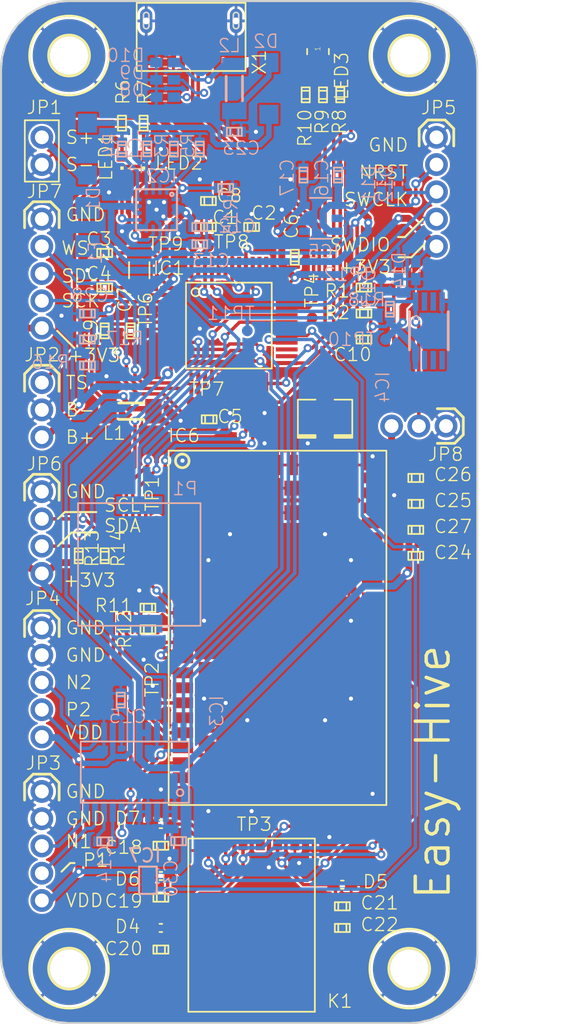
<source format=kicad_pcb>
(kicad_pcb (version 20171130) (host pcbnew 5.0.2-bee76a0~70~ubuntu18.04.1)
  (layers (0 Top signal hide) (31 Bottom signal) (34 B.Paste user) (35 F.Paste user hide) (36 B.SilkS user hide) (37 F.SilkS user hide) (38 B.Mask user hide) (39 F.Mask user hide) (44 Edge.Cuts user))
  (net 0 "")
  (net 1 GND)
  (net 2 +3V3)
  (net 3 VCC)
  (net 4 /PB03)
  (net 5 /PB02)
  (net 6 /SWDIO)
  (net 7 /SWCLK)
  (net 8 "Net-(C2-Pad1)")
  (net 9 /BUZZER)
  (net 10 /~RESET)
  (net 11 /DS_DATA)
  (net 12 "Net-(IC1-Pad38)")
  (net 13 "Net-(IC1-Pad37)")
  (net 14 /USBP)
  (net 15 /USBN)
  (net 16 /SAM_SCL)
  (net 17 /SAM_SDA)
  (net 18 /PA21)
  (net 19 /ADS_A0)
  (net 20 "Net-(IC1-Pad26)")
  (net 21 /GREEN)
  (net 22 /BLUE)
  (net 23 /RED)
  (net 24 /SARA_RX)
  (net 25 /SARA_TX)
  (net 26 /SARA_RST)
  (net 27 "Net-(IC1-Pad19)")
  (net 28 /SCLK)
  (net 29 /DATA)
  (net 30 /TEMP_EN)
  (net 31 /I2S_WS)
  (net 32 /I2S_SD)
  (net 33 /I2S_SCK)
  (net 34 "Net-(IC1-Pad8)")
  (net 35 /PB08)
  (net 36 "Net-(C7-Pad1)")
  (net 37 "Net-(IC1-Pad4)")
  (net 38 /AIN0)
  (net 39 "Net-(C4-Pad1)")
  (net 40 "Net-(C3-Pad1)")
  (net 41 "Net-(R1-Pad1)")
  (net 42 "Net-(D1-PadA)")
  (net 43 "Net-(C11-Pad1)")
  (net 44 /VUSB)
  (net 45 /VBAT)
  (net 46 "Net-(C13-Pad1)")
  (net 47 "Net-(D10-PadP$2)")
  (net 48 "Net-(X1-Pad4)")
  (net 49 "Net-(IC2-Pad1)")
  (net 50 "Net-(IC2-Pad17)")
  (net 51 "Net-(IC2-Pad16)")
  (net 52 "Net-(IC2-Pad14)")
  (net 53 "Net-(IC2-Pad12)")
  (net 54 "Net-(IC2-Pad9)")
  (net 55 "Net-(IC2-Pad7)")
  (net 56 "Net-(LED1-PadA)")
  (net 57 "Net-(LED2-PadA)")
  (net 58 "Net-(IC3-Pad13)")
  (net 59 "Net-(IC3-Pad14)")
  (net 60 "Net-(IC3-Pad12)")
  (net 61 "Net-(IC3-Pad11)")
  (net 62 "Net-(C14-Pad2)")
  (net 63 "Net-(C14-Pad1)")
  (net 64 "Net-(IC3-Pad4)")
  (net 65 "Net-(LED3-Pad2)")
  (net 66 "Net-(LED3-Pad3)")
  (net 67 "Net-(LED3-Pad1)")
  (net 68 "Net-(C18-Pad1)")
  (net 69 "Net-(C19-Pad1)")
  (net 70 "Net-(C20-Pad1)")
  (net 71 "Net-(K1-PadC6)")
  (net 72 "Net-(C21-Pad1)")
  (net 73 /SARA_SCL)
  (net 74 /SARA_SDA)
  (net 75 /SARA_IO2)
  (net 76 /SARA_IO1)
  (net 77 "Net-(IC6-Pad11)")
  (net 78 "Net-(IC6-Pad10)")
  (net 79 /+1V8)
  (net 80 /ANT)
  (net 81 /ANT_DET)
  (net 82 /3V3_LC)
  (net 83 /LC_ON)
  (net 84 "Net-(IC7-Pad5)")
  (net 85 /PDWN)
  (net 86 "Net-(IC1-Pad27)")
  (net 87 /I2S_MCK)
  (module easyhive_1_3:TSSOP24 (layer Bottom) (at 141.1611 124.0886 180)
    (fp_text reference IC3 (at -5.1275 3.25 270) (layer B.SilkS) (effects (font (size 0.9652 0.9652) (thickness 0.09652)) (justify right top mirror)))
    (fp_text value ADS1232)
    (pad 13 smd roundrect (at 3.9 2.9 180) (size 0.45 1.5) (layers Bottom B.Paste B.Mask) (roundrect_rratio 0.125) (net 58 "Net-(IC3-Pad13)"))
    (pad 14 smd roundrect (at 3.25 2.9 180) (size 0.45 1.5) (layers Bottom B.Paste B.Mask) (roundrect_rratio 0.125) (net 59 "Net-(IC3-Pad14)"))
    (pad 15 smd roundrect (at 2.6 2.9 180) (size 0.45 1.5) (layers Bottom B.Paste B.Mask) (roundrect_rratio 0.125) (net 1 GND))
    (pad 16 smd roundrect (at 1.95 2.9 180) (size 0.45 1.5) (layers Bottom B.Paste B.Mask) (roundrect_rratio 0.125) (net 82 /3V3_LC))
    (pad 17 smd roundrect (at 1.3 2.9 180) (size 0.45 1.5) (layers Bottom B.Paste B.Mask) (roundrect_rratio 0.125) (net 1 GND))
    (pad 18 smd roundrect (at 0.65 2.9 180) (size 0.45 1.5) (layers Bottom B.Paste B.Mask) (roundrect_rratio 0.125) (net 82 /3V3_LC))
    (pad 19 smd roundrect (at 0 2.9 180) (size 0.45 1.5) (layers Bottom B.Paste B.Mask) (roundrect_rratio 0.125) (net 2 +3V3))
    (pad 20 smd roundrect (at -0.65 2.9 180) (size 0.45 1.5) (layers Bottom B.Paste B.Mask) (roundrect_rratio 0.125) (net 2 +3V3))
    (pad 21 smd roundrect (at -1.3 2.9 180) (size 0.45 1.5) (layers Bottom B.Paste B.Mask) (roundrect_rratio 0.125) (net 1 GND))
    (pad 22 smd roundrect (at -1.95 2.9 180) (size 0.45 1.5) (layers Bottom B.Paste B.Mask) (roundrect_rratio 0.125) (net 85 /PDWN))
    (pad 23 smd roundrect (at -2.6 2.9 180) (size 0.45 1.5) (layers Bottom B.Paste B.Mask) (roundrect_rratio 0.125) (net 28 /SCLK))
    (pad 24 smd roundrect (at -3.25 2.9 180) (size 0.45 1.5) (layers Bottom B.Paste B.Mask) (roundrect_rratio 0.125) (net 29 /DATA))
    (pad 12 smd roundrect (at 3.9 -2.9 180) (size 0.45 1.5) (layers Bottom B.Paste B.Mask) (roundrect_rratio 0.125) (net 60 "Net-(IC3-Pad12)"))
    (pad 11 smd roundrect (at 3.25 -2.9 180) (size 0.45 1.5) (layers Bottom B.Paste B.Mask) (roundrect_rratio 0.125) (net 61 "Net-(IC3-Pad11)"))
    (pad 10 smd roundrect (at 2.6 -2.9 180) (size 0.45 1.5) (layers Bottom B.Paste B.Mask) (roundrect_rratio 0.125) (net 62 "Net-(C14-Pad2)"))
    (pad 9 smd roundrect (at 1.95 -2.9 180) (size 0.45 1.5) (layers Bottom B.Paste B.Mask) (roundrect_rratio 0.125) (net 63 "Net-(C14-Pad1)"))
    (pad 8 smd roundrect (at 1.3 -2.9 180) (size 0.45 1.5) (layers Bottom B.Paste B.Mask) (roundrect_rratio 0.125) (net 19 /ADS_A0))
    (pad 7 smd roundrect (at 0.65 -2.9 180) (size 0.45 1.5) (layers Bottom B.Paste B.Mask) (roundrect_rratio 0.125) (net 30 /TEMP_EN))
    (pad 6 smd roundrect (at 0 -2.9 180) (size 0.45 1.5) (layers Bottom B.Paste B.Mask) (roundrect_rratio 0.125) (net 1 GND))
    (pad 5 smd roundrect (at -0.65 -2.9 180) (size 0.45 1.5) (layers Bottom B.Paste B.Mask) (roundrect_rratio 0.125) (net 1 GND))
    (pad 4 smd roundrect (at -1.3 -2.9 180) (size 0.45 1.5) (layers Bottom B.Paste B.Mask) (roundrect_rratio 0.125) (net 64 "Net-(IC3-Pad4)"))
    (pad 3 smd roundrect (at -1.95 -2.9 180) (size 0.45 1.5) (layers Bottom B.Paste B.Mask) (roundrect_rratio 0.125) (net 1 GND))
    (pad 2 smd roundrect (at -2.6 -2.9 180) (size 0.45 1.5) (layers Bottom B.Paste B.Mask) (roundrect_rratio 0.125) (net 1 GND))
    (pad 1 smd roundrect (at -3.25 -2.9 180) (size 0.45 1.5) (layers Bottom B.Paste B.Mask) (roundrect_rratio 0.125) (net 2 +3V3))
  )
  (module easyhive_1_3:TQFP48 (layer Top) (at 143.4961 87.0686 270)
    (fp_text reference IC1 (at -0.535 -1.08) (layer F.SilkS) (effects (font (size 0.9652 0.9652) (thickness 0.09652)) (justify right top)))
    (fp_text value ATSAMD21G)
    (pad 48 smd rect (at 0 -1.5 180) (size 0.3 1.6) (layers Top F.Paste F.Mask) (net 4 /PB03))
    (pad 47 smd rect (at 0 -2 180) (size 0.3 1.6) (layers Top F.Paste F.Mask) (net 5 /PB02))
    (pad 46 smd rect (at 0 -2.5 180) (size 0.3 1.6) (layers Top F.Paste F.Mask) (net 6 /SWDIO))
    (pad 45 smd rect (at 0 -3 180) (size 0.3 1.6) (layers Top F.Paste F.Mask) (net 7 /SWCLK))
    (pad 44 smd rect (at 0 -3.5 180) (size 0.3 1.6) (layers Top F.Paste F.Mask) (net 2 +3V3))
    (pad 43 smd rect (at 0 -4 180) (size 0.3 1.6) (layers Top F.Paste F.Mask) (net 8 "Net-(C2-Pad1)"))
    (pad 42 smd rect (at 0 -4.5 180) (size 0.3 1.6) (layers Top F.Paste F.Mask) (net 1 GND))
    (pad 41 smd rect (at 0 -5 180) (size 0.3 1.6) (layers Top F.Paste F.Mask) (net 9 /BUZZER))
    (pad 40 smd rect (at 0 -5.5 180) (size 0.3 1.6) (layers Top F.Paste F.Mask) (net 10 /~RESET))
    (pad 39 smd rect (at 0 -6 180) (size 0.3 1.6) (layers Top F.Paste F.Mask) (net 11 /DS_DATA))
    (pad 38 smd rect (at 0 -6.5 180) (size 0.3 1.6) (layers Top F.Paste F.Mask) (net 12 "Net-(IC1-Pad38)"))
    (pad 37 smd rect (at 0 -7 180) (size 0.3 1.6) (layers Top F.Paste F.Mask) (net 13 "Net-(IC1-Pad37)"))
    (pad 36 smd rect (at 1.5 -8.5 90) (size 0.3 1.6) (layers Top F.Paste F.Mask) (net 2 +3V3))
    (pad 35 smd rect (at 2 -8.5 90) (size 0.3 1.6) (layers Top F.Paste F.Mask) (net 1 GND))
    (pad 34 smd rect (at 2.5 -8.5 90) (size 0.3 1.6) (layers Top F.Paste F.Mask) (net 14 /USBP))
    (pad 33 smd rect (at 3 -8.5 90) (size 0.3 1.6) (layers Top F.Paste F.Mask) (net 15 /USBN))
    (pad 32 smd rect (at 3.5 -8.5 90) (size 0.3 1.6) (layers Top F.Paste F.Mask) (net 16 /SAM_SCL))
    (pad 31 smd rect (at 4 -8.5 90) (size 0.3 1.6) (layers Top F.Paste F.Mask) (net 17 /SAM_SDA))
    (pad 29 smd rect (at 5 -8.5 90) (size 0.3 1.6) (layers Top F.Paste F.Mask) (net 83 /LC_ON))
    (pad 30 smd rect (at 4.5 -8.5 90) (size 0.3 1.6) (layers Top F.Paste F.Mask) (net 18 /PA21))
    (pad 28 smd rect (at 5.5 -8.5 90) (size 0.3 1.6) (layers Top F.Paste F.Mask) (net 19 /ADS_A0))
    (pad 27 smd rect (at 6 -8.5 90) (size 0.3 1.6) (layers Top F.Paste F.Mask) (net 86 "Net-(IC1-Pad27)"))
    (pad 26 smd rect (at 6.5 -8.5 90) (size 0.3 1.6) (layers Top F.Paste F.Mask) (net 20 "Net-(IC1-Pad26)"))
    (pad 25 smd rect (at 7 -8.5 90) (size 0.3 1.6) (layers Top F.Paste F.Mask) (net 21 /GREEN))
    (pad 24 smd rect (at 8.5 -7) (size 0.3 1.6) (layers Top F.Paste F.Mask) (net 22 /BLUE))
    (pad 23 smd rect (at 8.5 -6.5) (size 0.3 1.6) (layers Top F.Paste F.Mask) (net 23 /RED))
    (pad 22 smd rect (at 8.5 -6) (size 0.3 1.6) (layers Top F.Paste F.Mask) (net 24 /SARA_RX))
    (pad 21 smd rect (at 8.5 -5.5) (size 0.3 1.6) (layers Top F.Paste F.Mask) (net 25 /SARA_TX))
    (pad 20 smd rect (at 8.5 -5) (size 0.3 1.6) (layers Top F.Paste F.Mask) (net 26 /SARA_RST))
    (pad 19 smd rect (at 8.5 -4.5) (size 0.3 1.6) (layers Top F.Paste F.Mask) (net 27 "Net-(IC1-Pad19)"))
    (pad 18 smd rect (at 8.5 -4) (size 0.3 1.6) (layers Top F.Paste F.Mask) (net 1 GND))
    (pad 17 smd rect (at 8.5 -3.5) (size 0.3 1.6) (layers Top F.Paste F.Mask) (net 2 +3V3))
    (pad 16 smd rect (at 8.5 -3) (size 0.3 1.6) (layers Top F.Paste F.Mask) (net 31 /I2S_WS))
    (pad 15 smd rect (at 8.5 -2.5) (size 0.3 1.6) (layers Top F.Paste F.Mask) (net 33 /I2S_SCK))
    (pad 14 smd rect (at 8.5 -2) (size 0.3 1.6) (layers Top F.Paste F.Mask) (net 87 /I2S_MCK))
    (pad 13 smd rect (at 8.5 -1.5) (size 0.3 1.6) (layers Top F.Paste F.Mask) (net 32 /I2S_SD))
    (pad 12 smd rect (at 7 0 270) (size 0.3 1.6) (layers Top F.Paste F.Mask) (net 85 /PDWN))
    (pad 11 smd rect (at 6.5 0 270) (size 0.3 1.6) (layers Top F.Paste F.Mask) (net 28 /SCLK))
    (pad 10 smd rect (at 6 0 270) (size 0.3 1.6) (layers Top F.Paste F.Mask) (net 29 /DATA))
    (pad 9 smd rect (at 5.5 0 270) (size 0.3 1.6) (layers Top F.Paste F.Mask) (net 30 /TEMP_EN))
    (pad 8 smd rect (at 5 0 270) (size 0.3 1.6) (layers Top F.Paste F.Mask) (net 34 "Net-(IC1-Pad8)"))
    (pad 7 smd rect (at 4.5 0 270) (size 0.3 1.6) (layers Top F.Paste F.Mask) (net 35 /PB08))
    (pad 6 smd rect (at 4 0 270) (size 0.3 1.6) (layers Top F.Paste F.Mask) (net 36 "Net-(C7-Pad1)"))
    (pad 5 smd rect (at 3.5 0 270) (size 0.3 1.6) (layers Top F.Paste F.Mask) (net 1 GND))
    (pad 4 smd rect (at 3 0 270) (size 0.3 1.6) (layers Top F.Paste F.Mask) (net 37 "Net-(IC1-Pad4)"))
    (pad 3 smd rect (at 2.5 0 270) (size 0.3 1.6) (layers Top F.Paste F.Mask) (net 38 /AIN0))
    (pad 2 smd rect (at 2 0 270) (size 0.3 1.6) (layers Top F.Paste F.Mask) (net 39 "Net-(C4-Pad1)"))
    (pad 1 smd rect (at 1.5 0 270) (size 0.3 1.6) (layers Top F.Paste F.Mask) (net 40 "Net-(C3-Pad1)"))
  )
  (module easyhive_1_3:C0402 (layer Top) (at 149.4161 84.0836 90)
    (fp_text reference C2 (at 1.5875 1.905) (layer F.SilkS) (effects (font (size 0.9652 0.9652) (thickness 0.09652)) (justify right top)))
    (fp_text value 1u)
    (pad 2 smd roundrect (at 0 0.5 90) (size 0.75 0.7) (layers Top F.Paste F.Mask) (roundrect_rratio 0.1) (net 1 GND))
    (pad 1 smd roundrect (at 0 -0.5 90) (size 0.75 0.7) (layers Top F.Paste F.Mask) (roundrect_rratio 0.1) (net 8 "Net-(C2-Pad1)"))
  )
  (module easyhive_1_3:C0402 (layer Top) (at 138.6211 85.9886 270)
    (fp_text reference C3 (at -1.5875 -0.5875) (layer F.SilkS) (effects (font (size 0.9652 0.9652) (thickness 0.09652)) (justify right top)))
    (fp_text value 15p)
    (pad 2 smd roundrect (at 0 0.5 270) (size 0.75 0.7) (layers Top F.Paste F.Mask) (roundrect_rratio 0.1) (net 1 GND))
    (pad 1 smd roundrect (at 0 -0.5 270) (size 0.75 0.7) (layers Top F.Paste F.Mask) (roundrect_rratio 0.1) (net 40 "Net-(C3-Pad1)"))
  )
  (module easyhive_1_3:C0402 (layer Top) (at 138.6211 88.5286 270)
    (fp_text reference C4 (at -1.5875 -0.5875) (layer F.SilkS) (effects (font (size 0.9652 0.9652) (thickness 0.09652)) (justify right top)))
    (fp_text value 15p)
    (pad 2 smd roundrect (at 0 0.5 270) (size 0.75 0.7) (layers Top F.Paste F.Mask) (roundrect_rratio 0.1) (net 1 GND))
    (pad 1 smd roundrect (at 0 -0.5 270) (size 0.75 0.7) (layers Top F.Paste F.Mask) (roundrect_rratio 0.1) (net 39 "Net-(C4-Pad1)"))
  )
  (module easyhive_1_3:C0402 (layer Top) (at 146.3 98.2 270)
    (fp_text reference C5 (at -0.77 -2.54) (layer F.SilkS) (effects (font (size 0.9652 0.9652) (thickness 0.09652)) (justify right top)))
    (fp_text value 100n)
    (pad 2 smd roundrect (at 0 0.5 270) (size 0.75 0.7) (layers Top F.Paste F.Mask) (roundrect_rratio 0.1) (net 1 GND))
    (pad 1 smd roundrect (at 0 -0.5 270) (size 0.75 0.7) (layers Top F.Paste F.Mask) (roundrect_rratio 0.1) (net 2 +3V3))
  )
  (module easyhive_1_3:C0402 (layer Top) (at 152.5911 86.3061 180)
    (fp_text reference C6 (at -0.3175 1.27 90) (layer F.SilkS) (effects (font (size 0.9652 0.9652) (thickness 0.09652)) (justify left bottom)))
    (fp_text value 100n)
    (pad 2 smd roundrect (at 0 0.5 180) (size 0.75 0.7) (layers Top F.Paste F.Mask) (roundrect_rratio 0.1) (net 1 GND))
    (pad 1 smd roundrect (at 0 -0.5 180) (size 0.75 0.7) (layers Top F.Paste F.Mask) (roundrect_rratio 0.1) (net 2 +3V3))
  )
  (module easyhive_1_3:C0402 (layer Top) (at 140.5261 91.7036)
    (fp_text reference C7 (at 0.135 -1.27 90) (layer F.SilkS) (effects (font (size 0.9652 0.9652) (thickness 0.09652)) (justify left bottom)))
    (fp_text value 100n)
    (pad 2 smd roundrect (at 0 0.5) (size 0.75 0.7) (layers Top F.Paste F.Mask) (roundrect_rratio 0.1) (net 1 GND))
    (pad 1 smd roundrect (at 0 -0.5) (size 0.75 0.7) (layers Top F.Paste F.Mask) (roundrect_rratio 0.1) (net 36 "Net-(C7-Pad1)"))
  )
  (module easyhive_1_3:C0402 (layer Top) (at 146.2411 84.0836 270)
    (fp_text reference C1 (at -1.27 -2.2225) (layer F.SilkS) (effects (font (size 0.9652 0.9652) (thickness 0.09652)) (justify right top)))
    (fp_text value 100n)
    (pad 2 smd roundrect (at 0 0.5 270) (size 0.75 0.7) (layers Top F.Paste F.Mask) (roundrect_rratio 0.1) (net 1 GND))
    (pad 1 smd roundrect (at 0 -0.5 270) (size 0.75 0.7) (layers Top F.Paste F.Mask) (roundrect_rratio 0.1) (net 2 +3V3))
  )
  (module easyhive_1_3:C0402 (layer Top) (at 146.2411 82.1786 270)
    (fp_text reference C8 (at -0.9525 -2.54) (layer F.SilkS) (effects (font (size 0.9652 0.9652) (thickness 0.09652)) (justify right top)))
    (fp_text value 10u)
    (pad 2 smd roundrect (at 0 0.5 270) (size 0.75 0.7) (layers Top F.Paste F.Mask) (roundrect_rratio 0.1) (net 1 GND))
    (pad 1 smd roundrect (at 0 -0.5 270) (size 0.75 0.7) (layers Top F.Paste F.Mask) (roundrect_rratio 0.1) (net 2 +3V3))
  )
  (module easyhive_1_3:SM-1206 (layer Top) (at 140.55 97.6)
    (fp_text reference L1 (at -2.143 2.178) (layer F.SilkS) (effects (font (size 0.9652 0.9652) (thickness 0.09652)) (justify left bottom)))
    (fp_text value SM-1206)
    (pad 2 smd rect (at 1.65 0) (size 1.2 1.8) (layers Top F.Paste F.Mask) (net 2 +3V3))
    (pad 1 smd rect (at -1.65 0) (size 1.2 1.8) (layers Top F.Paste F.Mask) (net 36 "Net-(C7-Pad1)"))
  )
  (module easyhive_1_3:C0402 (layer Top) (at 138.6211 91.7036)
    (fp_text reference C9 (at -1.5875 -0.9525 90) (layer F.SilkS) (effects (font (size 0.9652 0.9652) (thickness 0.09652)) (justify right top)))
    (fp_text value 10u)
    (pad 2 smd roundrect (at 0 0.5) (size 0.75 0.7) (layers Top F.Paste F.Mask) (roundrect_rratio 0.1) (net 1 GND))
    (pad 1 smd roundrect (at 0 -0.5) (size 0.75 0.7) (layers Top F.Paste F.Mask) (roundrect_rratio 0.1) (net 36 "Net-(C7-Pad1)"))
  )
  (module easyhive_1_3:C0402 (layer Top) (at 157.6711 92.3386 270)
    (fp_text reference C10 (at 0.54 -0.635) (layer F.SilkS) (effects (font (size 0.9652 0.9652) (thickness 0.09652)) (justify right top)))
    (fp_text value 100p)
    (pad 2 smd roundrect (at 0 0.5 270) (size 0.75 0.7) (layers Top F.Paste F.Mask) (roundrect_rratio 0.1) (net 10 /~RESET))
    (pad 1 smd roundrect (at 0 -0.5 270) (size 0.75 0.7) (layers Top F.Paste F.Mask) (roundrect_rratio 0.1) (net 2 +3V3))
  )
  (module easyhive_1_3:C0402 (layer Top) (at 157.6711 88.5286 270)
    (fp_text reference R1 (at -0.3175 0.9525) (layer F.SilkS) (effects (font (size 0.9652 0.9652) (thickness 0.09652)) (justify right top)))
    (fp_text value 330)
    (pad 2 smd roundrect (at 0 0.5 270) (size 0.75 0.7) (layers Top F.Paste F.Mask) (roundrect_rratio 0.1) (net 10 /~RESET))
    (pad 1 smd roundrect (at 0 -0.5 270) (size 0.75 0.7) (layers Top F.Paste F.Mask) (roundrect_rratio 0.1) (net 41 "Net-(R1-Pad1)"))
  )
  (module easyhive_1_3:C0402 (layer Top) (at 157.6711 90.4336 90)
    (fp_text reference R2 (at 0.635 -0.9525) (layer F.SilkS) (effects (font (size 0.9652 0.9652) (thickness 0.09652)) (justify right top)))
    (fp_text value 2k2)
    (pad 2 smd roundrect (at 0 0.5 90) (size 0.75 0.7) (layers Top F.Paste F.Mask) (roundrect_rratio 0.1) (net 2 +3V3))
    (pad 1 smd roundrect (at 0 -0.5 90) (size 0.75 0.7) (layers Top F.Paste F.Mask) (roundrect_rratio 0.1) (net 10 /~RESET))
  )
  (module easyhive_1_3:SOD123 (layer Bottom) (at 137.3511 78.3686 270)
    (fp_text reference D1 (at 2.6875 -1 90) (layer B.SilkS) (effects (font (size 0.9652 0.9652) (thickness 0.09652)) (justify left bottom mirror)))
    (fp_text value MBR0520LT)
    (pad A smd rect (at 1.9 0 270) (size 1.4 1.4) (layers Bottom B.Paste B.Mask) (net 42 "Net-(D1-PadA)"))
    (pad C smd rect (at -1.9 0 270) (size 1.4 1.4) (layers Bottom B.Paste B.Mask) (net 43 "Net-(C11-Pad1)"))
  )
  (module easyhive_1_3:SOD123 (layer Bottom) (at 150.6861 73.9236 90)
    (fp_text reference D2 (at 2.905 0.7825 180) (layer B.SilkS) (effects (font (size 0.9652 0.9652) (thickness 0.09652)) (justify left bottom mirror)))
    (fp_text value MBR0520LT)
    (pad A smd rect (at 1.9 0 90) (size 1.4 1.4) (layers Bottom B.Paste B.Mask) (net 44 /VUSB))
    (pad C smd rect (at -1.9 0 90) (size 1.4 1.4) (layers Bottom B.Paste B.Mask) (net 43 "Net-(C11-Pad1)"))
  )
  (module easyhive_1_3:C0402 (layer Bottom) (at 141.75 78.35)
    (fp_text reference C11 (at -0.3175 -0.9525 -90) (layer B.SilkS) (effects (font (size 0.9652 0.9652) (thickness 0.09652)) (justify left bottom mirror)))
    (fp_text value 1u)
    (pad 2 smd roundrect (at 0 -0.5) (size 0.75 0.7) (layers Bottom B.Paste B.Mask) (roundrect_rratio 0.1) (net 1 GND))
    (pad 1 smd roundrect (at 0 0.5) (size 0.75 0.7) (layers Bottom B.Paste B.Mask) (roundrect_rratio 0.1) (net 43 "Net-(C11-Pad1)"))
  )
  (module easyhive_1_3:C0402 (layer Bottom) (at 145.6061 84.0836 270)
    (fp_text reference C12 (at -0.635 -1.27 180) (layer B.SilkS) (effects (font (size 0.9652 0.9652) (thickness 0.09652)) (justify right top mirror)))
    (fp_text value 4u7)
    (pad 2 smd roundrect (at 0 -0.5 270) (size 0.75 0.7) (layers Bottom B.Paste B.Mask) (roundrect_rratio 0.1) (net 1 GND))
    (pad 1 smd roundrect (at 0 0.5 270) (size 0.75 0.7) (layers Bottom B.Paste B.Mask) (roundrect_rratio 0.1) (net 45 /VBAT))
  )
  (module easyhive_1_3:C0402 (layer Bottom) (at 145.6061 85.3536 270)
    (fp_text reference C13 (at 0.635 0.635 180) (layer B.SilkS) (effects (font (size 0.9652 0.9652) (thickness 0.09652)) (justify right top mirror)))
    (fp_text value 4u7)
    (pad 2 smd roundrect (at 0 -0.5 270) (size 0.75 0.7) (layers Bottom B.Paste B.Mask) (roundrect_rratio 0.1) (net 1 GND))
    (pad 1 smd roundrect (at 0 0.5 270) (size 0.75 0.7) (layers Bottom B.Paste B.Mask) (roundrect_rratio 0.1) (net 46 "Net-(C13-Pad1)"))
  )
  (module easyhive_1_3:USBMICRO (layer Top) (at 144.9711 71.6376 180)
    (fp_text reference X1 (at -4.445 0.635 90) (layer F.SilkS) (effects (font (size 0.9652 0.9652) (thickness 0.09652)) (justify right top)))
    (fp_text value USB_MICRO_SHIELD)
    (fp_line (start 3.1 2.3) (end 3.1 3.1) (layer Edge.Cuts) (width 0.127))
    (fp_line (start 3.5 2.3) (end 3.5 3.1) (layer Edge.Cuts) (width 0.127))
    (fp_arc (start 3.3 3.1) (end 3.5 3.1) (angle 180) (layer Edge.Cuts) (width 0.127))
    (fp_arc (start 3.3 2.3) (end 3.1 2.3) (angle 180) (layer Edge.Cuts) (width 0.127))
    (fp_arc (start -3.3 3.1) (end -3.1 3.1) (angle 180) (layer Edge.Cuts) (width 0.127))
    (fp_line (start -3.5 3.1) (end -3.5 2.3) (layer Edge.Cuts) (width 0.127))
    (fp_line (start -3.1 2.3) (end -3.1 3.1) (layer Edge.Cuts) (width 0.127))
    (fp_arc (start -3.3 2.3) (end -3.5 2.3) (angle 180) (layer Edge.Cuts) (width 0.127))
    (pad S6 thru_hole oval (at 3.3 2.675 270) (size 1.8 0.9) (drill 0.5) (layers *.Cu *.Mask) (net 1 GND))
    (pad S5 thru_hole oval (at -3.3 2.675 270) (size 1.8 0.9) (drill 0.5) (layers *.Cu *.Mask) (net 1 GND))
    (pad S4 smd rect (at 1.2 2.675 180) (size 1.9 1.9) (layers Top F.Paste F.Mask) (net 1 GND))
    (pad S3 smd rect (at -1.2 2.675 180) (size 1.9 1.9) (layers Top F.Paste F.Mask) (net 1 GND))
    (pad S2 smd rect (at 3.25 0.125 180) (size 1.6 1.4) (layers Top F.Paste F.Mask) (net 1 GND))
    (pad S1 smd rect (at -3.25 0.125 180) (size 1.6 1.4) (layers Top F.Paste F.Mask) (net 1 GND))
    (pad 1 smd rect (at -1.3 0 180) (size 0.4 1.35) (layers Top F.Paste F.Mask) (net 47 "Net-(D10-PadP$2)"))
    (pad 2 smd rect (at -0.65 0 180) (size 0.4 1.35) (layers Top F.Paste F.Mask) (net 15 /USBN))
    (pad 5 smd rect (at 1.3 0 180) (size 0.4 1.35) (layers Top F.Paste F.Mask) (net 1 GND))
    (pad 4 smd rect (at 0.65 0 180) (size 0.4 1.35) (layers Top F.Paste F.Mask) (net 48 "Net-(X1-Pad4)"))
    (pad 3 smd rect (at 0 0 180) (size 0.4 1.35) (layers Top F.Paste F.Mask) (net 14 /USBP))
  )
  (module easyhive_1_3:1X02_2MM (layer Top) (at 134.0011 79.5036 90)
    (fp_text reference JP1 (at 3.625 -1.19) (layer F.SilkS) (effects (font (size 0.9652 0.9652) (thickness 0.09652)) (justify left bottom)))
    (fp_text value Solar)
    (pad 2 thru_hole circle (at 2 0 180) (size 1.6764 1.6764) (drill 1.016) (layers *.Cu *.Mask) (net 42 "Net-(D1-PadA)"))
    (pad 1 thru_hole circle (at 0 0 180) (size 1.6764 1.6764) (drill 1.016) (layers *.Cu *.Mask) (net 1 GND))
  )
  (module easyhive_1_3:1X03-2MM (layer Top) (at 134.0011 95.5036 270)
    (fp_text reference JP2 (at -1.4775 1.3575) (layer F.SilkS) (effects (font (size 0.9652 0.9652) (thickness 0.09652)) (justify left bottom)))
    (fp_text value Battery)
    (pad 3 thru_hole circle (at 4 0) (size 1.6764 1.6764) (drill 1.016) (layers *.Cu *.Mask) (net 45 /VBAT))
    (pad 2 thru_hole circle (at 2 0) (size 1.6764 1.6764) (drill 1.016) (layers *.Cu *.Mask) (net 1 GND))
    (pad 1 thru_hole circle (at 0 0) (size 1.6764 1.6764) (drill 1.016) (layers *.Cu *.Mask) (net 49 "Net-(IC2-Pad1)"))
  )
  (module easyhive_1_3:VQFN16 (layer Bottom) (at 142.4311 82.8136 180)
    (fp_text reference IC2 (at -1.5875 1.905) (layer B.SilkS) (effects (font (size 0.9652 0.9652) (thickness 0.09652)) (justify left bottom mirror)))
    (fp_text value BQ2407X)
    (pad 2 smd roundrect (at -1.4 0.25 180) (size 0.6 0.25) (layers Bottom B.Paste B.Mask) (roundrect_rratio 0.125) (net 45 /VBAT))
    (pad 1 smd roundrect (at -1.4 0.75 180) (size 0.6 0.25) (layers Bottom B.Paste B.Mask) (roundrect_rratio 0.125) (net 49 "Net-(IC2-Pad1)"))
    (pad 3 smd roundrect (at -1.4 -0.25 180) (size 0.6 0.25) (layers Bottom B.Paste B.Mask) (roundrect_rratio 0.125) (net 45 /VBAT))
    (pad 4 smd roundrect (at -1.4 -0.75 180) (size 0.6 0.25) (layers Bottom B.Paste B.Mask) (roundrect_rratio 0.125) (net 1 GND))
    (pad 5 smd roundrect (at -0.75 -1.4 90) (size 0.6 0.25) (layers Bottom B.Paste B.Mask) (roundrect_rratio 0.125) (net 46 "Net-(C13-Pad1)"))
    (pad 6 smd roundrect (at -0.25 -1.4 90) (size 0.6 0.25) (layers Bottom B.Paste B.Mask) (roundrect_rratio 0.125) (net 1 GND))
    (pad 7 smd roundrect (at 0.25 -1.4 90) (size 0.6 0.25) (layers Bottom B.Paste B.Mask) (roundrect_rratio 0.125) (net 55 "Net-(IC2-Pad7)"))
    (pad 8 smd roundrect (at 0.75 -1.4 90) (size 0.6 0.25) (layers Bottom B.Paste B.Mask) (roundrect_rratio 0.125) (net 1 GND))
    (pad 9 smd roundrect (at 1.4 -0.75) (size 0.6 0.25) (layers Bottom B.Paste B.Mask) (roundrect_rratio 0.125) (net 54 "Net-(IC2-Pad9)"))
    (pad 10 smd roundrect (at 1.4 -0.25) (size 0.6 0.25) (layers Bottom B.Paste B.Mask) (roundrect_rratio 0.125) (net 46 "Net-(C13-Pad1)"))
    (pad 11 smd roundrect (at 1.4 0.25) (size 0.6 0.25) (layers Bottom B.Paste B.Mask) (roundrect_rratio 0.125) (net 46 "Net-(C13-Pad1)"))
    (pad 12 smd roundrect (at 1.4 0.75) (size 0.6 0.25) (layers Bottom B.Paste B.Mask) (roundrect_rratio 0.125) (net 53 "Net-(IC2-Pad12)"))
    (pad 13 smd roundrect (at 0.75 1.4 270) (size 0.6 0.25) (layers Bottom B.Paste B.Mask) (roundrect_rratio 0.125) (net 43 "Net-(C11-Pad1)"))
    (pad 14 smd roundrect (at 0.25 1.4 270) (size 0.6 0.25) (layers Bottom B.Paste B.Mask) (roundrect_rratio 0.125) (net 52 "Net-(IC2-Pad14)"))
    (pad 15 smd roundrect (at -0.25 1.4 270) (size 0.6 0.25) (layers Bottom B.Paste B.Mask) (roundrect_rratio 0.125) (net 1 GND))
    (pad 16 smd roundrect (at -0.75 1.4 270) (size 0.6 0.25) (layers Bottom B.Paste B.Mask) (roundrect_rratio 0.125) (net 51 "Net-(IC2-Pad16)"))
    (pad 17 smd roundrect (at 0 0 180) (size 1.6 1.6) (layers Bottom B.Paste B.Mask) (roundrect_rratio 0.05) (net 50 "Net-(IC2-Pad17)"))
    (pad V1 thru_hole circle (at -0.55 0.55 180) (size 0.508 0.508) (drill 0.3048) (layers *.Cu *.Mask) (net 50 "Net-(IC2-Pad17)"))
    (pad V3 thru_hole circle (at -0.5 -0.5 180) (size 0.508 0.508) (drill 0.3048) (layers *.Cu *.Mask) (net 50 "Net-(IC2-Pad17)"))
    (pad V4 thru_hole circle (at 0 0 180) (size 0.508 0.508) (drill 0.3048) (layers *.Cu *.Mask) (net 50 "Net-(IC2-Pad17)"))
    (pad V2 thru_hole circle (at 0.55 0.55 180) (size 0.508 0.508) (drill 0.3048) (layers *.Cu *.Mask) (net 50 "Net-(IC2-Pad17)"))
    (pad 17 smd roundrect (at 0 0 180) (size 1.6 1.6) (layers Top F.Paste F.Mask) (roundrect_rratio 0.05) (net 50 "Net-(IC2-Pad17)"))
  )
  (module easyhive_1_3:C0402 (layer Bottom) (at 143.7011 78.3686 180)
    (fp_text reference R3 (at 0.3175 1.27 270) (layer B.SilkS) (effects (font (size 0.9652 0.9652) (thickness 0.09652)) (justify left bottom mirror)))
    (fp_text value 0R)
    (pad 2 smd roundrect (at 0 -0.5 180) (size 0.75 0.7) (layers Bottom B.Paste B.Mask) (roundrect_rratio 0.1) (net 52 "Net-(IC2-Pad14)"))
    (pad 1 smd roundrect (at 0 0.5 180) (size 0.75 0.7) (layers Bottom B.Paste B.Mask) (roundrect_rratio 0.1) (net 1 GND))
  )
  (module easyhive_1_3:C0402 (layer Bottom) (at 139.8911 78.3686 180)
    (fp_text reference R4 (at 0.3175 1.27 270) (layer B.SilkS) (effects (font (size 0.9652 0.9652) (thickness 0.09652)) (justify left bottom mirror)))
    (fp_text value 1k18)
    (pad 2 smd roundrect (at 0 -0.5 180) (size 0.75 0.7) (layers Bottom B.Paste B.Mask) (roundrect_rratio 0.1) (net 53 "Net-(IC2-Pad12)"))
    (pad 1 smd roundrect (at 0 0.5 180) (size 0.75 0.7) (layers Bottom B.Paste B.Mask) (roundrect_rratio 0.1) (net 1 GND))
  )
  (module easyhive_1_3:C0402 (layer Bottom) (at 145.6061 78.3686 180)
    (fp_text reference R5 (at 0.3175 1.27 270) (layer B.SilkS) (effects (font (size 0.9652 0.9652) (thickness 0.09652)) (justify left bottom mirror)))
    (fp_text value 680R)
    (pad 2 smd roundrect (at 0 -0.5 180) (size 0.75 0.7) (layers Bottom B.Paste B.Mask) (roundrect_rratio 0.1) (net 51 "Net-(IC2-Pad16)"))
    (pad 1 smd roundrect (at 0 0.5 180) (size 0.75 0.7) (layers Bottom B.Paste B.Mask) (roundrect_rratio 0.1) (net 1 GND))
  )
  (module easyhive_1_3:CHIPLED_0603 (layer Top) (at 139.8911 79.6386 180)
    (fp_text reference LED1 (at 0.635 -1.135 90) (layer F.SilkS) (effects (font (size 0.9652 0.9652) (thickness 0.09652)) (justify left bottom)))
    (fp_text value LEDCHIPLED_0603)
    (pad A smd rect (at 0 0.75 180) (size 0.8 0.8) (layers Top F.Paste F.Mask) (net 56 "Net-(LED1-PadA)"))
    (pad C smd rect (at 0 -0.75 180) (size 0.8 0.8) (layers Top F.Paste F.Mask) (net 54 "Net-(IC2-Pad9)"))
  )
  (module easyhive_1_3:CHIPLED_0603 (layer Top) (at 141.4786 79.6386 180)
    (fp_text reference LED2 (at -0.77 -0.3175) (layer F.SilkS) (effects (font (size 0.9652 0.9652) (thickness 0.09652)) (justify left bottom)))
    (fp_text value LEDCHIPLED_0603)
    (pad A smd rect (at 0 0.75 180) (size 0.8 0.8) (layers Top F.Paste F.Mask) (net 57 "Net-(LED2-PadA)"))
    (pad C smd rect (at 0 -0.75 180) (size 0.8 0.8) (layers Top F.Paste F.Mask) (net 55 "Net-(IC2-Pad7)"))
  )
  (module easyhive_1_3:C0402 (layer Top) (at 139.8911 76.4636 180)
    (fp_text reference R6 (at -0.635 1.27 90) (layer F.SilkS) (effects (font (size 0.9652 0.9652) (thickness 0.09652)) (justify left bottom)))
    (fp_text value 1k)
    (pad 2 smd roundrect (at 0 0.5 180) (size 0.75 0.7) (layers Top F.Paste F.Mask) (roundrect_rratio 0.1) (net 2 +3V3))
    (pad 1 smd roundrect (at 0 -0.5 180) (size 0.75 0.7) (layers Top F.Paste F.Mask) (roundrect_rratio 0.1) (net 56 "Net-(LED1-PadA)"))
  )
  (module easyhive_1_3:C0402 (layer Top) (at 141.4786 76.4636 180)
    (fp_text reference R7 (at -0.635 1.27 90) (layer F.SilkS) (effects (font (size 0.9652 0.9652) (thickness 0.09652)) (justify left bottom)))
    (fp_text value 1k)
    (pad 2 smd roundrect (at 0 0.5 180) (size 0.75 0.7) (layers Top F.Paste F.Mask) (roundrect_rratio 0.1) (net 2 +3V3))
    (pad 1 smd roundrect (at 0 -0.5 180) (size 0.75 0.7) (layers Top F.Paste F.Mask) (roundrect_rratio 0.1) (net 57 "Net-(LED2-PadA)"))
  )
  (module easyhive_1_3:C0402 (layer Bottom) (at 138.6211 129.1686 90)
    (fp_text reference C14 (at -3.1314 -0.5711 90) (layer B.SilkS) (effects (font (size 0.9652 0.9652) (thickness 0.09652)) (justify right top mirror)))
    (fp_text value 100n)
    (pad 2 smd roundrect (at 0 -0.5 90) (size 0.75 0.7) (layers Bottom B.Paste B.Mask) (roundrect_rratio 0.1) (net 62 "Net-(C14-Pad2)"))
    (pad 1 smd roundrect (at 0 0.5 90) (size 0.75 0.7) (layers Bottom B.Paste B.Mask) (roundrect_rratio 0.1) (net 63 "Net-(C14-Pad1)"))
  )
  (module easyhive_1_3:C0402 (layer Bottom) (at 139.8 118.8)
    (fp_text reference C15 (at -0.9525 0.635 -180) (layer B.SilkS) (effects (font (size 0.9652 0.9652) (thickness 0.09652)) (justify right top mirror)))
    (fp_text value 100n)
    (pad 2 smd roundrect (at 0 -0.5) (size 0.75 0.7) (layers Bottom B.Paste B.Mask) (roundrect_rratio 0.1) (net 1 GND))
    (pad 1 smd roundrect (at 0 0.5) (size 0.75 0.7) (layers Bottom B.Paste B.Mask) (roundrect_rratio 0.1) (net 82 /3V3_LC))
  )
  (module easyhive_1_3:WL-SFCX_0606 (layer Top) (at 154.2961 71.2136 270)
    (fp_text reference LED3 (at -0.04 -1.17 90) (layer F.SilkS) (effects (font (size 0.9652 0.9652) (thickness 0.09652)) (justify right top)))
    (fp_text value WL-SFCD_0606_150066M153000)
    (fp_text user 1 (at 0 -0.2 270) (layer F.SilkS) (effects (font (size 0.38608 0.38608) (thickness 0.032512)) (justify left bottom)))
    (pad 2 smd rect (at 0.8 0.45 270) (size 0.8 0.5) (layers Top F.Paste F.Mask) (net 65 "Net-(LED3-Pad2)"))
    (pad 3 smd rect (at -0.8 0.45 270) (size 0.8 0.5) (layers Top F.Paste F.Mask) (net 66 "Net-(LED3-Pad3)"))
    (pad 4 smd rect (at -0.8 -0.45 270) (size 0.8 0.5) (layers Top F.Paste F.Mask) (net 2 +3V3))
    (pad 1 smd rect (at 0.8 -0.45 270) (size 0.8 0.5) (layers Top F.Paste F.Mask) (net 67 "Net-(LED3-Pad1)"))
  )
  (module easyhive_1_3:C0402 (layer Top) (at 155.9311 74.3886)
    (fp_text reference R8 (at -0.63 0.97 90) (layer F.SilkS) (effects (font (size 0.9652 0.9652) (thickness 0.09652)) (justify right top)))
    (fp_text value 2k2)
    (pad 2 smd roundrect (at 0 0.5) (size 0.75 0.7) (layers Top F.Paste F.Mask) (roundrect_rratio 0.1) (net 23 /RED))
    (pad 1 smd roundrect (at 0 -0.5) (size 0.75 0.7) (layers Top F.Paste F.Mask) (roundrect_rratio 0.1) (net 67 "Net-(LED3-Pad1)"))
  )
  (module easyhive_1_3:C0402 (layer Top) (at 154.6611 74.3886)
    (fp_text reference R9 (at -0.63 0.97 90) (layer F.SilkS) (effects (font (size 0.9652 0.9652) (thickness 0.09652)) (justify right top)))
    (fp_text value 10k)
    (pad 2 smd roundrect (at 0 0.5) (size 0.75 0.7) (layers Top F.Paste F.Mask) (roundrect_rratio 0.1) (net 21 /GREEN))
    (pad 1 smd roundrect (at 0 -0.5) (size 0.75 0.7) (layers Top F.Paste F.Mask) (roundrect_rratio 0.1) (net 65 "Net-(LED3-Pad2)"))
  )
  (module easyhive_1_3:C0402 (layer Top) (at 153.3911 74.3886)
    (fp_text reference R10 (at -0.63 0.97 90) (layer F.SilkS) (effects (font (size 0.9652 0.9652) (thickness 0.09652)) (justify right top)))
    (fp_text value 4k7)
    (pad 2 smd roundrect (at 0 0.5) (size 0.75 0.7) (layers Top F.Paste F.Mask) (roundrect_rratio 0.1) (net 22 /BLUE))
    (pad 1 smd roundrect (at 0 -0.5) (size 0.75 0.7) (layers Top F.Paste F.Mask) (roundrect_rratio 0.1) (net 66 "Net-(LED3-Pad3)"))
  )
  (module easyhive_1_3:FC135 (layer Top) (at 141.1611 87.2586 270)
    (fp_text reference Q1 hide)
    (fp_text value "32768 Hz" hide)
    (pad 2 smd roundrect (at 1.25 0 270) (size 1 1.8) (layers Top F.Paste F.Mask) (roundrect_rratio 0.125) (net 39 "Net-(C4-Pad1)"))
    (pad 1 smd roundrect (at -1.25 0 270) (size 1 1.8) (layers Top F.Paste F.Mask) (roundrect_rratio 0.125) (net 40 "Net-(C3-Pad1)"))
  )
  (module easyhive_1_3:UMAX8 (layer Bottom) (at 162.1161 91.7036)
    (fp_text reference IC4 (at -2.5025 2.895 -90) (layer B.SilkS) (effects (font (size 0.9652 0.9652) (thickness 0.09652)) (justify left bottom mirror)))
    (fp_text value DS18B20U)
    (pad 8 smd rect (at -0.65 2.15 180) (size 0.4 1.35) (layers Bottom B.Paste B.Mask) (net 2 +3V3))
    (pad 7 smd rect (at 0 2.15 180) (size 0.4 1.35) (layers Bottom B.Paste B.Mask))
    (pad 6 smd rect (at 0.65 2.15 180) (size 0.4 1.35) (layers Bottom B.Paste B.Mask))
    (pad 5 smd rect (at 1.3 2.15 180) (size 0.4 1.35) (layers Bottom B.Paste B.Mask))
    (pad 4 smd rect (at 1.3 -2.15) (size 0.4 1.35) (layers Bottom B.Paste B.Mask) (net 1 GND))
    (pad 3 smd rect (at 0.65 -2.15) (size 0.4 1.35) (layers Bottom B.Paste B.Mask))
    (pad 2 smd rect (at 0 -2.15) (size 0.4 1.35) (layers Bottom B.Paste B.Mask))
    (pad 1 smd rect (at -0.65 -2.15) (size 0.4 1.35) (layers Bottom B.Paste B.Mask) (net 11 /DS_DATA))
  )
  (module easyhive_1_3:SOT25 (layer Bottom) (at 154.4961 83.4486 270)
    (fp_text reference IC5 (at 3.0125 -1.4325 180) (layer B.SilkS) (effects (font (size 0.9652 0.9652) (thickness 0.09652)) (justify left bottom mirror)))
    (fp_text value XC6220B331)
    (pad 4 smd roundrect (at 0.95 1.2 270) (size 0.55 0.8) (layers Bottom B.Paste B.Mask) (roundrect_rratio 0.125))
    (pad 2 smd roundrect (at 0 -1.2 270) (size 0.55 0.8) (layers Bottom B.Paste B.Mask) (roundrect_rratio 0.125) (net 1 GND))
    (pad 5 smd roundrect (at -0.95 1.2 270) (size 0.55 0.8) (layers Bottom B.Paste B.Mask) (roundrect_rratio 0.125) (net 2 +3V3))
    (pad 3 smd roundrect (at 0.95 -1.2 270) (size 0.55 0.8) (layers Bottom B.Paste B.Mask) (roundrect_rratio 0.125) (net 3 VCC))
    (pad 1 smd roundrect (at -0.95 -1.2 270) (size 0.55 0.8) (layers Bottom B.Paste B.Mask) (roundrect_rratio 0.125) (net 3 VCC))
  )
  (module easyhive_1_3:C0402 (layer Bottom) (at 155.7661 80.2736)
    (fp_text reference C16 (at -0.635 -1.27 -90) (layer B.SilkS) (effects (font (size 0.9652 0.9652) (thickness 0.09652)) (justify left bottom mirror)))
    (fp_text value 10u)
    (pad 2 smd roundrect (at 0 -0.5) (size 0.75 0.7) (layers Bottom B.Paste B.Mask) (roundrect_rratio 0.1) (net 1 GND))
    (pad 1 smd roundrect (at 0 0.5) (size 0.75 0.7) (layers Bottom B.Paste B.Mask) (roundrect_rratio 0.1) (net 3 VCC))
  )
  (module easyhive_1_3:C0402 (layer Bottom) (at 153.2261 80.2736)
    (fp_text reference C17 (at -0.635 -1.27 -90) (layer B.SilkS) (effects (font (size 0.9652 0.9652) (thickness 0.09652)) (justify left bottom mirror)))
    (fp_text value 10u)
    (pad 2 smd roundrect (at 0 -0.5) (size 0.75 0.7) (layers Bottom B.Paste B.Mask) (roundrect_rratio 0.1) (net 1 GND))
    (pad 1 smd roundrect (at 0 0.5) (size 0.75 0.7) (layers Bottom B.Paste B.Mask) (roundrect_rratio 0.1) (net 2 +3V3))
  )
  (module easyhive_1_3:693043020611 (layer Top) (at 149.4161 129.1686)
    (fp_text reference K1 (at 5.4775 12.2875) (layer F.SilkS) (effects (font (size 0.9652 0.9652) (thickness 0.09652)) (justify left bottom)))
    (fp_text value 693043020611)
    (pad Z2 smd rect (at 4.595 6.42) (size 0.35 1.8) (layers Top F.Paste F.Mask) (net 1 GND))
    (pad Z5 smd rect (at -4.596 6.42) (size 0.35 1.8) (layers Top F.Paste F.Mask) (net 1 GND))
    (pad Z3 smd rect (at 4.595 0.67) (size 0.35 1.8) (layers Top F.Paste F.Mask) (net 1 GND))
    (pad Z4 smd rect (at -4.596 0.67) (size 0.35 1.8) (layers Top F.Paste F.Mask) (net 1 GND))
    (pad C7 smd rect (at -3.17 0) (size 0.65 1.3) (layers Top F.Paste F.Mask) (net 68 "Net-(C18-Pad1)"))
    (pad C3 smd rect (at -1.9 0) (size 0.65 1.3) (layers Top F.Paste F.Mask) (net 69 "Net-(C19-Pad1)"))
    (pad C2 smd rect (at -0.63 0) (size 0.65 1.3) (layers Top F.Paste F.Mask) (net 70 "Net-(C20-Pad1)"))
    (pad C6 smd rect (at 0.64 0) (size 0.65 1.3) (layers Top F.Paste F.Mask) (net 71 "Net-(K1-PadC6)"))
    (pad C1 smd rect (at 1.91 0) (size 0.65 1.3) (layers Top F.Paste F.Mask) (net 72 "Net-(C21-Pad1)"))
    (pad C5 smd rect (at 3.18 0) (size 0.65 1.3) (layers Top F.Paste F.Mask) (net 1 GND))
    (pad Z1 smd rect (at 4.4 12.14 90) (size 1 0.9) (layers Top F.Paste F.Mask) (net 1 GND))
    (pad Z6 smd rect (at -4.4 12.14 90) (size 1 0.9) (layers Top F.Paste F.Mask) (net 1 GND))
  )
  (module easyhive_1_3:SARA-N2 (layer Top) (at 151.3211 102.4986)
    (fp_text reference IC6 (at -8.105 -2.545) (layer F.SilkS) (effects (font (size 0.9652 0.9652) (thickness 0.09652)) (justify left bottom)))
    (fp_text value SARA-N2)
    (pad 84 smd rect (at 5.25 17.65) (size 1.1 1.1) (layers Top F.Paste F.Mask) (net 1 GND))
    (pad 83 smd rect (at -5.25 17.65) (size 1.1 1.1) (layers Top F.Paste F.Mask) (net 1 GND))
    (pad 82 smd rect (at 5.25 14.05) (size 1.1 1.1) (layers Top F.Paste F.Mask) (net 1 GND))
    (pad 81 smd rect (at -5.25 14.05) (size 1.1 1.1) (layers Top F.Paste F.Mask) (net 1 GND))
    (pad 91 smd rect (at -5.25 21.25) (size 1.1 1.1) (layers Top F.Paste F.Mask) (net 1 GND))
    (pad 92 smd rect (at -3.15 21.25) (size 1.1 1.1) (layers Top F.Paste F.Mask) (net 1 GND))
    (pad 93 smd rect (at -1.05 21.25) (size 1.1 1.1) (layers Top F.Paste F.Mask) (net 1 GND))
    (pad 94 smd rect (at 1.05 21.25) (size 1.1 1.1) (layers Top F.Paste F.Mask) (net 1 GND))
    (pad 95 smd rect (at 3.15 21.25) (size 1.1 1.1) (layers Top F.Paste F.Mask) (net 1 GND))
    (pad 96 smd rect (at 5.25 21.25) (size 1.1 1.1) (layers Top F.Paste F.Mask) (net 1 GND))
    (pad 90 smd rect (at 5.25 19.45) (size 1.1 1.1) (layers Top F.Paste F.Mask) (net 1 GND))
    (pad 89 smd rect (at 3.15 19.45) (size 1.1 1.1) (layers Top F.Paste F.Mask) (net 1 GND))
    (pad 88 smd rect (at 1.05 19.45) (size 1.1 1.1) (layers Top F.Paste F.Mask) (net 1 GND))
    (pad 87 smd rect (at -1.05 19.45) (size 1.1 1.1) (layers Top F.Paste F.Mask) (net 1 GND))
    (pad 86 smd rect (at -3.15 19.45) (size 1.1 1.1) (layers Top F.Paste F.Mask) (net 1 GND))
    (pad 85 smd rect (at -5.25 19.45) (size 1.1 1.1) (layers Top F.Paste F.Mask) (net 1 GND))
    (pad 80 smd rect (at 5.25 7.95) (size 1.1 1.1) (layers Top F.Paste F.Mask) (net 1 GND))
    (pad 79 smd rect (at -5.25 7.95) (size 1.1 1.1) (layers Top F.Paste F.Mask) (net 1 GND))
    (pad 78 smd rect (at 5.25 4.35) (size 1.1 1.1) (layers Top F.Paste F.Mask) (net 1 GND))
    (pad 77 smd rect (at -5.25 4.35) (size 1.1 1.1) (layers Top F.Paste F.Mask) (net 1 GND))
    (pad 71 smd rect (at -5.25 2.55) (size 1.1 1.1) (layers Top F.Paste F.Mask) (net 1 GND))
    (pad 72 smd rect (at -3.15 2.55) (size 1.1 1.1) (layers Top F.Paste F.Mask) (net 1 GND))
    (pad 73 smd rect (at -1.05 2.55) (size 1.1 1.1) (layers Top F.Paste F.Mask) (net 1 GND))
    (pad 74 smd rect (at 1.05 2.55) (size 1.1 1.1) (layers Top F.Paste F.Mask) (net 1 GND))
    (pad 75 smd rect (at 3.15 2.55) (size 1.1 1.1) (layers Top F.Paste F.Mask) (net 1 GND))
    (pad 76 smd rect (at 5.25 2.55) (size 1.1 1.1) (layers Top F.Paste F.Mask) (net 1 GND))
    (pad 70 smd rect (at 5.25 0.75) (size 1.1 1.1) (layers Top F.Paste F.Mask) (net 1 GND))
    (pad 69 smd rect (at 3.15 0.75) (size 1.1 1.1) (layers Top F.Paste F.Mask) (net 1 GND))
    (pad 68 smd rect (at 1.05 0.75) (size 1.1 1.1) (layers Top F.Paste F.Mask) (net 1 GND))
    (pad 67 smd rect (at -1.05 0.75) (size 1.1 1.1) (layers Top F.Paste F.Mask) (net 1 GND))
    (pad 66 smd rect (at -3.15 0.75) (size 1.1 1.1) (layers Top F.Paste F.Mask) (net 1 GND))
    (pad 65 smd rect (at -5.25 0.75) (size 1.1 1.1) (layers Top F.Paste F.Mask) (net 1 GND))
    (pad 32 smd rect (at 5.5 22.95) (size 0.8 1.5) (layers Top F.Paste F.Mask) (net 1 GND))
    (pad 23 smd rect (at -4.4 22.95) (size 0.8 1.5) (layers Top F.Paste F.Mask))
    (pad 22 smd rect (at -5.5 22.95) (size 0.8 1.5) (layers Top F.Paste F.Mask) (net 1 GND))
    (pad 31 smd rect (at 4.4 22.95) (size 0.8 1.5) (layers Top F.Paste F.Mask))
    (pad 30 smd rect (at 3.3 22.95) (size 0.8 1.5) (layers Top F.Paste F.Mask) (net 1 GND))
    (pad 29 smd rect (at 2.2 22.95) (size 0.8 1.5) (layers Top F.Paste F.Mask))
    (pad 28 smd rect (at 1.1 22.95) (size 0.8 1.5) (layers Top F.Paste F.Mask))
    (pad 27 smd rect (at 0 22.95) (size 0.8 1.5) (layers Top F.Paste F.Mask) (net 73 /SARA_SCL))
    (pad 26 smd rect (at -1.1 22.95) (size 0.8 1.5) (layers Top F.Paste F.Mask) (net 74 /SARA_SDA))
    (pad 25 smd rect (at -2.2 22.95) (size 0.8 1.5) (layers Top F.Paste F.Mask))
    (pad 24 smd rect (at -3.3 22.95) (size 0.8 1.5) (layers Top F.Paste F.Mask) (net 75 /SARA_IO2))
    (pad 33 smd rect (at 6.95 22 90) (size 0.8 1.5) (layers Top F.Paste F.Mask))
    (pad 34 smd rect (at 6.95 20.9 90) (size 0.8 1.5) (layers Top F.Paste F.Mask))
    (pad 35 smd rect (at 6.95 19.8 90) (size 0.8 1.5) (layers Top F.Paste F.Mask))
    (pad 36 smd rect (at 6.95 18.7 90) (size 0.8 1.5) (layers Top F.Paste F.Mask))
    (pad 37 smd rect (at 6.95 17.6 90) (size 0.8 1.5) (layers Top F.Paste F.Mask))
    (pad 38 smd rect (at 6.95 16.5 90) (size 0.8 1.5) (layers Top F.Paste F.Mask) (net 69 "Net-(C19-Pad1)"))
    (pad 39 smd rect (at 6.95 15.4 90) (size 0.8 1.5) (layers Top F.Paste F.Mask) (net 68 "Net-(C18-Pad1)"))
    (pad 40 smd rect (at 6.95 14.3 90) (size 0.8 1.5) (layers Top F.Paste F.Mask) (net 70 "Net-(C20-Pad1)"))
    (pad 41 smd rect (at 6.95 13.2 90) (size 0.8 1.5) (layers Top F.Paste F.Mask) (net 72 "Net-(C21-Pad1)"))
    (pad 42 smd rect (at 6.95 12.1 90) (size 0.8 1.5) (layers Top F.Paste F.Mask))
    (pad 43 smd rect (at 6.95 11 90) (size 0.8 1.5) (layers Top F.Paste F.Mask) (net 1 GND))
    (pad 44 smd rect (at 6.95 9.9 90) (size 0.8 1.5) (layers Top F.Paste F.Mask))
    (pad 45 smd rect (at 6.95 8.8 90) (size 0.8 1.5) (layers Top F.Paste F.Mask))
    (pad 46 smd rect (at 6.95 7.7 90) (size 0.8 1.5) (layers Top F.Paste F.Mask))
    (pad 47 smd rect (at 6.95 6.6 90) (size 0.8 1.5) (layers Top F.Paste F.Mask))
    (pad 48 smd rect (at 6.95 5.5 90) (size 0.8 1.5) (layers Top F.Paste F.Mask))
    (pad 49 smd rect (at 6.95 4.4 90) (size 0.8 1.5) (layers Top F.Paste F.Mask))
    (pad 50 smd rect (at 6.95 3.3 90) (size 0.8 1.5) (layers Top F.Paste F.Mask) (net 1 GND))
    (pad 51 smd rect (at 6.95 2.2 90) (size 0.8 1.5) (layers Top F.Paste F.Mask) (net 2 +3V3))
    (pad 52 smd rect (at 6.95 1.1 90) (size 0.8 1.5) (layers Top F.Paste F.Mask) (net 2 +3V3))
    (pad 53 smd rect (at 6.95 0 90) (size 0.8 1.5) (layers Top F.Paste F.Mask) (net 2 +3V3))
    (pad 21 smd rect (at -6.95 22 90) (size 0.8 1.5) (layers Top F.Paste F.Mask) (net 1 GND))
    (pad 20 smd rect (at -6.95 20.9 90) (size 0.8 1.5) (layers Top F.Paste F.Mask) (net 1 GND))
    (pad 19 smd rect (at -6.95 19.8 90) (size 0.8 1.5) (layers Top F.Paste F.Mask))
    (pad 18 smd rect (at -6.95 18.7 90) (size 0.8 1.5) (layers Top F.Paste F.Mask) (net 26 /SARA_RST))
    (pad 17 smd rect (at -6.95 17.6 90) (size 0.8 1.5) (layers Top F.Paste F.Mask))
    (pad 16 smd rect (at -6.95 16.5 90) (size 0.8 1.5) (layers Top F.Paste F.Mask) (net 76 /SARA_IO1))
    (pad 15 smd rect (at -6.95 15.4 90) (size 0.8 1.5) (layers Top F.Paste F.Mask))
    (pad 14 smd rect (at -6.95 14.3 90) (size 0.8 1.5) (layers Top F.Paste F.Mask) (net 1 GND))
    (pad 13 smd rect (at -6.95 13.2 90) (size 0.8 1.5) (layers Top F.Paste F.Mask) (net 24 /SARA_RX))
    (pad 12 smd rect (at -6.95 12.1 90) (size 0.8 1.5) (layers Top F.Paste F.Mask) (net 25 /SARA_TX))
    (pad 11 smd rect (at -6.95 11 90) (size 0.8 1.5) (layers Top F.Paste F.Mask) (net 77 "Net-(IC6-Pad11)"))
    (pad 10 smd rect (at -6.95 9.9 90) (size 0.8 1.5) (layers Top F.Paste F.Mask) (net 78 "Net-(IC6-Pad10)"))
    (pad 9 smd rect (at -6.95 8.8 90) (size 0.8 1.5) (layers Top F.Paste F.Mask))
    (pad 8 smd rect (at -6.95 7.7 90) (size 0.8 1.5) (layers Top F.Paste F.Mask))
    (pad 7 smd rect (at -6.95 6.6 90) (size 0.8 1.5) (layers Top F.Paste F.Mask))
    (pad 6 smd rect (at -6.95 5.5 90) (size 0.8 1.5) (layers Top F.Paste F.Mask))
    (pad 5 smd rect (at -6.95 4.4 90) (size 0.8 1.5) (layers Top F.Paste F.Mask) (net 1 GND))
    (pad 4 smd rect (at -6.95 3.3 90) (size 0.8 1.5) (layers Top F.Paste F.Mask) (net 79 /+1V8))
    (pad 3 smd rect (at -6.95 2.2 90) (size 0.8 1.5) (layers Top F.Paste F.Mask) (net 1 GND))
    (pad 2 smd rect (at -6.95 1.1 90) (size 0.8 1.5) (layers Top F.Paste F.Mask))
    (pad 54 smd rect (at 5.5 -0.95) (size 0.8 1.5) (layers Top F.Paste F.Mask) (net 1 GND))
    (pad 1 smd rect (at -6.95 0 90) (size 0.8 1.5) (layers Top F.Paste F.Mask) (net 1 GND))
    (pad 63 smd rect (at -4.4 -0.95) (size 0.8 1.5) (layers Top F.Paste F.Mask) (net 1 GND))
    (pad 64 smd rect (at -5.5 -0.95) (size 0.8 1.5) (layers Top F.Paste F.Mask) (net 1 GND))
    (pad 55 smd rect (at 4.4 -0.95) (size 0.8 1.5) (layers Top F.Paste F.Mask) (net 1 GND))
    (pad 56 smd rect (at 3.3 -0.95) (size 0.8 1.5) (layers Top F.Paste F.Mask) (net 80 /ANT))
    (pad 57 smd rect (at 2.2 -0.95) (size 0.8 1.5) (layers Top F.Paste F.Mask) (net 1 GND))
    (pad 58 smd rect (at 1.1 -0.95) (size 0.8 1.5) (layers Top F.Paste F.Mask) (net 1 GND))
    (pad 59 smd rect (at 0 -0.95) (size 0.8 1.5) (layers Top F.Paste F.Mask) (net 1 GND))
    (pad 60 smd rect (at -1.1 -0.95) (size 0.8 1.5) (layers Top F.Paste F.Mask) (net 1 GND))
    (pad 61 smd rect (at -2.2 -0.95) (size 0.8 1.5) (layers Top F.Paste F.Mask) (net 1 GND))
    (pad 62 smd rect (at -3.3 -0.95) (size 0.8 1.5) (layers Top F.Paste F.Mask) (net 81 /ANT_DET))
  )
  (module easyhive_1_3:C0402 (layer Top) (at 142.7486 129.4861 270)
    (fp_text reference C18 (at -0.4525 1.27) (layer F.SilkS) (effects (font (size 0.9652 0.9652) (thickness 0.09652)) (justify right top)))
    (fp_text value 47p)
    (pad 2 smd roundrect (at 0 0.5 270) (size 0.75 0.7) (layers Top F.Paste F.Mask) (roundrect_rratio 0.1) (net 1 GND))
    (pad 1 smd roundrect (at 0 -0.5 270) (size 0.75 0.7) (layers Top F.Paste F.Mask) (roundrect_rratio 0.1) (net 68 "Net-(C18-Pad1)"))
  )
  (module easyhive_1_3:C0402 (layer Top) (at 142.7486 133.2961 270)
    (fp_text reference C19 (at -0.3175 1.27) (layer F.SilkS) (effects (font (size 0.9652 0.9652) (thickness 0.09652)) (justify right top)))
    (fp_text value 47p)
    (pad 2 smd roundrect (at 0 0.5 270) (size 0.75 0.7) (layers Top F.Paste F.Mask) (roundrect_rratio 0.1) (net 1 GND))
    (pad 1 smd roundrect (at 0 -0.5 270) (size 0.75 0.7) (layers Top F.Paste F.Mask) (roundrect_rratio 0.1) (net 69 "Net-(C19-Pad1)"))
  )
  (module easyhive_1_3:C0402 (layer Top) (at 142.7486 137.1061 270)
    (fp_text reference C20 (at -0.635 1.27) (layer F.SilkS) (effects (font (size 0.9652 0.9652) (thickness 0.09652)) (justify right top)))
    (fp_text value 47p)
    (pad 2 smd roundrect (at 0 0.5 270) (size 0.75 0.7) (layers Top F.Paste F.Mask) (roundrect_rratio 0.1) (net 1 GND))
    (pad 1 smd roundrect (at 0 -0.5 270) (size 0.75 0.7) (layers Top F.Paste F.Mask) (roundrect_rratio 0.1) (net 70 "Net-(C20-Pad1)"))
  )
  (module easyhive_1_3:C0402 (layer Top) (at 156.0836 133.9311 90)
    (fp_text reference C21 (at -0.3175 1.27) (layer F.SilkS) (effects (font (size 0.9652 0.9652) (thickness 0.09652)) (justify left bottom)))
    (fp_text value 47p)
    (pad 2 smd roundrect (at 0 0.5 90) (size 0.75 0.7) (layers Top F.Paste F.Mask) (roundrect_rratio 0.1) (net 1 GND))
    (pad 1 smd roundrect (at 0 -0.5 90) (size 0.75 0.7) (layers Top F.Paste F.Mask) (roundrect_rratio 0.1) (net 72 "Net-(C21-Pad1)"))
  )
  (module easyhive_1_3:C0402 (layer Top) (at 156.0836 135.5186 90)
    (fp_text reference C22 (at -0.3175 1.27) (layer F.SilkS) (effects (font (size 0.9652 0.9652) (thickness 0.09652)) (justify left bottom)))
    (fp_text value 100n)
    (pad 2 smd roundrect (at 0 0.5 90) (size 0.75 0.7) (layers Top F.Paste F.Mask) (roundrect_rratio 0.1) (net 1 GND))
    (pad 1 smd roundrect (at 0 -0.5 90) (size 0.75 0.7) (layers Top F.Paste F.Mask) (roundrect_rratio 0.1) (net 72 "Net-(C21-Pad1)"))
  )
  (module easyhive_1_3:0402-TVS (layer Top) (at 156.0836 132.3436)
    (fp_text reference D5 (at 1.44 0.3525) (layer F.SilkS) (effects (font (size 0.9652 0.9652) (thickness 0.09652)) (justify left bottom)))
    (fp_text value PESD0402-140)
    (pad P$2 smd roundrect (at 0.65 0) (size 0.9 0.7) (layers Top F.Paste F.Mask) (roundrect_rratio 0.05) (net 1 GND))
    (pad P$1 smd roundrect (at -0.65 0) (size 0.9 0.7) (layers Top F.Paste F.Mask) (roundrect_rratio 0.05) (net 72 "Net-(C21-Pad1)"))
  )
  (module easyhive_1_3:0402-TVS (layer Top) (at 142.7486 135.5186 180)
    (fp_text reference D4 (at 1.44 0.67) (layer F.SilkS) (effects (font (size 0.9652 0.9652) (thickness 0.09652)) (justify right top)))
    (fp_text value PESD0402-140)
    (pad P$2 smd roundrect (at 0.65 0 180) (size 0.9 0.7) (layers Top F.Paste F.Mask) (roundrect_rratio 0.05) (net 1 GND))
    (pad P$1 smd roundrect (at -0.65 0 180) (size 0.9 0.7) (layers Top F.Paste F.Mask) (roundrect_rratio 0.05) (net 70 "Net-(C20-Pad1)"))
  )
  (module easyhive_1_3:0402-TVS (layer Top) (at 142.7486 131.7086 180)
    (fp_text reference D6 (at 1.44 0.3525) (layer F.SilkS) (effects (font (size 0.9652 0.9652) (thickness 0.09652)) (justify right top)))
    (fp_text value PESD0402-140)
    (pad P$2 smd roundrect (at 0.65 0 180) (size 0.9 0.7) (layers Top F.Paste F.Mask) (roundrect_rratio 0.05) (net 1 GND))
    (pad P$1 smd roundrect (at -0.65 0 180) (size 0.9 0.7) (layers Top F.Paste F.Mask) (roundrect_rratio 0.05) (net 69 "Net-(C19-Pad1)"))
  )
  (module easyhive_1_3:0402-TVS (layer Top) (at 142.7486 127.8986 180)
    (fp_text reference D7 (at 1.44 0.9875) (layer F.SilkS) (effects (font (size 0.9652 0.9652) (thickness 0.09652)) (justify right top)))
    (fp_text value PESD0402-140)
    (pad P$2 smd roundrect (at 0.65 0 180) (size 0.9 0.7) (layers Top F.Paste F.Mask) (roundrect_rratio 0.05) (net 1 GND))
    (pad P$1 smd roundrect (at -0.65 0 180) (size 0.9 0.7) (layers Top F.Paste F.Mask) (roundrect_rratio 0.05) (net 68 "Net-(C18-Pad1)"))
  )
  (module easyhive_1_3:0402-TVS (layer Bottom) (at 143.0661 74.5586)
    (fp_text reference D8 (at -1.44 0.035) (layer B.SilkS) (effects (font (size 0.9652 0.9652) (thickness 0.09652)) (justify left bottom mirror)))
    (fp_text value PESD0402-140)
    (pad P$2 smd roundrect (at 0.65 0) (size 0.9 0.7) (layers Bottom B.Paste B.Mask) (roundrect_rratio 0.05) (net 14 /USBP))
    (pad P$1 smd roundrect (at -0.65 0) (size 0.9 0.7) (layers Bottom B.Paste B.Mask) (roundrect_rratio 0.05) (net 1 GND))
  )
  (module easyhive_1_3:0402-TVS (layer Bottom) (at 143.0661 73.2886)
    (fp_text reference D9 (at -1.44 0.035) (layer B.SilkS) (effects (font (size 0.9652 0.9652) (thickness 0.09652)) (justify left bottom mirror)))
    (fp_text value PESD0402-140)
    (pad P$2 smd roundrect (at 0.65 0) (size 0.9 0.7) (layers Bottom B.Paste B.Mask) (roundrect_rratio 0.05) (net 15 /USBN))
    (pad P$1 smd roundrect (at -0.65 0) (size 0.9 0.7) (layers Bottom B.Paste B.Mask) (roundrect_rratio 0.05) (net 1 GND))
  )
  (module easyhive_1_3:SM-1206 (layer Bottom) (at 148.1461 73.9236 270)
    (fp_text reference L2 (at -2.5845 -0.5555 180) (layer B.SilkS) (effects (font (size 0.9652 0.9652) (thickness 0.09652)) (justify left bottom mirror)))
    (fp_text value SM-1206)
    (pad 2 smd rect (at 1.65 0 270) (size 1.2 1.8) (layers Bottom B.Paste B.Mask) (net 44 /VUSB))
    (pad 1 smd rect (at -1.65 0 270) (size 1.2 1.8) (layers Bottom B.Paste B.Mask) (net 47 "Net-(D10-PadP$2)"))
  )
  (module easyhive_1_3:0402-TVS (layer Bottom) (at 143.0661 72.0186)
    (fp_text reference D10 (at -1.44 0.035) (layer B.SilkS) (effects (font (size 0.9652 0.9652) (thickness 0.09652)) (justify left bottom mirror)))
    (fp_text value PESD0402-140)
    (pad P$2 smd roundrect (at 0.65 0) (size 0.9 0.7) (layers Bottom B.Paste B.Mask) (roundrect_rratio 0.05) (net 47 "Net-(D10-PadP$2)"))
    (pad P$1 smd roundrect (at -0.65 0) (size 0.9 0.7) (layers Bottom B.Paste B.Mask) (roundrect_rratio 0.05) (net 1 GND))
  )
  (module easyhive_1_3:C0402 (layer Bottom) (at 148.1461 77.0986 270)
    (fp_text reference C23 (at 0.635 0.9525 180) (layer B.SilkS) (effects (font (size 0.9652 0.9652) (thickness 0.09652)) (justify right top mirror)))
    (fp_text value 4u7)
    (pad 2 smd roundrect (at 0 -0.5 270) (size 0.75 0.7) (layers Bottom B.Paste B.Mask) (roundrect_rratio 0.1) (net 1 GND))
    (pad 1 smd roundrect (at 0 0.5 270) (size 0.75 0.7) (layers Bottom B.Paste B.Mask) (roundrect_rratio 0.1) (net 44 /VUSB))
  )
  (module easyhive_1_3:C0402 (layer Top) (at 161.4811 108.2136 90)
    (fp_text reference C24 (at -0.3175 1.27) (layer F.SilkS) (effects (font (size 0.9652 0.9652) (thickness 0.09652)) (justify left bottom)))
    (fp_text value 10u)
    (pad 2 smd roundrect (at 0 0.5 90) (size 0.75 0.7) (layers Top F.Paste F.Mask) (roundrect_rratio 0.1) (net 1 GND))
    (pad 1 smd roundrect (at 0 -0.5 90) (size 0.75 0.7) (layers Top F.Paste F.Mask) (roundrect_rratio 0.1) (net 2 +3V3))
  )
  (module easyhive_1_3:C0402 (layer Top) (at 161.4811 104.4036 90)
    (fp_text reference C25 (at -0.3175 1.27) (layer F.SilkS) (effects (font (size 0.9652 0.9652) (thickness 0.09652)) (justify left bottom)))
    (fp_text value 10n)
    (pad 2 smd roundrect (at 0 0.5 90) (size 0.75 0.7) (layers Top F.Paste F.Mask) (roundrect_rratio 0.1) (net 1 GND))
    (pad 1 smd roundrect (at 0 -0.5 90) (size 0.75 0.7) (layers Top F.Paste F.Mask) (roundrect_rratio 0.1) (net 2 +3V3))
  )
  (module easyhive_1_3:C0402 (layer Top) (at 161.4811 102.4986 90)
    (fp_text reference C26 (at -0.3175 1.27) (layer F.SilkS) (effects (font (size 0.9652 0.9652) (thickness 0.09652)) (justify left bottom)))
    (fp_text value 47p)
    (pad 2 smd roundrect (at 0 0.5 90) (size 0.75 0.7) (layers Top F.Paste F.Mask) (roundrect_rratio 0.1) (net 1 GND))
    (pad 1 smd roundrect (at 0 -0.5 90) (size 0.75 0.7) (layers Top F.Paste F.Mask) (roundrect_rratio 0.1) (net 2 +3V3))
  )
  (module easyhive_1_3:C0402 (layer Top) (at 141.7961 112.0236 270)
    (fp_text reference R11 (at -0.7225 1.05) (layer F.SilkS) (effects (font (size 0.9652 0.9652) (thickness 0.09652)) (justify right top)))
    (fp_text value 0R)
    (pad 2 smd roundrect (at 0 0.5 270) (size 0.75 0.7) (layers Top F.Paste F.Mask) (roundrect_rratio 0.1) (net 1 GND))
    (pad 1 smd roundrect (at 0 -0.5 270) (size 0.75 0.7) (layers Top F.Paste F.Mask) (roundrect_rratio 0.1) (net 78 "Net-(IC6-Pad10)"))
  )
  (module easyhive_1_3:C0402 (layer Top) (at 141.7961 113.6111 270)
    (fp_text reference R12 (at 1.49 1.15 90) (layer F.SilkS) (effects (font (size 0.9652 0.9652) (thickness 0.09652)) (justify left bottom)))
    (fp_text value 0R)
    (pad 2 smd roundrect (at 0 0.5 270) (size 0.75 0.7) (layers Top F.Paste F.Mask) (roundrect_rratio 0.1) (net 1 GND))
    (pad 1 smd roundrect (at 0 -0.5 270) (size 0.75 0.7) (layers Top F.Paste F.Mask) (roundrect_rratio 0.1) (net 77 "Net-(IC6-Pad11)"))
  )
  (module easyhive_1_3:C0402 (layer Top) (at 136.7161 108.2136)
    (fp_text reference R13 (at 1.54 0.9125 90) (layer F.SilkS) (effects (font (size 0.9652 0.9652) (thickness 0.09652)) (justify left bottom)))
    (fp_text value 2k)
    (pad 2 smd roundrect (at 0 0.5) (size 0.75 0.7) (layers Top F.Paste F.Mask) (roundrect_rratio 0.1) (net 2 +3V3))
    (pad 1 smd roundrect (at 0 -0.5) (size 0.75 0.7) (layers Top F.Paste F.Mask) (roundrect_rratio 0.1) (net 17 /SAM_SDA))
  )
  (module easyhive_1_3:C0402 (layer Top) (at 138.6211 108.2136)
    (fp_text reference R14 (at 1.54 0.9125 90) (layer F.SilkS) (effects (font (size 0.9652 0.9652) (thickness 0.09652)) (justify left bottom)))
    (fp_text value 2k)
    (pad 2 smd roundrect (at 0 0.5) (size 0.75 0.7) (layers Top F.Paste F.Mask) (roundrect_rratio 0.1) (net 2 +3V3))
    (pad 1 smd roundrect (at 0 -0.5) (size 0.75 0.7) (layers Top F.Paste F.Mask) (roundrect_rratio 0.1) (net 16 /SAM_SCL))
  )
  (module easyhive_1_3:1206 (layer Bottom) (at 137.3511 84.0836 270)
    (fp_text reference F1 (at 0.9525 -1.143 90) (layer B.SilkS) (effects (font (size 0.9652 0.9652) (thickness 0.09652)) (justify left bottom mirror)))
    (fp_text value 6V/0.5A)
    (pad 2 smd rect (at 1.4 0 270) (size 1.6 1.8) (layers Bottom B.Paste B.Mask) (net 3 VCC))
    (pad 1 smd rect (at -1.4 0 270) (size 1.6 1.8) (layers Bottom B.Paste B.Mask) (net 46 "Net-(C13-Pad1)"))
  )
  (module easyhive_1_3:2,8-PAD (layer Top) (at 136.0011 138.5036)
    (fp_text reference H1 hide)
    (fp_text value MOUNT-PAD-ROUND2.8 hide)
    (pad B2,8 thru_hole circle (at 0 0) (size 5.334 5.334) (drill 2.8) (layers *.Cu *.Mask) (net 1 GND))
  )
  (module easyhive_1_3:2,8-PAD (layer Top) (at 136.0011 71.5036)
    (fp_text reference H2 hide)
    (fp_text value MOUNT-PAD-ROUND2.8 hide)
    (pad B2,8 thru_hole circle (at 0 0) (size 5.334 5.334) (drill 2.8) (layers *.Cu *.Mask) (net 1 GND))
  )
  (module easyhive_1_3:2,8-PAD (layer Top) (at 161.0011 71.5036)
    (fp_text reference H3 hide)
    (fp_text value MOUNT-PAD-ROUND2.8 hide)
    (pad B2,8 thru_hole circle (at 0 0) (size 5.334 5.334) (drill 2.8) (layers *.Cu *.Mask) (net 1 GND))
  )
  (module easyhive_1_3:2,8-PAD (layer Top) (at 161.0011 138.5036)
    (fp_text reference H4 hide)
    (fp_text value MOUNT-PAD-ROUND2.8 hide)
    (pad B2,8 thru_hole circle (at 0 0) (size 5.334 5.334) (drill 2.8) (layers *.Cu *.Mask) (net 1 GND))
  )
  (module easyhive_1_3:1X05-2MM (layer Top) (at 134.0011 125.5036 270)
    (fp_text reference JP3 (at -1.5113 1.2512) (layer F.SilkS) (effects (font (size 0.9652 0.9652) (thickness 0.09652)) (justify left bottom)))
    (fp_text value Sens1)
    (pad 5 thru_hole circle (at 8 0) (size 1.6764 1.6764) (drill 1.016) (layers *.Cu *.Mask) (net 82 /3V3_LC))
    (pad 4 thru_hole circle (at 6 0) (size 1.6764 1.6764) (drill 1.016) (layers *.Cu *.Mask) (net 61 "Net-(IC3-Pad11)"))
    (pad 3 thru_hole circle (at 4 0) (size 1.6764 1.6764) (drill 1.016) (layers *.Cu *.Mask) (net 60 "Net-(IC3-Pad12)"))
    (pad 2 thru_hole circle (at 2 0) (size 1.6764 1.6764) (drill 1.016) (layers *.Cu *.Mask) (net 1 GND))
    (pad 1 thru_hole circle (at 0 0) (size 1.6764 1.6764) (drill 1.016) (layers *.Cu *.Mask) (net 1 GND))
  )
  (module easyhive_1_3:1X05-2MM (layer Top) (at 134.0011 113.5036 270)
    (fp_text reference JP4 (at -1.5913 1.3012) (layer F.SilkS) (effects (font (size 0.9652 0.9652) (thickness 0.09652)) (justify left bottom)))
    (fp_text value Sens2)
    (pad 5 thru_hole circle (at 8 0) (size 1.6764 1.6764) (drill 1.016) (layers *.Cu *.Mask) (net 82 /3V3_LC))
    (pad 4 thru_hole circle (at 6 0) (size 1.6764 1.6764) (drill 1.016) (layers *.Cu *.Mask) (net 59 "Net-(IC3-Pad14)"))
    (pad 3 thru_hole circle (at 4 0) (size 1.6764 1.6764) (drill 1.016) (layers *.Cu *.Mask) (net 58 "Net-(IC3-Pad13)"))
    (pad 2 thru_hole circle (at 2 0) (size 1.6764 1.6764) (drill 1.016) (layers *.Cu *.Mask) (net 1 GND))
    (pad 1 thru_hole circle (at 0 0) (size 1.6764 1.6764) (drill 1.016) (layers *.Cu *.Mask) (net 1 GND))
  )
  (module easyhive_1_3:1X04-2MM (layer Top) (at 134.0011 103.5036 270)
    (fp_text reference JP6 (at -1.47 1.19) (layer F.SilkS) (effects (font (size 0.9652 0.9652) (thickness 0.09652)) (justify left bottom)))
    (fp_text value I2C)
    (pad 4 thru_hole circle (at 6 0) (size 1.6764 1.6764) (drill 1.016) (layers *.Cu *.Mask) (net 2 +3V3))
    (pad 3 thru_hole circle (at 4 0) (size 1.6764 1.6764) (drill 1.016) (layers *.Cu *.Mask) (net 17 /SAM_SDA))
    (pad 2 thru_hole circle (at 2 0) (size 1.6764 1.6764) (drill 1.016) (layers *.Cu *.Mask) (net 16 /SAM_SCL))
    (pad 1 thru_hole circle (at 0 0) (size 1.6764 1.6764) (drill 1.016) (layers *.Cu *.Mask) (net 1 GND))
  )
  (module easyhive_1_3:1X05-2MM (layer Top) (at 163.0011 77.5036 270)
    (fp_text reference JP5 (at -1.6075 1.21) (layer F.SilkS) (effects (font (size 0.9652 0.9652) (thickness 0.09652)) (justify left bottom)))
    (fp_text value SWD)
    (pad 5 thru_hole circle (at 8 0) (size 1.6764 1.6764) (drill 1.016) (layers *.Cu *.Mask) (net 2 +3V3))
    (pad 4 thru_hole circle (at 6 0) (size 1.6764 1.6764) (drill 1.016) (layers *.Cu *.Mask) (net 6 /SWDIO))
    (pad 3 thru_hole circle (at 4 0) (size 1.6764 1.6764) (drill 1.016) (layers *.Cu *.Mask) (net 7 /SWCLK))
    (pad 2 thru_hole circle (at 2 0) (size 1.6764 1.6764) (drill 1.016) (layers *.Cu *.Mask) (net 10 /~RESET))
    (pad 1 thru_hole circle (at 0 0) (size 1.6764 1.6764) (drill 1.016) (layers *.Cu *.Mask) (net 1 GND))
  )
  (module easyhive_1_3:U.FL (layer Top) (at 154.8136 98.0536 270)
    (fp_text reference J1 hide)
    (fp_text value U.FL hide)
    (pad P$4 smd rect (at -1.525 0 270) (size 1.05 1) (layers Top F.Paste F.Mask))
    (pad P$3 smd rect (at 1.525 0 270) (size 1.05 1) (layers Top F.Paste F.Mask) (net 80 /ANT))
    (pad P$2 smd rect (at 0 1.375 270) (size 2.2 0.85) (layers Top F.Paste F.Mask) (net 1 GND))
    (pad P$1 smd rect (at 0 -1.375 270) (size 2.2 0.85) (layers Top F.Paste F.Mask) (net 1 GND))
  )
  (module easyhive_1_3:1X05-2MM (layer Top) (at 134.0011 83.5036 270)
    (fp_text reference JP7 (at -1.46 1.19) (layer F.SilkS) (effects (font (size 0.9652 0.9652) (thickness 0.09652)) (justify left bottom)))
    (fp_text value I2S)
    (pad 5 thru_hole circle (at 8 0) (size 1.6764 1.6764) (drill 1.016) (layers *.Cu *.Mask) (net 2 +3V3))
    (pad 4 thru_hole circle (at 6 0) (size 1.6764 1.6764) (drill 1.016) (layers *.Cu *.Mask) (net 33 /I2S_SCK))
    (pad 3 thru_hole circle (at 4 0) (size 1.6764 1.6764) (drill 1.016) (layers *.Cu *.Mask) (net 32 /I2S_SD))
    (pad 2 thru_hole circle (at 2 0) (size 1.6764 1.6764) (drill 1.016) (layers *.Cu *.Mask) (net 31 /I2S_WS))
    (pad 1 thru_hole circle (at 0 0) (size 1.6764 1.6764) (drill 1.016) (layers *.Cu *.Mask) (net 1 GND))
  )
  (module easyhive_1_3:PKMCS_BUZZER (layer Bottom) (at 141.1611 108.8486 270)
    (fp_text reference P1 (at -5 -4.365 180) (layer B.SilkS) (effects (font (size 0.9652 0.9652) (thickness 0.09652)) (justify left bottom mirror)))
    (fp_text value PKMCS)
    (pad 2 smd rect (at 4.35 0 270) (size 1.3 3.4) (layers Bottom B.Paste B.Mask) (net 1 GND))
    (pad 1 smd rect (at -4.35 0 270) (size 1.3 3.4) (layers Bottom B.Paste B.Mask) (net 9 /BUZZER))
  )
  (module easyhive_1_3:C0402 (layer Top) (at 161.4811 106.3086 90)
    (fp_text reference C27 (at -0.3175 1.27) (layer F.SilkS) (effects (font (size 0.9652 0.9652) (thickness 0.09652)) (justify left bottom)))
    (fp_text value 100n)
    (pad 2 smd roundrect (at 0 0.5 90) (size 0.75 0.7) (layers Top F.Paste F.Mask) (roundrect_rratio 0.1) (net 1 GND))
    (pad 1 smd roundrect (at 0 -0.5 90) (size 0.75 0.7) (layers Top F.Paste F.Mask) (roundrect_rratio 0.1) (net 2 +3V3))
  )
  (module easyhive_1_3:C0402 (layer Bottom) (at 137.3511 94.2436 90)
    (fp_text reference R16 (at -0.3175 -1.27 180) (layer B.SilkS) (effects (font (size 0.9652 0.9652) (thickness 0.09652)) (justify left bottom mirror)))
    (fp_text value 4M7)
    (pad 2 smd roundrect (at 0 -0.5 90) (size 0.75 0.7) (layers Bottom B.Paste B.Mask) (roundrect_rratio 0.1) (net 45 /VBAT))
    (pad 1 smd roundrect (at 0 0.5 90) (size 0.75 0.7) (layers Bottom B.Paste B.Mask) (roundrect_rratio 0.1) (net 38 /AIN0))
  )
  (module easyhive_1_3:C0402 (layer Bottom) (at 137.3511 92.3386 270)
    (fp_text reference R17 (at -0.635 -1.27 180) (layer B.SilkS) (effects (font (size 0.9652 0.9652) (thickness 0.09652)) (justify right top mirror)))
    (fp_text value 10M)
    (pad 2 smd roundrect (at 0 -0.5 270) (size 0.75 0.7) (layers Bottom B.Paste B.Mask) (roundrect_rratio 0.1) (net 38 /AIN0))
    (pad 1 smd roundrect (at 0 0.5 270) (size 0.75 0.7) (layers Bottom B.Paste B.Mask) (roundrect_rratio 0.1) (net 1 GND))
  )
  (module easyhive_1_3:C0402 (layer Bottom) (at 137.3511 90.4336 90)
    (fp_text reference C28 (at 1.905 -1.27 180) (layer B.SilkS) (effects (font (size 0.9652 0.9652) (thickness 0.09652)) (justify right top mirror)))
    (fp_text value 100n)
    (pad 2 smd roundrect (at 0 -0.5 90) (size 0.75 0.7) (layers Bottom B.Paste B.Mask) (roundrect_rratio 0.1) (net 1 GND))
    (pad 1 smd roundrect (at 0 0.5 90) (size 0.75 0.7) (layers Bottom B.Paste B.Mask) (roundrect_rratio 0.1) (net 38 /AIN0))
  )
  (module easyhive_1_3:C0402 (layer Bottom) (at 159.5761 90.1161 180)
    (fp_text reference R18 (at 3.175 1.27) (layer B.SilkS) (effects (font (size 0.9652 0.9652) (thickness 0.09652)) (justify right top mirror)))
    (fp_text value 4k7)
    (pad 2 smd roundrect (at 0 -0.5 180) (size 0.75 0.7) (layers Bottom B.Paste B.Mask) (roundrect_rratio 0.1) (net 2 +3V3))
    (pad 1 smd roundrect (at 0 0.5 180) (size 0.75 0.7) (layers Bottom B.Paste B.Mask) (roundrect_rratio 0.1) (net 11 /DS_DATA))
  )
  (module easyhive_1_3:TP08R (layer Top) (at 142.4311 105.6736)
    (fp_text reference TP1 (at 0.254 -0.635 90) (layer F.SilkS) (effects (font (size 0.9652 0.9652) (thickness 0.09652)) (justify left bottom)))
    (fp_text value TPTP08R hide)
    (pad TP smd roundrect (at 0 0) (size 0.8 0.8) (layers Top F.Mask) (roundrect_rratio 0.5) (net 79 /+1V8))
  )
  (module easyhive_1_3:TP08R (layer Top) (at 142.4311 119.0086)
    (fp_text reference TP2 (at 0.2349 -0.335 90) (layer F.SilkS) (effects (font (size 0.9652 0.9652) (thickness 0.09652)) (justify left bottom)))
    (fp_text value TPTP08R hide)
    (pad TP smd roundrect (at 0 0) (size 0.8 0.8) (layers Top F.Mask) (roundrect_rratio 0.5) (net 76 /SARA_IO1))
  )
  (module easyhive_1_3:TP08R (layer Top) (at 148.1461 127.2636)
    (fp_text reference TP3 (at 2.84 0.0826) (layer F.SilkS) (effects (font (size 0.9652 0.9652) (thickness 0.09652)) (justify right top)))
    (fp_text value TPTP08R hide)
    (pad TP smd roundrect (at 0 0) (size 0.8 0.8) (layers Top F.Mask) (roundrect_rratio 0.5) (net 75 /SARA_IO2))
  )
  (module easyhive_1_3:TP08R (layer Top) (at 153.8611 90.7511)
    (fp_text reference TP4 (at 0.5524 -0.6525 90) (layer F.SilkS) (effects (font (size 0.9652 0.9652) (thickness 0.09652)) (justify left bottom)))
    (fp_text value TPTP08R hide)
    (pad TP smd roundrect (at 0 0) (size 0.8 0.8) (layers Top F.Mask) (roundrect_rratio 0.5) (net 18 /PA21))
  )
  (module easyhive_1_3:TP08R (layer Top) (at 141.63735 91.86235)
    (fp_text reference TP6 (at 0.5524 -0.335 90) (layer F.SilkS) (effects (font (size 0.9652 0.9652) (thickness 0.09652)) (justify left bottom)))
    (fp_text value TPTP08R hide)
    (pad TP smd roundrect (at 0 0) (size 0.8 0.8) (layers Top F.Mask) (roundrect_rratio 0.5) (net 35 /PB08))
  )
  (module easyhive_1_3:TP08R (layer Top) (at 146.2411 85.51235)
    (fp_text reference TP8 (at 0.335 0.2349) (layer F.SilkS) (effects (font (size 0.9652 0.9652) (thickness 0.09652)) (justify left bottom)))
    (fp_text value TPTP08R hide)
    (pad TP smd roundrect (at 0 0) (size 0.8 0.8) (layers Top F.Mask) (roundrect_rratio 0.5) (net 5 /PB02))
  )
  (module easyhive_1_3:TP08R (layer Top) (at 145.12985 85.51235)
    (fp_text reference TP9 (at -0.6525 -0.7349) (layer F.SilkS) (effects (font (size 0.9652 0.9652) (thickness 0.09652)) (justify right top)))
    (fp_text value TPTP08R hide)
    (pad TP smd roundrect (at 0 0) (size 0.8 0.8) (layers Top F.Mask) (roundrect_rratio 0.5) (net 4 /PB03))
  )
  (module easyhive_1_3:0402-TVS (layer Bottom) (at 158.9411 80.9086 270)
    (fp_text reference D11 (at -1.44 0.3525 90) (layer B.SilkS) (effects (font (size 0.9652 0.9652) (thickness 0.09652)) (justify left bottom mirror)))
    (fp_text value PESD0402-140)
    (pad P$2 smd roundrect (at 0.65 0 270) (size 0.9 0.7) (layers Bottom B.Paste B.Mask) (roundrect_rratio 0.05) (net 10 /~RESET))
    (pad P$1 smd roundrect (at -0.65 0 270) (size 0.9 0.7) (layers Bottom B.Paste B.Mask) (roundrect_rratio 0.05) (net 1 GND))
  )
  (module easyhive_1_3:0402-TVS (layer Bottom) (at 160.2111 80.9086 270)
    (fp_text reference D12 (at -1.44 0.3525 90) (layer B.SilkS) (effects (font (size 0.9652 0.9652) (thickness 0.09652)) (justify left bottom mirror)))
    (fp_text value PESD0402-140)
    (pad P$2 smd roundrect (at 0.65 0 270) (size 0.9 0.7) (layers Bottom B.Paste B.Mask) (roundrect_rratio 0.05) (net 7 /SWCLK))
    (pad P$1 smd roundrect (at -0.65 0 270) (size 0.9 0.7) (layers Bottom B.Paste B.Mask) (roundrect_rratio 0.05) (net 1 GND))
  )
  (module easyhive_1_3:0402-TVS (layer Bottom) (at 160.2111 87.2586 90)
    (fp_text reference D13 (at 0.17 -1.6225 90) (layer B.SilkS) (effects (font (size 0.9652 0.9652) (thickness 0.09652)) (justify left bottom mirror)))
    (fp_text value PESD0402-140)
    (pad P$2 smd roundrect (at 0.65 0 90) (size 0.9 0.7) (layers Bottom B.Paste B.Mask) (roundrect_rratio 0.05) (net 6 /SWDIO))
    (pad P$1 smd roundrect (at -0.65 0 90) (size 0.9 0.7) (layers Bottom B.Paste B.Mask) (roundrect_rratio 0.05) (net 1 GND))
  )
  (module easyhive_1_3:0402-TVS (layer Bottom) (at 161.4811 87.2586 90)
    (fp_text reference D14 (at 1.44 -0.67 90) (layer B.SilkS) (effects (font (size 0.9652 0.9652) (thickness 0.09652)) (justify left bottom mirror)))
    (fp_text value PESD0402-140)
    (pad P$2 smd roundrect (at 0.65 0 90) (size 0.9 0.7) (layers Bottom B.Paste B.Mask) (roundrect_rratio 0.05) (net 2 +3V3))
    (pad P$1 smd roundrect (at -0.65 0 90) (size 0.9 0.7) (layers Bottom B.Paste B.Mask) (roundrect_rratio 0.05) (net 1 GND))
  )
  (module easyhive_1_3:TP08R (layer Bottom) (at 159.2586 92.3386 180)
    (fp_text reference TP10 (at 0.6525 -0.5524) (layer B.SilkS) (effects (font (size 0.9652 0.9652) (thickness 0.09652)) (justify left bottom mirror)))
    (fp_text value TPTP08R)
    (pad TP smd roundrect (at 0 0 180) (size 0.8 0.8) (layers Bottom B.Mask) (roundrect_rratio 0.5) (net 2 +3V3))
  )
  (module easyhive_1_3:TP08R (layer Bottom) (at 149.0986 91.7036 180)
    (fp_text reference TP11 (at -0.6175 0.7176) (layer B.SilkS) (effects (font (size 0.9652 0.9652) (thickness 0.09652)) (justify left bottom mirror)))
    (fp_text value TPTP08R)
    (pad TP smd roundrect (at 0 0 180) (size 0.8 0.8) (layers Bottom B.Mask) (roundrect_rratio 0.5) (net 11 /DS_DATA))
  )
  (module easyhive_1_3:TP08R (layer Bottom) (at 158.9411 87.8936 180)
    (fp_text reference TP12 (at 0.6525 -0.2349) (layer B.SilkS) (effects (font (size 0.9652 0.9652) (thickness 0.09652)) (justify left bottom mirror)))
    (fp_text value TPTP08R)
    (pad TP smd roundrect (at 0 0 180) (size 0.8 0.8) (layers Bottom B.Mask) (roundrect_rratio 0.5) (net 1 GND))
  )
  (module easyhive_1_3:C0402 (layer Bottom) (at 147.5111 81.2261 90)
    (fp_text reference R15 (at -0.635 0.9525 90) (layer B.SilkS) (effects (font (size 0.9652 0.9652) (thickness 0.09652)) (justify left bottom mirror)))
    (fp_text value "NTC 103AT")
    (pad 2 smd roundrect (at 0 -0.5 90) (size 0.75 0.7) (layers Bottom B.Paste B.Mask) (roundrect_rratio 0.1) (net 49 "Net-(IC2-Pad1)"))
    (pad 1 smd roundrect (at 0 0.5 90) (size 0.75 0.7) (layers Bottom B.Paste B.Mask) (roundrect_rratio 0.1) (net 1 GND))
  )
  (module easyhive_1_3:1X03-2MM (layer Top) (at 163.7036 98.6886 180)
    (fp_text reference JP8 (at -1.3462 -1.5113) (layer F.SilkS) (effects (font (size 0.9652 0.9652) (thickness 0.09652)) (justify right top)))
    (fp_text value "ext. DS18B20")
    (pad 3 thru_hole circle (at 4 0 270) (size 1.6764 1.6764) (drill 1.016) (layers *.Cu *.Mask) (net 2 +3V3))
    (pad 2 thru_hole circle (at 2 0 270) (size 1.6764 1.6764) (drill 1.016) (layers *.Cu *.Mask) (net 11 /DS_DATA))
    (pad 1 thru_hole circle (at 0 0 270) (size 1.6764 1.6764) (drill 1.016) (layers *.Cu *.Mask) (net 1 GND))
  )
  (module easyhive_1_3:sot-sc70-6 (layer Bottom) (at 141.75 131.55 180)
    (fp_text reference IC7 (at 0.2 1.35 180) (layer B.SilkS) (effects (justify mirror)))
    (fp_text value TPS22919)
    (pad 3 smd rect (at -1.199226 -1.120792 90) (size 0.35 0.85) (layers Bottom B.Paste B.Mask) (net 83 /LC_ON))
    (pad 2 smd rect (at -1.199226 -0.470792 90) (size 0.35 0.85) (layers Bottom B.Paste B.Mask) (net 1 GND))
    (pad 1 smd rect (at -1.199226 0.179208 90) (size 0.35 0.85) (layers Bottom B.Paste B.Mask) (net 2 +3V3))
    (pad 6 smd rect (at 1.000774 -1.120792 90) (size 0.35 0.85) (layers Bottom B.Paste B.Mask))
    (pad 5 smd rect (at 1.000774 -0.470792 90) (size 0.35 0.85) (layers Bottom B.Paste B.Mask) (net 84 "Net-(IC7-Pad5)"))
    (pad 4 smd rect (at 1.000774 0.179208 90) (size 0.35 0.85) (layers Bottom B.Paste B.Mask) (net 82 /3V3_LC))
  )
  (module easyhive_1_3:C0402 (layer Bottom) (at 144.05 129.15 90)
    (fp_text reference C30 (at -1.27 0 90) (layer B.SilkS) (effects (font (size 0.9652 0.9652) (thickness 0.09652)) (justify left bottom mirror)))
    (fp_text value 1u)
    (pad 2 smd roundrect (at 0 -0.5 90) (size 0.75 0.7) (layers Bottom B.Paste B.Mask) (roundrect_rratio 0.1) (net 1 GND))
    (pad 1 smd roundrect (at 0 0.5 90) (size 0.75 0.7) (layers Bottom B.Paste B.Mask) (roundrect_rratio 0.1) (net 2 +3V3))
  )
  (module easyhive_1_3:TP08R (layer Top) (at 145.05 96.95)
    (fp_text reference TP7 (at -0.3 -0.4001 -180) (layer F.SilkS) (effects (font (size 0.9652 0.9652) (thickness 0.09652)) (justify left bottom)))
    (fp_text value TPTP08R)
    (pad TP smd roundrect (at 0 0) (size 0.8 0.8) (layers Top F.Mask) (roundrect_rratio 0.5) (net 87 /I2S_MCK))
  )
  (gr_line (start 136.0011 142.5036) (end 161.0011 142.5036) (layer Edge.Cuts) (width 0.15))
  (gr_line (start 166.0011 137.5036) (end 166.0011 72.5036) (layer Edge.Cuts) (width 0.15))
  (gr_line (start 131.0011 72.5036) (end 131.0011 137.5036) (layer Edge.Cuts) (width 0.15))
  (gr_arc (start 161.0011 72.5036) (end 161.0011 67.5036) (angle 90) (layer Edge.Cuts) (width 0.15))
  (gr_arc (start 161.0011 137.5036) (end 166.0011 137.5036) (angle 90) (layer Edge.Cuts) (width 0.15))
  (gr_arc (start 136.0011 137.5036) (end 136.0011 142.5036) (angle 90) (layer Edge.Cuts) (width 0.15))
  (gr_line (start 136.0011 67.5036) (end 161.0011 67.5036) (layer Edge.Cuts) (width 0.15))
  (gr_arc (start 136.0011 72.5036) (end 131.0011 72.5036) (angle 90) (layer Edge.Cuts) (width 0.15))
  (gr_text S+ (at 135.6836 77.5036) (layer F.SilkS) (effects (font (size 0.9652 0.9652) (thickness 0.1016)) (justify left)))
  (gr_text S- (at 135.6836 79.5036) (layer F.SilkS) (effects (font (size 0.9652 0.9652) (thickness 0.1016)) (justify left)))
  (gr_text WS (at 135.3661 85.6386) (layer F.SilkS) (effects (font (size 0.9652 0.9652) (thickness 0.1016)) (justify left)))
  (gr_text SD (at 135.3661 87.6861) (layer F.SilkS) (effects (font (size 0.9652 0.9652) (thickness 0.1016)) (justify left)))
  (gr_text SCK (at 135.3661 89.5036) (layer F.SilkS) (effects (font (size 0.9652 0.9652) (thickness 0.1016)) (justify left)))
  (gr_text TS (at 135.6836 95.5036) (layer F.SilkS) (effects (font (size 0.9652 0.9652) (thickness 0.1016)) (justify left)))
  (gr_text B- (at 135.6836 97.5036) (layer F.SilkS) (effects (font (size 0.9652 0.9652) (thickness 0.1016)) (justify left)))
  (gr_text B+ (at 135.6836 99.5036) (layer F.SilkS) (effects (font (size 0.9652 0.9652) (thickness 0.1016)) (justify left)))
  (gr_text SCL (at 138.5011 104.5036) (layer F.SilkS) (effects (font (size 0.9652 0.9652) (thickness 0.1016)) (justify left)))
  (gr_text SDA (at 138.5011 106.0036) (layer F.SilkS) (effects (font (size 0.9652 0.9652) (thickness 0.1016)) (justify left)))
  (gr_text P2 (at 135.6836 119.5036) (layer F.SilkS) (effects (font (size 0.9652 0.9652) (thickness 0.1016)) (justify left)))
  (gr_text N2 (at 135.6836 117.5036) (layer F.SilkS) (effects (font (size 0.9652 0.9652) (thickness 0.1016)) (justify left)))
  (gr_text N1 (at 135.6836 129.1861) (layer F.SilkS) (effects (font (size 0.9652 0.9652) (thickness 0.1016)) (justify left)))
  (gr_text P1 (at 136.9536 130.5511) (layer F.SilkS) (effects (font (size 0.9652 0.9652) (thickness 0.1016)) (justify left)))
  (gr_text GND (at 161.0011 77.5036) (layer F.SilkS) (effects (font (size 0.9652 0.9652) (thickness 0.1016)) (justify right top)))
  (gr_text NRST (at 161.0011 79.5036) (layer F.SilkS) (effects (font (size 0.9652 0.9652) (thickness 0.1016)) (justify right top)))
  (gr_text SWCLK (at 161.0011 81.5036) (layer F.SilkS) (effects (font (size 0.9652 0.9652) (thickness 0.1016)) (justify right top)))
  (gr_text SWDIO (at 159.6836 84.8211) (layer F.SilkS) (effects (font (size 0.9652 0.9652) (thickness 0.1016)) (justify right top)))
  (gr_text +3V3 (at 159.7311 86.4561) (layer F.SilkS) (effects (font (size 0.9652 0.9652) (thickness 0.1016)) (justify right top)))
  (gr_line (start 138.0011 106.5036) (end 136.1836 106.5036) (layer F.SilkS) (width 0.15))
  (gr_line (start 136.1836 106.5036) (end 135.1836 107.5036) (layer F.SilkS) (width 0.15))
  (gr_line (start 138.0011 105.0036) (end 135.6836 105.0036) (layer F.SilkS) (width 0.15))
  (gr_line (start 135.6836 105.0036) (end 135.1836 105.5036) (layer F.SilkS) (width 0.15))
  (gr_line (start 160.6836 84.8211) (end 162.0011 83.5036) (layer F.SilkS) (width 0.15))
  (gr_line (start 160.1836 84.8211) (end 160.6836 84.8211) (layer F.SilkS) (width 0.15))
  (gr_text GND (at 135.6836 83.1861) (layer F.SilkS) (effects (font (size 0.9652 0.9652) (thickness 0.1016)) (justify left)))
  (gr_text GND (at 135.6836 103.5036) (layer F.SilkS) (effects (font (size 0.9652 0.9652) (thickness 0.1016)) (justify left)))
  (gr_text GND (at 135.6836 115.5036) (layer F.SilkS) (effects (font (size 0.9652 0.9652) (thickness 0.1016)) (justify left)))
  (gr_text GND (at 135.6836 113.5036) (layer F.SilkS) (effects (font (size 0.9652 0.9652) (thickness 0.1016)) (justify left)))
  (gr_text GND (at 135.6836 127.5036) (layer F.SilkS) (effects (font (size 0.9652 0.9652) (thickness 0.1016)) (justify left)))
  (gr_text GND (at 135.6836 125.5036) (layer F.SilkS) (effects (font (size 0.9652 0.9652) (thickness 0.1016)) (justify left)))
  (gr_text VDD (at 135.6836 121.1861) (layer F.SilkS) (effects (font (size 0.9652 0.9652) (thickness 0.1016)) (justify left)))
  (gr_text VDD (at 135.6836 133.5036) (layer F.SilkS) (effects (font (size 0.9652 0.9652) (thickness 0.1016)) (justify left)))
  (gr_text +3V3 (at 135.8336 93.5061) (layer F.SilkS) (effects (font (size 0.9652 0.9652) (thickness 0.1016)) (justify left)))
  (gr_text +3V3 (at 135.5011 110.0036) (layer F.SilkS) (effects (font (size 0.9652 0.9652) (thickness 0.1016)) (justify left)))
  (gr_line (start 135.4461 131.3911) (end 136.0811 130.7561) (layer F.SilkS) (width 0.15))
  (gr_line (start 136.0811 130.7561) (end 136.3986 130.7561) (layer F.SilkS) (width 0.15))
  (gr_line (start 160.2111 86.3061) (end 161.1636 86.3061) (layer F.SilkS) (width 0.15))
  (gr_line (start 161.1636 86.3061) (end 162.1161 85.3536) (layer F.SilkS) (width 0.15))
  (gr_line (start 135.1286 91.7036) (end 136.3986 92.9736) (layer F.SilkS) (width 0.15))
  (gr_text Easy-Hive (at 162.7511 133.6136 90) (layer F.SilkS) (effects (font (size 2.413 2.413) (thickness 0.254)) (justify left)))
  (gr_text v1.4 (at 139.8911 140.5986) (layer Top) (effects (font (size 1.35128 1.35128) (thickness 0.21336)) (justify left bottom)))
  (via (at 144.0186 84.55985) (size 0.6096) (drill 0.3048) (layers Top Bottom) (net 1))
  (via (at 139.8911 84.4011) (size 0.6096) (drill 0.3048) (layers Top Bottom) (net 1))
  (via (at 142.7486 78.3686) (size 0.6096) (drill 0.3048) (layers Top Bottom) (net 1))
  (via (at 149.7336 77.0986) (size 0.6096) (drill 0.3048) (layers Top Bottom) (net 1))
  (via (at 141.1611 110.7536) (size 0.6096) (drill 0.3048) (layers Top Bottom) (net 1))
  (via (at 141.4786 115.8336) (size 0.6096) (drill 0.3048) (layers Top Bottom) (net 1))
  (via (at 149.4161 83.1311) (size 0.6096) (drill 0.3048) (layers Top Bottom) (net 1))
  (via (at 147.8286 106.6261) (size 0.6096) (drill 0.3048) (layers Top Bottom) (net 1))
  (via (at 154.8136 106.6261) (size 0.6096) (drill 0.3048) (layers Top Bottom) (net 1))
  (via (at 154.8136 120.2786) (size 0.6096) (drill 0.3048) (layers Top Bottom) (net 1))
  (via (at 149.0986 120.2786) (size 0.6096) (drill 0.3048) (layers Top Bottom) (net 1))
  (via (at 156.7186 108.5311) (size 0.6096) (drill 0.3048) (layers Top Bottom) (net 1))
  (via (at 146.2411 108.5311) (size 0.6096) (drill 0.3048) (layers Top Bottom) (net 1))
  (via (at 156.7186 112.9761) (size 0.6096) (drill 0.3048) (layers Top Bottom) (net 1))
  (via (at 156.7186 118.6911) (size 0.6096) (drill 0.3048) (layers Top Bottom) (net 1))
  (via (at 145.9236 118.6911) (size 0.6096) (drill 0.3048) (layers Top Bottom) (net 1))
  (via (at 145.9236 112.9761) (size 0.6096) (drill 0.3048) (layers Top Bottom) (net 1))
  (via (at 150.3686 99.9586) (size 0.6096) (drill 0.3048) (layers Top Bottom) (net 1))
  (via (at 158.3061 100.9111) (size 0.6096) (drill 0.3048) (layers Top Bottom) (net 1))
  (via (at 144.3361 101.2286) (size 0.6096) (drill 0.3048) (layers Top Bottom) (net 1))
  (via (at 158.3061 125.6761) (size 0.6096) (drill 0.3048) (layers Top Bottom) (net 1))
  (via (at 142.7486 125.3586) (size 0.6096) (drill 0.3048) (layers Top Bottom) (net 1))
  (via (at 146.2411 126.9461) (size 0.6096) (drill 0.3048) (layers Top Bottom) (net 1))
  (via (at 149.4161 126.9461) (size 0.6096) (drill 0.3048) (layers Top Bottom) (net 1))
  (via (at 137.3511 87.2586) (size 0.6096) (drill 0.3048) (layers Top Bottom) (net 1))
  (via (at 138.75 95.03735) (size 0.6096) (drill 0.3048) (layers Top Bottom) (net 1))
  (via (at 144.2 98.3) (size 0.6096) (drill 0.3048) (layers Top Bottom) (net 1))
  (via (at 135.4461 90.59235) (size 0.6096) (drill 0.3048) (layers Top Bottom) (net 1))
  (via (at 138.9386 81.5436) (size 0.6096) (drill 0.3048) (layers Top Bottom) (net 1))
  (via (at 145.6061 80.5911) (size 0.6096) (drill 0.3048) (layers Top Bottom) (net 1))
  (via (at 155.1311 128.8511) (size 0.6096) (drill 0.3048) (layers Top Bottom) (net 1))
  (via (at 152.9086 130.7561) (size 0.6096) (drill 0.3048) (layers Top Bottom) (net 1))
  (via (at 143.3836 130.4386) (size 0.6096) (drill 0.3048) (layers Top Bottom) (net 1))
  (via (at 147.5111 119.0086) (size 0.6096) (drill 0.3048) (layers Top Bottom) (net 1))
  (via (at 150.6861 131.0736) (size 0.6096) (drill 0.3048) (layers Top Bottom) (net 1))
  (via (at 153.5436 99.9586) (size 0.6096) (drill 0.3048) (layers Top Bottom) (net 1))
  (via (at 147.8286 97.7361) (size 0.6096) (drill 0.3048) (layers Top Bottom) (net 1))
  (via (at 151.6386 82.8136) (size 0.6096) (drill 0.3048) (layers Top Bottom) (net 1))
  (via (at 145.6061 91.54485) (size 0.6096) (drill 0.3048) (layers Top Bottom) (net 1))
  (via (at 159.8936 103.7686) (size 0.6096) (drill 0.3048) (layers Top Bottom) (net 1))
  (via (at 152.2736 80.5911) (size 0.6096) (drill 0.3048) (layers Top Bottom) (net 1))
  (via (at 150.3686 97.7361) (size 0.6096) (drill 0.3048) (layers Top Bottom) (net 1))
  (segment (start 141.6811 83.8136) (end 142.162863 83.331837) (width 0.25) (layer Bottom) (net 1))
  (segment (start 141.6811 84.2136) (end 141.6811 83.8136) (width 0.25) (layer Bottom) (net 1))
  (segment (start 140.195899 84.096301) (end 139.8911 84.4011) (width 0.25) (layer Bottom) (net 1))
  (segment (start 140.27431 84.01789) (end 140.195899 84.096301) (width 0.25) (layer Bottom) (net 1))
  (segment (start 141.48539 84.01789) (end 140.27431 84.01789) (width 0.25) (layer Bottom) (net 1))
  (segment (start 141.6811 84.2136) (end 141.48539 84.01789) (width 0.25) (layer Bottom) (net 1))
  (segment (start 143.8311 84.37235) (end 144.0186 84.55985) (width 0.25) (layer Bottom) (net 1))
  (segment (start 143.8311 83.5636) (end 143.8311 84.37235) (width 0.25) (layer Bottom) (net 1))
  (segment (start 142.399699 83.633187) (end 142.399699 83.345001) (width 0.25) (layer Bottom) (net 1))
  (segment (start 142.566512 83.8) (end 142.399699 83.633187) (width 0.25) (layer Bottom) (net 1))
  (segment (start 142.6675 83.8) (end 142.566512 83.8) (width 0.25) (layer Bottom) (net 1))
  (segment (start 142.6811 83.8136) (end 142.6675 83.8) (width 0.25) (layer Bottom) (net 1))
  (segment (start 142.6811 84.2136) (end 142.6811 83.8136) (width 0.25) (layer Bottom) (net 1))
  (segment (start 143.4786 82.1786) (end 145.7411 82.1786) (width 0.25) (layer Top) (net 1))
  (segment (start 143.35 83.3) (end 143.35 82.05) (width 0.25) (layer Top) (net 1))
  (segment (start 143.35 82.05) (end 143.4786 82.1786) (width 0.25) (layer Top) (net 1))
  (segment (start 145.7411 82.1786) (end 143.5286 82.1786) (width 0.25) (layer Top) (net 1))
  (segment (start 143.5286 82.1786) (end 143.3 81.95) (width 0.25) (layer Top) (net 1))
  (segment (start 143.3 81.95) (end 141.55 81.95) (width 0.3) (layer Top) (net 1))
  (segment (start 141.55 81.95) (end 141.55 82.65) (width 0.25) (layer Top) (net 1))
  (segment (start 141.55 82.65) (end 141.55 83.7) (width 0.25) (layer Top) (net 1))
  (segment (start 141.55 83.7) (end 142.3 83.7) (width 0.25) (layer Top) (net 1))
  (segment (start 142.3 83.7) (end 142.9 83.7) (width 0.25) (layer Top) (net 1))
  (via (at 142.15 117.75) (size 0.6096) (drill 0.3048) (layers Top Bottom) (net 1))
  (segment (start 160.9811 102.4986) (end 160.9811 104.4036) (width 0.508) (layer Top) (net 2))
  (segment (start 158.2711 102.4986) (end 158.2711 103.5986) (width 0.508) (layer Top) (net 2))
  (segment (start 158.2711 103.5986) (end 158.2711 104.6986) (width 0.508) (layer Top) (net 2))
  (segment (start 160.9811 106.3086) (end 160.9811 104.4036) (width 0.508) (layer Top) (net 2))
  (segment (start 160.9811 102.4986) (end 160.9811 106.3086) (width 0.508) (layer Top) (net 2))
  (segment (start 141.4786 75.9636) (end 139.8911 75.9636) (width 0.508) (layer Top) (net 2))
  (segment (start 153.2961 82.4986) (end 153.2261 82.4286) (width 0.508) (layer Bottom) (net 2))
  (segment (start 153.2261 82.4286) (end 153.2261 80.7736) (width 0.508) (layer Bottom) (net 2))
  (segment (start 161.4661 92.9736) (end 161.4661 93.8536) (width 0.508) (layer Bottom) (net 2))
  (segment (start 141.1611 123.1361) (end 141.7961 123.7711) (width 0.508) (layer Bottom) (net 2))
  (segment (start 141.7961 121.2036) (end 141.8111 121.1886) (width 0.254) (layer Bottom) (net 2))
  (segment (start 141.1611 117.2986) (end 134.0011 110.1386) (width 0.508) (layer Bottom) (net 2))
  (segment (start 134.0011 109.5036) (end 134.0011 110.1386) (width 0.508) (layer Bottom) (net 2))
  (segment (start 138.6211 108.7136) (end 136.7161 108.7136) (width 0.508) (layer Top) (net 2))
  (segment (start 146.7411 82.1786) (end 146.7411 84.0836) (width 0.4064) (layer Top) (net 2))
  (segment (start 152.5911 87.81485) (end 151.9961 88.40985) (width 0.254) (layer Top) (net 2))
  (segment (start 151.9961 88.5686) (end 151.9961 88.40985) (width 0.254) (layer Top) (net 2))
  (segment (start 142.1761 97.4186) (end 142.1761 97.4811) (width 0.254) (layer Top) (net 2))
  (segment (start 142.1761 97.4811) (end 143.7011 99.0061) (width 0.4064) (layer Top) (net 2))
  (segment (start 143.7011 99.0061) (end 146.5586 99.0061) (width 0.4064) (layer Top) (net 2))
  (segment (start 146.5586 99.0061) (end 146.8911 98.6736) (width 0.4064) (layer Top) (net 2))
  (segment (start 156.7186 72.22735) (end 154.90485 70.4136) (width 0.254) (layer Top) (net 2))
  (segment (start 154.7461 70.4136) (end 154.90485 70.4136) (width 0.254) (layer Top) (net 2))
  (segment (start 156.7186 72.22735) (end 156.7186 77.4161) (width 0.254) (layer Top) (net 2))
  (via (at 156.7186 77.4161) (size 0.6096) (drill 0.3048) (layers Top Bottom) (net 2))
  (segment (start 156.7186 77.4161) (end 156.0836 77.4161) (width 0.254) (layer Bottom) (net 2))
  (segment (start 154.1786 80.5911) (end 154.1786 79.3211) (width 0.254) (layer Bottom) (net 2))
  (segment (start 156.0836 77.4161) (end 154.1786 79.3211) (width 0.254) (layer Bottom) (net 2))
  (segment (start 153.2961 82.4986) (end 151.3936 84.4011) (width 0.508) (layer Bottom) (net 2))
  (segment (start 151.3936 84.4011) (end 151.3211 84.4011) (width 0.4064) (layer Bottom) (net 2))
  (via (at 151.3211 84.4011) (size 0.6096) (drill 0.3048) (layers Top Bottom) (net 2))
  (segment (start 151.3211 84.4011) (end 151.6386 84.7186) (width 0.508) (layer Top) (net 2))
  (segment (start 146.7411 82.1786) (end 149.7336 82.1786) (width 0.508) (layer Top) (net 2))
  (segment (start 149.7336 82.1786) (end 151.3211 83.7661) (width 0.508) (layer Top) (net 2))
  (segment (start 151.3211 83.7661) (end 151.3211 84.4011) (width 0.508) (layer Top) (net 2))
  (segment (start 163.0011 85.5036) (end 161.1636 87.3411) (width 0.508) (layer Top) (net 2))
  (segment (start 161.1636 87.3411) (end 161.1636 89.32235) (width 0.508) (layer Top) (net 2))
  (segment (start 161.1636 89.32235) (end 160.5286 89.95735) (width 0.508) (layer Top) (net 2))
  (segment (start 160.5286 89.95735) (end 160.5286 91.0686) (width 0.508) (layer Top) (net 2))
  (via (at 160.5286 91.0686) (size 0.6096) (drill 0.3048) (layers Top Bottom) (net 2))
  (via (at 158.3211 91.3861) (size 0.6096) (drill 0.3048) (layers Top Bottom) (net 2))
  (via (at 152.5911 87.81485) (size 0.6096) (drill 0.3048) (layers Top Bottom) (net 2))
  (segment (start 156.0836 87.5761) (end 152.82985 87.5761) (width 0.508) (layer Bottom) (net 2))
  (segment (start 152.5911 87.81485) (end 152.82985 87.5761) (width 0.508) (layer Bottom) (net 2))
  (segment (start 156.0836 87.5761) (end 160.2111 83.4486) (width 0.508) (layer Bottom) (net 2))
  (via (at 160.2111 83.4486) (size 0.6096) (drill 0.3048) (layers Top Bottom) (net 2))
  (segment (start 160.2111 83.4486) (end 160.9461 83.4486) (width 0.508) (layer Top) (net 2))
  (segment (start 160.9461 83.4486) (end 163.0011 85.5036) (width 0.508) (layer Top) (net 2))
  (segment (start 137.6686 97.4186) (end 137.0336 98.0536) (width 0.4064) (layer Bottom) (net 2))
  (segment (start 137.0336 98.0536) (end 136.3986 98.0536) (width 0.4064) (layer Bottom) (net 2))
  (segment (start 135.7636 97.4186) (end 135.7636 92.6561) (width 0.4064) (layer Bottom) (net 2))
  (segment (start 135.7636 92.6561) (end 134.6111 91.5036) (width 0.4064) (layer Bottom) (net 2))
  (segment (start 134.6111 91.5036) (end 134.0011 91.5036) (width 0.4064) (layer Bottom) (net 2))
  (segment (start 136.3986 98.0536) (end 135.7636 97.4186) (width 0.4064) (layer Bottom) (net 2))
  (segment (start 134.0011 109.5036) (end 133.6836 109.1861) (width 0.508) (layer Top) (net 2))
  (segment (start 133.6836 109.1861) (end 133.2436 109.1861) (width 0.508) (layer Top) (net 2))
  (segment (start 133.2436 109.1861) (end 132.5886 108.5311) (width 0.508) (layer Top) (net 2))
  (segment (start 132.5886 108.5311) (end 132.5886 91.3286) (width 0.508) (layer Top) (net 2))
  (segment (start 132.7636 91.5036) (end 134.0011 91.5036) (width 0.508) (layer Top) (net 2))
  (segment (start 132.7636 91.5036) (end 132.5886 91.3286) (width 0.254) (layer Top) (net 2))
  (segment (start 132.5886 77.0986) (end 133.8736 75.8136) (width 0.508) (layer Top) (net 2))
  (segment (start 132.5886 77.0986) (end 132.5886 91.3286) (width 0.508) (layer Top) (net 2))
  (segment (start 158.2711 102.4986) (end 159.5761 102.4986) (width 0.508) (layer Top) (net 2))
  (segment (start 159.5761 102.4986) (end 160.9811 102.4986) (width 0.508) (layer Top) (net 2))
  (segment (start 160.9811 106.3086) (end 160.9811 108.2136) (width 0.508) (layer Top) (net 2))
  (segment (start 161.4811 86.6086) (end 162.5861 85.5036) (width 0.254) (layer Bottom) (net 2))
  (segment (start 162.5861 85.5036) (end 163.0011 85.5036) (width 0.254) (layer Bottom) (net 2))
  (segment (start 134.0011 109.5036) (end 134.3386 109.5036) (width 0.508) (layer Top) (net 2))
  (segment (start 135.1286 108.7136) (end 136.7161 108.7136) (width 0.508) (layer Top) (net 2))
  (segment (start 135.1286 108.7136) (end 134.3386 109.5036) (width 0.508) (layer Top) (net 2))
  (segment (start 133.8736 75.8136) (end 139.7411 75.8136) (width 0.508) (layer Top) (net 2))
  (segment (start 139.7411 75.8136) (end 139.8911 75.9636) (width 0.508) (layer Top) (net 2))
  (segment (start 141.4786 75.9636) (end 142.5661 75.9636) (width 0.508) (layer Top) (net 2))
  (segment (start 146.8911 80.2886) (end 142.5661 75.9636) (width 0.508) (layer Top) (net 2))
  (segment (start 146.7411 82.1786) (end 146.8911 82.0286) (width 0.508) (layer Top) (net 2))
  (segment (start 146.8911 82.0286) (end 146.8911 80.2886) (width 0.508) (layer Top) (net 2))
  (segment (start 158.1711 92.3386) (end 158.1711 91.3861) (width 0.254) (layer Top) (net 2))
  (segment (start 158.1711 91.3861) (end 158.1711 90.4336) (width 0.254) (layer Top) (net 2))
  (segment (start 158.3211 91.3861) (end 158.1711 91.3861) (width 0.254) (layer Top) (net 2))
  (segment (start 159.5761 90.6161) (end 159.5761 91.0836) (width 0.508) (layer Bottom) (net 2))
  (segment (start 159.5761 91.0836) (end 160.04485 91.55235) (width 0.508) (layer Bottom) (net 2))
  (segment (start 160.04485 91.55235) (end 161.4661 92.9736) (width 0.508) (layer Bottom) (net 2))
  (segment (start 160.5286 91.0686) (end 160.04485 91.55235) (width 0.508) (layer Bottom) (net 2))
  (segment (start 160.04485 91.55235) (end 159.2586 92.3386) (width 0.508) (layer Bottom) (net 2))
  (segment (start 158.3211 91.3861) (end 159.2736 91.3861) (width 0.254) (layer Bottom) (net 2))
  (segment (start 159.2736 91.3861) (end 159.5761 91.0836) (width 0.254) (layer Bottom) (net 2))
  (segment (start 160.8461 109.4836) (end 159.8936 110.4361) (width 0.508) (layer Bottom) (net 2))
  (via (at 160.8461 109.4836) (size 0.6548) (drill 0.35) (layers Top Bottom) (net 2))
  (segment (start 160.8461 109.4836) (end 160.9811 109.3486) (width 0.508) (layer Top) (net 2))
  (segment (start 160.9811 109.3486) (end 160.9811 108.2136) (width 0.508) (layer Top) (net 2))
  (segment (start 146.9961 87.0686) (end 146.9961 84.3386) (width 0.254) (layer Top) (net 2))
  (segment (start 146.9961 84.3386) (end 146.7411 84.0836) (width 0.254) (layer Top) (net 2))
  (segment (start 146.8911 98.6736) (end 146.8911 98.2036) (width 0.4064) (layer Top) (net 2))
  (segment (start 146.8911 98.2036) (end 146.7411 98.0536) (width 0.4064) (layer Top) (net 2))
  (segment (start 146.9961 95.5686) (end 146.9961 97.7986) (width 0.3048) (layer Top) (net 2))
  (segment (start 146.9961 97.7986) (end 146.7411 98.0536) (width 0.3048) (layer Top) (net 2))
  (segment (start 151.6386 86.86235) (end 151.995475 87.219225) (width 0.508) (layer Top) (net 2))
  (segment (start 151.995475 87.219225) (end 152.5911 87.81485) (width 0.508) (layer Top) (net 2))
  (segment (start 151.6386 84.7186) (end 151.6386 86.86235) (width 0.508) (layer Top) (net 2))
  (segment (start 152.5911 86.8061) (end 152.177975 87.219225) (width 0.508) (layer Top) (net 2))
  (segment (start 152.177975 87.219225) (end 151.995475 87.219225) (width 0.508) (layer Top) (net 2))
  (segment (start 153.2261 80.7736) (end 153.9961 80.7736) (width 0.254) (layer Bottom) (net 2))
  (segment (start 153.9961 80.7736) (end 154.1786 80.5911) (width 0.254) (layer Bottom) (net 2))
  (segment (start 159.7036 98.6886) (end 159.7036 102.3711) (width 0.508) (layer Top) (net 2))
  (segment (start 159.7036 102.3711) (end 159.5761 102.4986) (width 0.508) (layer Top) (net 2))
  (segment (start 159.8936 110.4361) (end 157.6711 110.4361) (width 0.508) (layer Bottom) (net 2))
  (segment (start 157.6711 110.4361) (end 144.3361 123.7711) (width 0.508) (layer Bottom) (net 2))
  (segment (start 141.1611 121.1886) (end 141.1611 118.6911) (width 0.508) (layer Bottom) (net 2))
  (segment (start 141.1611 118.6911) (end 141.1611 117.2986) (width 0.508) (layer Bottom) (net 2))
  (segment (start 141.1611 121.1886) (end 141.1611 123.1361) (width 0.508) (layer Bottom) (net 2))
  (segment (start 141.1611 121.1886) (end 141.1761 121.2036) (width 0.508) (layer Bottom) (net 2))
  (segment (start 141.1761 121.2036) (end 141.7961 121.2036) (width 0.508) (layer Bottom) (net 2))
  (segment (start 142.4311 123.7711) (end 141.7961 123.7711) (width 0.508) (layer Bottom) (net 2))
  (segment (start 144.3361 123.7711) (end 142.4311 123.7711) (width 0.508) (layer Bottom) (net 2))
  (segment (start 144.4111 126.9886) (end 144.4111 125.7511) (width 0.4064) (layer Bottom) (net 2))
  (segment (start 144.4111 130.733918) (end 143.774226 131.370792) (width 0.4) (layer Bottom) (net 2))
  (segment (start 144.4111 126.9886) (end 144.4111 130.733918) (width 0.4) (layer Bottom) (net 2))
  (segment (start 144.3361 123.7711) (end 144.3361 124.9861) (width 0.4) (layer Bottom) (net 2))
  (segment (start 144.3361 124.9861) (end 144.8 125.45) (width 0.4) (layer Bottom) (net 2))
  (segment (start 143.774226 131.370792) (end 142.949226 131.370792) (width 0.4) (layer Bottom) (net 2))
  (segment (start 144.8 130.65) (end 144.079208 131.370792) (width 0.4) (layer Bottom) (net 2))
  (segment (start 144.079208 131.370792) (end 143.774226 131.370792) (width 0.4) (layer Bottom) (net 2))
  (segment (start 144.8 125.45) (end 144.8 130.65) (width 0.4) (layer Bottom) (net 2))
  (segment (start 144.4111 125.0611) (end 144.3361 124.9861) (width 0.4) (layer Bottom) (net 2))
  (segment (start 144.4111 125.7511) (end 144.4111 125.0611) (width 0.4) (layer Bottom) (net 2))
  (segment (start 140.3686 97.4186) (end 140.35 97.4) (width 0.25) (layer Top) (net 2))
  (segment (start 142.1761 97.4186) (end 140.3686 97.4186) (width 0.4) (layer Top) (net 2))
  (segment (start 137.6686 97.4186) (end 137.6872 97.4) (width 0.25) (layer Bottom) (net 2))
  (segment (start 140.3686 97.4186) (end 140 96.5) (width 0.4) (layer Top) (net 2))
  (segment (start 137.6686 97.4186) (end 137.6814 97.4186) (width 0.25) (layer Bottom) (net 2))
  (segment (start 138.6 96.5) (end 140 96.5) (width 0.4) (layer Bottom) (net 2))
  (segment (start 137.6814 97.4186) (end 138.6 96.5) (width 0.4) (layer Bottom) (net 2))
  (via (at 140 96.5) (size 0.6096) (drill 0.3048) (layers Top Bottom) (net 2))
  (segment (start 155.6961 82.4986) (end 155.7661 82.4286) (width 0.254) (layer Bottom) (net 3))
  (segment (start 155.7661 82.4286) (end 155.7661 80.7736) (width 0.508) (layer Bottom) (net 3))
  (segment (start 155.6961 84.3986) (end 155.1286 84.3986) (width 0.508) (layer Bottom) (net 3))
  (segment (start 155.1286 84.3986) (end 154.65485 83.92485) (width 0.508) (layer Bottom) (net 3))
  (segment (start 154.65485 83.92485) (end 154.65485 82.97235) (width 0.508) (layer Bottom) (net 3))
  (segment (start 154.65485 82.97235) (end 155.1311 82.4961) (width 0.508) (layer Bottom) (net 3))
  (segment (start 155.1311 82.4961) (end 155.6936 82.4961) (width 0.508) (layer Bottom) (net 3))
  (segment (start 155.6936 82.4961) (end 155.6961 82.4986) (width 0.254) (layer Bottom) (net 3))
  (segment (start 157.9886 84.4011) (end 157.9886 83.7661) (width 0.508) (layer Bottom) (net 3))
  (via (at 157.9886 83.7661) (size 0.6096) (drill 0.3048) (layers Top Bottom) (net 3))
  (segment (start 157.9886 83.4486) (end 157.0361 82.4961) (width 0.508) (layer Top) (net 3))
  (segment (start 157.0361 82.4961) (end 156.7186 82.4961) (width 0.508) (layer Top) (net 3))
  (segment (start 157.9886 83.7661) (end 157.9886 83.4486) (width 0.508) (layer Top) (net 3))
  (via (at 156.7186 82.4961) (size 0.6096) (drill 0.3048) (layers Top Bottom) (net 3))
  (segment (start 156.7186 82.4961) (end 155.6986 82.4961) (width 0.508) (layer Bottom) (net 3))
  (segment (start 155.6986 82.4961) (end 155.6961 82.4986) (width 0.254) (layer Bottom) (net 3))
  (segment (start 155.7661 86.6236) (end 157.9886 84.4011) (width 0.508) (layer Bottom) (net 3))
  (segment (start 140.0786 87.2586) (end 138.3036 85.4836) (width 0.508) (layer Bottom) (net 3))
  (segment (start 137.3511 85.4836) (end 138.3036 85.4836) (width 0.508) (layer Bottom) (net 3))
  (segment (start 140.0786 87.2586) (end 142.4311 87.2586) (width 0.508) (layer Bottom) (net 3))
  (segment (start 142.4311 87.2586) (end 143.0661 86.6236) (width 0.508) (layer Bottom) (net 3))
  (segment (start 143.0661 86.6236) (end 155.7661 86.6236) (width 0.508) (layer Bottom) (net 3))
  (segment (start 144.9961 87.0686) (end 144.9961 85.6461) (width 0.2032) (layer Top) (net 4))
  (segment (start 144.9961 85.6461) (end 145.12985 85.51235) (width 0.2032) (layer Top) (net 4))
  (segment (start 145.4961 87.0686) (end 145.4961 86.25735) (width 0.2032) (layer Top) (net 5))
  (segment (start 145.4961 86.25735) (end 146.2411 85.51235) (width 0.2032) (layer Top) (net 5))
  (segment (start 145.9961 87.0686) (end 145.9961 88.7736) (width 0.254) (layer Top) (net 6))
  (segment (start 145.9961 88.7736) (end 145.9236 88.8461) (width 0.254) (layer Top) (net 6))
  (via (at 145.9236 88.8461) (size 0.6096) (drill 0.3048) (layers Top Bottom) (net 6))
  (segment (start 147.35235 90.27485) (end 145.9236 88.8461) (width 0.254) (layer Bottom) (net 6))
  (segment (start 155.28985 90.27485) (end 160.05235 85.51235) (width 0.254) (layer Bottom) (net 6))
  (segment (start 160.05235 85.51235) (end 162.1161 83.4486) (width 0.254) (layer Bottom) (net 6))
  (segment (start 162.1161 83.4486) (end 162.9461 83.4486) (width 0.254) (layer Bottom) (net 6))
  (segment (start 162.9461 83.4486) (end 163.0011 83.5036) (width 0.254) (layer Bottom) (net 6))
  (segment (start 147.35235 90.27485) (end 155.28985 90.27485) (width 0.254) (layer Bottom) (net 6))
  (segment (start 160.2111 86.6086) (end 160.2111 85.6711) (width 0.254) (layer Bottom) (net 6))
  (segment (start 160.2111 85.6711) (end 160.05235 85.51235) (width 0.254) (layer Bottom) (net 6))
  (segment (start 155.0236 89.7986) (end 147.8286 89.7986) (width 0.254) (layer Bottom) (net 7))
  (segment (start 147.8286 89.7986) (end 146.8761 88.8461) (width 0.254) (layer Bottom) (net 7))
  (via (at 146.8761 88.8461) (size 0.6096) (drill 0.3048) (layers Top Bottom) (net 7))
  (segment (start 146.8761 88.8461) (end 146.4961 88.4661) (width 0.254) (layer Top) (net 7))
  (segment (start 146.4961 88.4661) (end 146.4961 87.0686) (width 0.254) (layer Top) (net 7))
  (segment (start 163.0011 81.5036) (end 163.0011 81.8211) (width 0.254) (layer Bottom) (net 7))
  (segment (start 163.0011 81.8211) (end 155.0236 89.7986) (width 0.254) (layer Bottom) (net 7))
  (segment (start 160.2111 81.5586) (end 162.9461 81.5586) (width 0.254) (layer Bottom) (net 7))
  (segment (start 162.9461 81.5586) (end 163.0011 81.5036) (width 0.254) (layer Bottom) (net 7))
  (segment (start 147.4961 87.0686) (end 147.5111 87.0536) (width 0.254) (layer Top) (net 8))
  (segment (start 147.5111 87.0536) (end 147.5111 85.3536) (width 0.254) (layer Top) (net 8))
  (segment (start 147.5111 85.3536) (end 148.7811 84.0836) (width 0.254) (layer Top) (net 8))
  (segment (start 148.7811 84.0836) (end 148.9161 84.0836) (width 0.254) (layer Top) (net 8))
  (segment (start 141.1611 104.4986) (end 141.1611 100.2761) (width 0.254) (layer Bottom) (net 9))
  (segment (start 141.1611 100.2761) (end 148.4636 92.9736) (width 0.254) (layer Bottom) (net 9))
  (segment (start 148.4636 92.9736) (end 148.4636 92.3386) (width 0.254) (layer Bottom) (net 9))
  (segment (start 148.4636 92.3386) (end 147.35235 91.22735) (width 0.254) (layer Bottom) (net 9))
  (segment (start 147.35235 91.22735) (end 146.5586 91.22735) (width 0.254) (layer Bottom) (net 9))
  (segment (start 146.5586 91.22735) (end 144.81235 89.4811) (width 0.254) (layer Bottom) (net 9))
  (segment (start 144.81235 89.4811) (end 144.81235 88.2111) (width 0.254) (layer Bottom) (net 9))
  (segment (start 144.81235 88.2111) (end 145.2886 87.73485) (width 0.254) (layer Bottom) (net 9))
  (segment (start 145.2886 87.73485) (end 147.5111 87.73485) (width 0.254) (layer Bottom) (net 9))
  (segment (start 147.5111 87.73485) (end 148.30485 88.5286) (width 0.254) (layer Bottom) (net 9))
  (segment (start 148.30485 88.5286) (end 148.4636 88.5286) (width 0.254) (layer Bottom) (net 9))
  (via (at 148.4636 88.5286) (size 0.6096) (drill 0.3048) (layers Top Bottom) (net 9))
  (segment (start 148.4961 87.0686) (end 148.4961 88.4961) (width 0.254) (layer Top) (net 9))
  (segment (start 148.4961 88.4961) (end 148.4636 88.5286) (width 0.254) (layer Top) (net 9))
  (segment (start 157.1711 88.5286) (end 157.1711 90.4336) (width 0.254) (layer Top) (net 10))
  (segment (start 157.1711 90.4336) (end 157.1711 92.3386) (width 0.254) (layer Top) (net 10))
  (via (at 157.0361 83.7661) (size 0.6096) (drill 0.3048) (layers Top Bottom) (net 10))
  (segment (start 157.0211 83.7811) (end 157.0361 83.7661) (width 0.254) (layer Top) (net 10))
  (segment (start 148.9961 87.0686) (end 148.9961 85.7736) (width 0.254) (layer Top) (net 10))
  (segment (start 148.9961 85.7736) (end 149.0986 85.6711) (width 0.254) (layer Top) (net 10))
  (via (at 149.0986 85.6711) (size 0.6096) (drill 0.3048) (layers Top Bottom) (net 10))
  (segment (start 155.4486 85.9886) (end 149.4161 85.9886) (width 0.254) (layer Bottom) (net 10))
  (segment (start 149.0986 85.6711) (end 149.4161 85.9886) (width 0.254) (layer Bottom) (net 10))
  (segment (start 155.4486 85.9886) (end 156.7186 84.7186) (width 0.254) (layer Bottom) (net 10))
  (segment (start 156.7186 84.7186) (end 156.7186 84.0836) (width 0.254) (layer Bottom) (net 10))
  (segment (start 156.7186 84.0836) (end 157.0361 83.7661) (width 0.254) (layer Bottom) (net 10))
  (segment (start 158.9411 81.5586) (end 158.9561 81.5736) (width 0.254) (layer Bottom) (net 10))
  (segment (start 158.9561 81.5736) (end 158.9561 81.8461) (width 0.254) (layer Bottom) (net 10))
  (segment (start 157.0361 83.7661) (end 158.9561 81.8461) (width 0.254) (layer Bottom) (net 10))
  (segment (start 163.0011 79.5036) (end 161.5961 80.9086) (width 0.254) (layer Bottom) (net 10))
  (segment (start 161.5961 80.9086) (end 161.4811 80.9086) (width 0.254) (layer Bottom) (net 10))
  (via (at 161.4811 80.9086) (size 0.6548) (drill 0.35) (layers Top Bottom) (net 10))
  (segment (start 161.4811 80.9086) (end 161.4811 82.1786) (width 0.254) (layer Top) (net 10))
  (via (at 161.4811 82.1786) (size 0.6548) (drill 0.35) (layers Top Bottom) (net 10))
  (segment (start 161.4811 82.1786) (end 161.1636 82.4961) (width 0.254) (layer Bottom) (net 10))
  (segment (start 161.1636 82.4961) (end 159.6061 82.4961) (width 0.254) (layer Bottom) (net 10))
  (segment (start 159.6061 82.4961) (end 158.9561 81.8461) (width 0.254) (layer Bottom) (net 10))
  (segment (start 157.1711 88.5286) (end 157.1711 83.9311) (width 0.254) (layer Top) (net 10))
  (segment (start 157.1711 83.9311) (end 157.0211 83.7811) (width 0.254) (layer Top) (net 10))
  (segment (start 149.4961 87.0686) (end 149.4961 88.6086) (width 0.254) (layer Top) (net 11))
  (segment (start 149.4961 88.6086) (end 149.7336 88.8461) (width 0.254) (layer Top) (net 11))
  (via (at 149.7336 88.8461) (size 0.6096) (drill 0.3048) (layers Top Bottom) (net 11))
  (segment (start 149.7336 88.8461) (end 149.4161 89.1636) (width 0.254) (layer Bottom) (net 11))
  (segment (start 149.4161 89.1636) (end 148.1461 89.1636) (width 0.254) (layer Bottom) (net 11))
  (segment (start 148.1461 89.1636) (end 147.1936 88.2111) (width 0.254) (layer Bottom) (net 11))
  (segment (start 147.1936 88.2111) (end 145.6061 88.2111) (width 0.254) (layer Bottom) (net 11))
  (segment (start 145.6061 88.2111) (end 145.2886 88.5286) (width 0.254) (layer Bottom) (net 11))
  (segment (start 145.2886 88.5286) (end 145.2886 89.1636) (width 0.254) (layer Bottom) (net 11))
  (segment (start 145.2886 89.1636) (end 146.8761 90.7511) (width 0.254) (layer Bottom) (net 11))
  (segment (start 146.8761 90.7511) (end 149.0986 90.7511) (width 0.254) (layer Bottom) (net 11))
  (segment (start 149.0986 90.7511) (end 155.4486 90.7511) (width 0.254) (layer Bottom) (net 11))
  (segment (start 155.4486 90.7511) (end 156.4161 89.7836) (width 0.254) (layer Bottom) (net 11))
  (segment (start 149.0986 91.7036) (end 149.0986 90.7511) (width 0.254) (layer Bottom) (net 11))
  (segment (start 156.4161 89.7836) (end 159.4086 89.7836) (width 0.254) (layer Bottom) (net 11))
  (segment (start 159.4086 89.7836) (end 159.5761 89.6161) (width 0.254) (layer Bottom) (net 11))
  (segment (start 159.5761 89.6161) (end 159.6386 89.5536) (width 0.254) (layer Bottom) (net 11))
  (segment (start 159.6386 89.5536) (end 161.4661 89.5536) (width 0.254) (layer Bottom) (net 11))
  (segment (start 161.7036 98.6886) (end 161.7036 91.2911) (width 0.254) (layer Top) (net 11))
  (segment (start 161.7036 91.2911) (end 161.4811 91.0686) (width 0.254) (layer Top) (net 11))
  (via (at 161.4811 91.0686) (size 0.6548) (drill 0.35) (layers Top Bottom) (net 11))
  (segment (start 161.4811 91.0686) (end 161.4661 91.0536) (width 0.254) (layer Bottom) (net 11))
  (segment (start 161.4661 91.0536) (end 161.4661 89.5536) (width 0.254) (layer Bottom) (net 11))
  (segment (start 145.0854 71.9297) (end 145.0854 74.5586) (width 0.254) (layer Top) (net 14))
  (segment (start 145.0854 74.5586) (end 145.0854 75.277769) (width 0.254) (layer Top) (net 14))
  (segment (start 145.0854 75.277769) (end 153.9754 84.167769) (width 0.254) (layer Top) (net 14))
  (segment (start 153.9754 84.167769) (end 153.9754 89.079432) (width 0.254) (layer Top) (net 14))
  (segment (start 153.9754 89.079432) (end 153.459431 89.5954) (width 0.254) (layer Top) (net 14))
  (segment (start 151.9561 89.5954) (end 153.459431 89.5954) (width 0.254) (layer Top) (net 14))
  (segment (start 143.7161 74.5586) (end 144.6536 74.5586) (width 0.2032) (layer Bottom) (net 14))
  (via (at 144.6536 74.5586) (size 0.6096) (drill 0.3048) (layers Top Bottom) (net 14))
  (segment (start 144.6536 74.5586) (end 145.0854 74.5586) (width 0.2032) (layer Top) (net 14))
  (segment (start 151.9961 89.5686) (end 151.9829 89.5686) (width 0.254) (layer Top) (net 14))
  (segment (start 151.9829 89.5686) (end 151.9561 89.5954) (width 0.254) (layer Top) (net 14))
  (segment (start 144.9711 71.6376) (end 144.9711 71.8154) (width 0.254) (layer Top) (net 14))
  (segment (start 144.9711 71.8154) (end 145.0854 71.9297) (width 0.254) (layer Top) (net 14))
  (segment (start 145.4918 71.9447) (end 145.4918 74.2411) (width 0.254) (layer Top) (net 15))
  (segment (start 145.4918 74.2411) (end 145.4918 75.109432) (width 0.254) (layer Top) (net 15))
  (segment (start 145.4918 75.109432) (end 154.3818 83.999432) (width 0.254) (layer Top) (net 15))
  (segment (start 154.3818 83.999432) (end 154.3818 89.247769) (width 0.254) (layer Top) (net 15))
  (segment (start 154.3818 89.247769) (end 153.627768 90.0018) (width 0.254) (layer Top) (net 15))
  (segment (start 151.9561 90.0018) (end 153.627768 90.0018) (width 0.254) (layer Top) (net 15))
  (segment (start 144.3361 73.2886) (end 143.7161 73.2886) (width 0.2032) (layer Bottom) (net 15))
  (segment (start 145.4918 74.2411) (end 145.9236 74.2411) (width 0.2032) (layer Top) (net 15))
  (via (at 145.9236 74.2411) (size 0.6096) (drill 0.3048) (layers Top Bottom) (net 15))
  (segment (start 145.9236 74.2411) (end 145.2886 74.2411) (width 0.2032) (layer Bottom) (net 15))
  (segment (start 145.2886 74.2411) (end 144.3361 73.2886) (width 0.2032) (layer Bottom) (net 15))
  (segment (start 151.9961 90.0686) (end 151.9561 90.0286) (width 0.254) (layer Top) (net 15))
  (segment (start 151.9561 90.0286) (end 151.9561 90.0018) (width 0.254) (layer Top) (net 15))
  (segment (start 145.6211 71.6376) (end 145.6211 71.8154) (width 0.254) (layer Top) (net 15))
  (segment (start 145.6211 71.8154) (end 145.4918 71.9447) (width 0.254) (layer Top) (net 15))
  (segment (start 134.0011 105.5036) (end 137.0336 105.5036) (width 0.254) (layer Top) (net 16))
  (segment (start 137.0336 105.5036) (end 137.1811 105.5036) (width 0.254) (layer Top) (net 16))
  (segment (start 137.1811 105.5036) (end 138.6211 106.9436) (width 0.254) (layer Top) (net 16))
  (segment (start 138.6211 106.9436) (end 138.6211 107.7136) (width 0.254) (layer Top) (net 16))
  (segment (start 151.9961 90.5686) (end 150.5511 90.5686) (width 0.254) (layer Top) (net 16))
  (via (at 146.55 91.95) (size 0.6096) (drill 0.3048) (layers Top Bottom) (net 16))
  (segment (start 146.5586 92.6561) (end 146.5586 93.6086) (width 0.254) (layer Bottom) (net 16))
  (segment (start 146.5586 93.6086) (end 137.0336 103.1336) (width 0.254) (layer Bottom) (net 16))
  (segment (start 137.0336 103.1336) (end 137.0336 105.5036) (width 0.254) (layer Bottom) (net 16))
  (via (at 137.0336 105.5036) (size 0.6096) (drill 0.3048) (layers Top Bottom) (net 16))
  (segment (start 147.9314 90.5686) (end 146.55 91.95) (width 0.25) (layer Top) (net 16))
  (segment (start 150.5511 90.5686) (end 147.9314 90.5686) (width 0.25) (layer Top) (net 16))
  (segment (start 146.55 92.6475) (end 146.55 91.95) (width 0.25) (layer Bottom) (net 16))
  (segment (start 146.5586 92.6561) (end 146.55 92.6475) (width 0.25) (layer Bottom) (net 16))
  (segment (start 151.9961 91.0686) (end 150.84485 91.0686) (width 0.254) (layer Top) (net 17))
  (via (at 147.45 92.15) (size 0.6096) (drill 0.3048) (layers Top Bottom) (net 17))
  (segment (start 147.5111 92.9736) (end 147.5111 93.2911) (width 0.254) (layer Bottom) (net 17))
  (segment (start 147.5111 93.2911) (end 137.6686 103.1336) (width 0.254) (layer Bottom) (net 17))
  (segment (start 137.6686 103.1336) (end 137.6686 105.9911) (width 0.254) (layer Bottom) (net 17))
  (segment (start 137.6686 105.9911) (end 137.0336 106.6261) (width 0.254) (layer Bottom) (net 17))
  (segment (start 136.7161 106.6261) (end 137.0336 106.6261) (width 0.254) (layer Bottom) (net 17))
  (via (at 136.7161 106.6261) (size 0.6096) (drill 0.3048) (layers Top Bottom) (net 17))
  (segment (start 136.7161 106.6261) (end 136.7161 107.7136) (width 0.254) (layer Top) (net 17))
  (segment (start 134.0011 107.5036) (end 136.5061 107.5036) (width 0.254) (layer Top) (net 17))
  (segment (start 136.5061 107.5036) (end 136.7161 107.7136) (width 0.254) (layer Top) (net 17))
  (segment (start 147.45 92.9125) (end 147.45 92.15) (width 0.25) (layer Bottom) (net 17))
  (segment (start 147.5111 92.9736) (end 147.45 92.9125) (width 0.25) (layer Bottom) (net 17))
  (segment (start 148.5314 91.0686) (end 147.45 92.15) (width 0.25) (layer Top) (net 17))
  (segment (start 150.84485 91.0686) (end 148.5314 91.0686) (width 0.25) (layer Top) (net 17))
  (segment (start 151.9961 91.5686) (end 153.0436 91.5686) (width 0.2032) (layer Top) (net 18))
  (segment (start 153.0436 91.5686) (end 153.8611 90.7511) (width 0.2032) (layer Top) (net 18))
  (segment (start 151.9961 92.5686) (end 150.9161 92.5686) (width 0.254) (layer Top) (net 19))
  (segment (start 150.9161 92.5686) (end 150.6861 92.3386) (width 0.254) (layer Top) (net 19))
  (via (at 150.6861 92.3386) (size 0.6548) (drill 0.35) (layers Top Bottom) (net 19))
  (segment (start 150.6861 92.3386) (end 153.8611 92.3386) (width 0.254) (layer Bottom) (net 19))
  (segment (start 153.8611 92.3386) (end 154.1786 92.6561) (width 0.254) (layer Bottom) (net 19))
  (segment (start 154.1786 92.6561) (end 154.1786 93.2911) (width 0.254) (layer Bottom) (net 19))
  (segment (start 154.1786 93.2911) (end 152.5911 94.8786) (width 0.254) (layer Bottom) (net 19))
  (segment (start 144.9711 117.1036) (end 144.9711 122.1836) (width 0.254) (layer Bottom) (net 19))
  (segment (start 144.9711 122.1836) (end 144.6536 122.5011) (width 0.254) (layer Bottom) (net 19))
  (segment (start 144.6536 122.5011) (end 143.0661 122.5011) (width 0.254) (layer Bottom) (net 19))
  (segment (start 143.0661 122.5011) (end 142.7486 122.8186) (width 0.254) (layer Bottom) (net 19))
  (via (at 142.7486 122.8186) (size 0.6548) (drill 0.35) (layers Top Bottom) (net 19))
  (segment (start 142.7486 122.8186) (end 141.1611 124.4061) (width 0.254) (layer Top) (net 19))
  (segment (start 141.1611 125.9936) (end 139.8911 127.2636) (width 0.254) (layer Top) (net 19))
  (segment (start 139.8911 127.2636) (end 139.8911 128.5336) (width 0.254) (layer Top) (net 19))
  (via (at 139.8911 128.5336) (size 0.6548) (drill 0.35) (layers Top Bottom) (net 19))
  (segment (start 139.8911 128.5336) (end 139.8611 128.5036) (width 0.2032) (layer Bottom) (net 19))
  (segment (start 139.8611 128.5036) (end 139.8611 126.9886) (width 0.254) (layer Bottom) (net 19))
  (segment (start 152.5911 94.8786) (end 152.5911 109.4836) (width 0.254) (layer Bottom) (net 19))
  (segment (start 152.5911 109.4836) (end 144.9711 117.1036) (width 0.254) (layer Bottom) (net 19))
  (segment (start 141.1611 124.4061) (end 141.1611 125.9936) (width 0.254) (layer Top) (net 19))
  (segment (start 154.6611 74.8886) (end 154.6611 75.6761) (width 0.254) (layer Top) (net 21))
  (segment (start 154.6611 75.6761) (end 155.4486 76.4636) (width 0.254) (layer Top) (net 21))
  (segment (start 155.4486 76.4636) (end 155.4486 92.17985) (width 0.254) (layer Top) (net 21))
  (segment (start 155.4486 92.17985) (end 153.55985 94.0686) (width 0.254) (layer Top) (net 21))
  (segment (start 153.55985 94.0686) (end 151.9961 94.0686) (width 0.254) (layer Top) (net 21))
  (segment (start 154.8136 92.0211) (end 153.8611 92.9736) (width 0.254) (layer Top) (net 22))
  (segment (start 153.8611 92.9736) (end 153.5436 92.9736) (width 0.254) (layer Top) (net 22))
  (via (at 153.5436 92.9736) (size 0.6096) (drill 0.3048) (layers Top Bottom) (net 22))
  (segment (start 153.5436 92.9736) (end 151.9561 94.5611) (width 0.254) (layer Bottom) (net 22))
  (segment (start 151.9561 94.5611) (end 151.9561 95.5136) (width 0.254) (layer Bottom) (net 22))
  (via (at 151.9561 95.5136) (size 0.6096) (drill 0.3048) (layers Top Bottom) (net 22))
  (segment (start 151.9561 95.5136) (end 151.9011 95.5686) (width 0.254) (layer Top) (net 22))
  (segment (start 151.9011 95.5686) (end 150.4961 95.5686) (width 0.254) (layer Top) (net 22))
  (segment (start 154.8136 76.61985) (end 154.8136 92.0211) (width 0.254) (layer Top) (net 22))
  (segment (start 154.8136 76.61985) (end 153.3911 75.19735) (width 0.254) (layer Top) (net 22))
  (segment (start 153.3911 74.8886) (end 153.3911 75.19735) (width 0.254) (layer Top) (net 22))
  (segment (start 155.9311 74.8886) (end 155.9311 92.4911) (width 0.254) (layer Top) (net 23))
  (segment (start 155.9311 92.4911) (end 151.47985 96.94235) (width 0.254) (layer Top) (net 23))
  (segment (start 150.20985 96.94235) (end 151.47985 96.94235) (width 0.254) (layer Top) (net 23))
  (segment (start 149.9961 95.5686) (end 149.9961 96.7286) (width 0.254) (layer Top) (net 23))
  (segment (start 149.9961 96.7286) (end 150.20985 96.94235) (width 0.254) (layer Top) (net 23))
  (segment (start 143.0661 101.2286) (end 143.0661 102.1811) (width 0.254) (layer Top) (net 24))
  (segment (start 143.0661 102.1811) (end 141.63735 103.60985) (width 0.254) (layer Top) (net 24))
  (segment (start 141.63735 103.60985) (end 141.63735 109.95985) (width 0.254) (layer Top) (net 24))
  (segment (start 141.63735 109.95985) (end 142.4311 110.7536) (width 0.254) (layer Top) (net 24))
  (via (at 142.4311 110.7536) (size 0.6096) (drill 0.3048) (layers Top Bottom) (net 24))
  (segment (start 142.4311 110.7536) (end 143.3836 111.7061) (width 0.254) (layer Bottom) (net 24))
  (segment (start 143.3836 114.8811) (end 142.7486 115.5161) (width 0.254) (layer Bottom) (net 24))
  (via (at 142.7486 115.5161) (size 0.6096) (drill 0.3048) (layers Top Bottom) (net 24))
  (segment (start 142.7486 115.5161) (end 142.9311 115.6986) (width 0.254) (layer Top) (net 24))
  (segment (start 142.9311 115.6986) (end 144.3711 115.6986) (width 0.254) (layer Top) (net 24))
  (segment (start 143.3836 111.7061) (end 143.3836 114.8811) (width 0.254) (layer Bottom) (net 24))
  (segment (start 149.4961 95.5686) (end 149.4961 99.8786) (width 0.254) (layer Top) (net 24))
  (segment (start 149.4961 99.8786) (end 149.4161 99.9586) (width 0.254) (layer Top) (net 24))
  (via (at 149.4161 99.9586) (size 0.6096) (drill 0.3048) (layers Top Bottom) (net 24))
  (segment (start 149.4161 99.9586) (end 149.25735 100.11735) (width 0.254) (layer Bottom) (net 24))
  (segment (start 143.85985 100.11735) (end 143.0661 100.9111) (width 0.254) (layer Bottom) (net 24))
  (segment (start 143.0661 100.9111) (end 143.0661 101.2286) (width 0.254) (layer Bottom) (net 24))
  (via (at 143.0661 101.2286) (size 0.6096) (drill 0.3048) (layers Top Bottom) (net 24))
  (segment (start 149.25735 100.11735) (end 143.85985 100.11735) (width 0.254) (layer Bottom) (net 24))
  (segment (start 142.4311 101.8636) (end 141.1611 103.1336) (width 0.254) (layer Top) (net 25))
  (segment (start 141.1611 103.1336) (end 141.1611 109.8011) (width 0.254) (layer Top) (net 25))
  (segment (start 141.1611 109.8011) (end 140.2086 110.7536) (width 0.254) (layer Top) (net 25))
  (segment (start 140.2086 110.7536) (end 140.2086 113.9286) (width 0.254) (layer Top) (net 25))
  (segment (start 140.2086 113.9286) (end 140.8436 114.5636) (width 0.254) (layer Top) (net 25))
  (segment (start 140.8436 114.5636) (end 144.3361 114.5636) (width 0.254) (layer Top) (net 25))
  (segment (start 144.3361 114.5636) (end 144.3711 114.5986) (width 0.254) (layer Top) (net 25))
  (segment (start 148.9961 95.5686) (end 148.9961 99.1086) (width 0.254) (layer Top) (net 25))
  (segment (start 148.9961 99.1086) (end 148.7811 99.3236) (width 0.254) (layer Top) (net 25))
  (via (at 148.7811 99.3236) (size 0.6096) (drill 0.3048) (layers Top Bottom) (net 25))
  (segment (start 148.7811 99.3236) (end 148.4636 99.6411) (width 0.254) (layer Bottom) (net 25))
  (segment (start 148.4636 99.6411) (end 143.7011 99.6411) (width 0.254) (layer Bottom) (net 25))
  (segment (start 143.7011 99.6411) (end 142.4311 100.9111) (width 0.254) (layer Bottom) (net 25))
  (via (at 142.4311 101.8636) (size 0.6096) (drill 0.3048) (layers Top Bottom) (net 25))
  (segment (start 142.4311 100.9111) (end 142.4311 101.8636) (width 0.254) (layer Bottom) (net 25))
  (segment (start 144.3711 121.1986) (end 143.0336 121.1986) (width 0.254) (layer Top) (net 26))
  (segment (start 143.0336 121.1986) (end 141.1611 119.3261) (width 0.254) (layer Top) (net 26))
  (segment (start 141.1611 119.3261) (end 141.1611 117.1036) (width 0.254) (layer Top) (net 26))
  (segment (start 141.1611 117.1036) (end 139.73235 115.67485) (width 0.254) (layer Top) (net 26))
  (segment (start 139.73235 115.67485) (end 139.73235 110.59485) (width 0.254) (layer Top) (net 26))
  (segment (start 141.7961 101.5461) (end 141.7961 101.2286) (width 0.254) (layer Top) (net 26))
  (segment (start 141.7961 101.5461) (end 140.68485 102.65735) (width 0.254) (layer Top) (net 26))
  (segment (start 140.68485 102.65735) (end 140.68485 109.64235) (width 0.254) (layer Top) (net 26))
  (segment (start 139.73235 110.59485) (end 140.68485 109.64235) (width 0.254) (layer Top) (net 26))
  (segment (start 148.4961 95.5686) (end 148.4636 95.6011) (width 0.254) (layer Top) (net 26))
  (segment (start 148.4636 95.6011) (end 148.4636 98.21235) (width 0.254) (layer Top) (net 26))
  (segment (start 148.4636 98.21235) (end 148.1461 98.52985) (width 0.254) (layer Top) (net 26))
  (segment (start 148.1461 98.52985) (end 148.1461 98.6886) (width 0.254) (layer Top) (net 26))
  (via (at 148.1461 98.6886) (size 0.6096) (drill 0.3048) (layers Top Bottom) (net 26))
  (segment (start 143.54235 99.16485) (end 141.7961 100.9111) (width 0.254) (layer Bottom) (net 26))
  (segment (start 141.7961 101.2286) (end 141.7961 100.9111) (width 0.254) (layer Bottom) (net 26))
  (segment (start 148.1461 98.6886) (end 147.66985 99.16485) (width 0.254) (layer Bottom) (net 26))
  (segment (start 147.66985 99.16485) (end 143.54235 99.16485) (width 0.254) (layer Bottom) (net 26))
  (via (at 141.7961 101.2286) (size 0.6096) (drill 0.3048) (layers Top Bottom) (net 26))
  (segment (start 150.0511 93.9261) (end 150.84485 94.71985) (width 0.254) (layer Bottom) (net 28))
  (segment (start 150.84485 94.71985) (end 150.84485 95.98985) (width 0.254) (layer Bottom) (net 28))
  (segment (start 151.6386 96.7836) (end 151.6386 109.1661) (width 0.254) (layer Bottom) (net 28))
  (segment (start 143.7611 117.0436) (end 143.7611 121.1886) (width 0.254) (layer Bottom) (net 28))
  (segment (start 150.84485 95.98985) (end 151.6386 96.7836) (width 0.254) (layer Bottom) (net 28))
  (segment (start 151.6386 109.1661) (end 143.7611 117.0436) (width 0.254) (layer Bottom) (net 28))
  (via (at 150.0511 93.9261) (size 0.6096) (drill 0.3048) (layers Top Bottom) (net 28))
  (segment (start 149.620048 93.9261) (end 148.843948 93.15) (width 0.25) (layer Top) (net 28))
  (segment (start 150.0511 93.9261) (end 149.620048 93.9261) (width 0.25) (layer Top) (net 28))
  (segment (start 147.88075 93.15) (end 147.48075 93.55) (width 0.25) (layer Top) (net 28))
  (segment (start 148.843948 93.15) (end 147.88075 93.15) (width 0.25) (layer Top) (net 28))
  (segment (start 143.90051 93.55) (end 143.90051 93.496001) (width 0.25) (layer Top) (net 28))
  (segment (start 147.48075 93.55) (end 143.90051 93.55) (width 0.25) (layer Top) (net 28))
  (segment (start 144.4111 121.1886) (end 144.4111 117.0286) (width 0.254) (layer Bottom) (net 29))
  (segment (start 152.11485 96.62485) (end 151.3211 95.8311) (width 0.254) (layer Bottom) (net 29))
  (segment (start 151.3211 95.8311) (end 151.3211 94.2436) (width 0.254) (layer Bottom) (net 29))
  (segment (start 151.3211 94.2436) (end 150.0511 92.9736) (width 0.254) (layer Bottom) (net 29))
  (segment (start 144.4111 117.0286) (end 152.11485 109.32485) (width 0.254) (layer Bottom) (net 29))
  (segment (start 152.11485 109.32485) (end 152.11485 96.62485) (width 0.254) (layer Bottom) (net 29))
  (via (at 150.0511 92.9736) (size 0.6096) (drill 0.3048) (layers Top Bottom) (net 29))
  (segment (start 143.90051 93.0686) (end 143.90051 92.996001) (width 0.25) (layer Top) (net 29))
  (segment (start 147.393058 93.0686) (end 143.90051 93.0686) (width 0.25) (layer Top) (net 29))
  (segment (start 147.792857 92.668801) (end 147.393058 93.0686) (width 0.25) (layer Top) (net 29))
  (segment (start 149.746301 92.668801) (end 147.792857 92.668801) (width 0.25) (layer Top) (net 29))
  (segment (start 150.0511 92.9736) (end 149.746301 92.668801) (width 0.25) (layer Top) (net 29))
  (segment (start 140.5111 126.9886) (end 140.5111 125.6911) (width 0.254) (layer Bottom) (net 30))
  (segment (start 140.5111 125.6911) (end 140.5261 125.6761) (width 0.254) (layer Bottom) (net 30))
  (via (at 140.5261 125.6761) (size 0.6096) (drill 0.3048) (layers Top Bottom) (net 30))
  (segment (start 140.5261 125.6761) (end 140.5261 117.1036) (width 0.254) (layer Top) (net 30))
  (segment (start 140.5261 117.1036) (end 139.2561 115.8336) (width 0.254) (layer Top) (net 30))
  (segment (start 139.2561 115.8336) (end 139.2561 110.4361) (width 0.254) (layer Top) (net 30))
  (segment (start 140.2086 109.4836) (end 139.2561 110.4361) (width 0.254) (layer Top) (net 30))
  (segment (start 140.8436 101.70485) (end 140.2086 102.33985) (width 0.254) (layer Top) (net 30))
  (segment (start 140.2086 102.33985) (end 140.2086 109.4836) (width 0.254) (layer Top) (net 30))
  (via (at 140.85 98.3) (size 0.6096) (drill 0.3048) (layers Top Bottom) (net 30))
  (via (at 145.5 92.5) (size 0.6096) (drill 0.3048) (layers Top Bottom) (net 30))
  (segment (start 144.5461 92.5686) (end 144.5647 92.55) (width 0.25) (layer Top) (net 30))
  (segment (start 143.4961 92.5686) (end 144.5461 92.5686) (width 0.25) (layer Top) (net 30))
  (segment (start 144.5647 92.55) (end 145.5 92.55) (width 0.25) (layer Top) (net 30))
  (segment (start 145.5 93.602554) (end 140.85 98.252554) (width 0.25) (layer Bottom) (net 30))
  (segment (start 145.5 92.5) (end 145.5 93.602554) (width 0.25) (layer Bottom) (net 30))
  (segment (start 140.85 98.731052) (end 140.8436 98.737452) (width 0.25) (layer Top) (net 30))
  (segment (start 140.8436 98.737452) (end 140.8436 101.70485) (width 0.25) (layer Top) (net 30))
  (segment (start 140.85 98.3) (end 140.85 98.731052) (width 0.25) (layer Top) (net 30))
  (via (at 140.8436 94.5611) (size 0.6096) (drill 0.3048) (layers Top Bottom) (net 31))
  (segment (start 140.8436 94.5611) (end 140.8436 89.7986) (width 0.254) (layer Bottom) (net 31))
  (segment (start 139.2561 88.2111) (end 136.7161 88.2111) (width 0.254) (layer Bottom) (net 31))
  (segment (start 136.7161 88.2111) (end 134.0086 85.5036) (width 0.254) (layer Bottom) (net 31))
  (segment (start 134.0086 85.5036) (end 134.0011 85.5036) (width 0.254) (layer Bottom) (net 31))
  (segment (start 140.8436 89.7986) (end 139.2561 88.2111) (width 0.254) (layer Bottom) (net 31))
  (segment (start 140.8436 94.5611) (end 140.8436 94.992152) (width 0.25) (layer Top) (net 31))
  (segment (start 140.8436 94.992152) (end 141.378849 95.527401) (width 0.25) (layer Top) (net 31))
  (segment (start 141.378849 95.527401) (end 143.587977 95.527401) (width 0.25) (layer Top) (net 31))
  (segment (start 143.587977 95.527401) (end 144.624179 94.491199) (width 0.25) (layer Top) (net 31))
  (segment (start 146.4961 94.5186) (end 146.4775 94.5) (width 0.25) (layer Top) (net 31))
  (segment (start 146.4961 95.5686) (end 146.4961 94.5186) (width 0.25) (layer Top) (net 31))
  (segment (start 146.4775 94.5) (end 146.376822 94.5) (width 0.25) (layer Top) (net 31))
  (segment (start 144.624179 94.491199) (end 146.376822 94.5) (width 0.25) (layer Top) (net 31))
  (segment (start 146.376822 94.5) (end 145.968699 94.491199) (width 0.25) (layer Top) (net 31))
  (via (at 140.2086 93.9261) (size 0.6096) (drill 0.3048) (layers Top Bottom) (net 32))
  (segment (start 140.2086 93.9261) (end 140.2086 89.7986) (width 0.254) (layer Bottom) (net 32))
  (segment (start 139.2561 88.8461) (end 136.2961 88.8461) (width 0.254) (layer Bottom) (net 32))
  (segment (start 136.2961 88.8461) (end 134.9536 87.5036) (width 0.254) (layer Bottom) (net 32))
  (segment (start 134.9536 87.5036) (end 134.0011 87.5036) (width 0.254) (layer Bottom) (net 32))
  (segment (start 140.2086 89.7986) (end 139.2561 88.8461) (width 0.254) (layer Bottom) (net 32))
  (segment (start 144.5961 95.5686) (end 144.9961 95.5686) (width 0.25) (layer Top) (net 32))
  (segment (start 144.234889 95.929811) (end 144.5961 95.5686) (width 0.25) (layer Top) (net 32))
  (segment (start 141.212166 95.929811) (end 144.234889 95.929811) (width 0.25) (layer Top) (net 32))
  (segment (start 140.2086 94.926244) (end 141.212166 95.929811) (width 0.25) (layer Top) (net 32))
  (segment (start 140.2086 93.9261) (end 140.2086 94.926244) (width 0.25) (layer Top) (net 32))
  (via (at 139.5736 93.2911) (size 0.6096) (drill 0.3048) (layers Top Bottom) (net 33))
  (segment (start 139.5736 93.2911) (end 139.5736 89.7986) (width 0.254) (layer Bottom) (net 33))
  (segment (start 139.5736 89.7986) (end 139.2561 89.4811) (width 0.254) (layer Bottom) (net 33))
  (segment (start 139.2561 89.4811) (end 134.0236 89.4811) (width 0.254) (layer Bottom) (net 33))
  (segment (start 134.0236 89.4811) (end 134.0011 89.5036) (width 0.254) (layer Bottom) (net 33))
  (segment (start 139.5736 93.722152) (end 139.5736 93.2911) (width 0.25) (layer Top) (net 33))
  (segment (start 139.5736 94.860338) (end 139.5736 93.722152) (width 0.25) (layer Top) (net 33))
  (segment (start 145.9961 95.5686) (end 145.9961 96.968688) (width 0.25) (layer Top) (net 33))
  (segment (start 141.045483 96.332221) (end 139.5736 94.860338) (width 0.25) (layer Top) (net 33))
  (segment (start 144.226733 97.627411) (end 142.931543 96.332221) (width 0.25) (layer Top) (net 33))
  (segment (start 145.337377 97.627411) (end 144.226733 97.627411) (width 0.25) (layer Top) (net 33))
  (segment (start 145.9961 96.968688) (end 145.337377 97.627411) (width 0.25) (layer Top) (net 33))
  (segment (start 142.931543 96.332221) (end 141.045483 96.332221) (width 0.25) (layer Top) (net 33))
  (segment (start 143.4961 91.5686) (end 141.9311 91.5686) (width 0.2032) (layer Top) (net 35))
  (segment (start 141.9311 91.5686) (end 141.63735 91.86235) (width 0.2032) (layer Top) (net 35))
  (segment (start 137.6686 95.8936) (end 137.6686 91.54485) (width 0.254) (layer Top) (net 36))
  (segment (start 138.8761 97.1011) (end 138.8761 97.4186) (width 0.254) (layer Top) (net 36))
  (segment (start 138.8761 97.1011) (end 137.6686 95.8936) (width 0.254) (layer Top) (net 36))
  (segment (start 137.6686 91.54485) (end 138.00985 91.2036) (width 0.254) (layer Top) (net 36))
  (segment (start 138.00985 91.2036) (end 138.6211 91.2036) (width 0.254) (layer Top) (net 36))
  (segment (start 138.6211 91.2036) (end 140.5261 91.2036) (width 0.254) (layer Top) (net 36))
  (segment (start 143.4961 91.0686) (end 140.6611 91.0686) (width 0.254) (layer Top) (net 36))
  (segment (start 140.6611 91.0686) (end 140.5261 91.2036) (width 0.254) (layer Top) (net 36))
  (segment (start 143.4961 89.5686) (end 139.4861 89.5686) (width 0.254) (layer Top) (net 38))
  (segment (start 139.4861 89.5686) (end 138.9386 90.1161) (width 0.254) (layer Top) (net 38))
  (via (at 138.9386 90.1161) (size 0.6096) (drill 0.3048) (layers Top Bottom) (net 38))
  (segment (start 138.9386 90.1161) (end 138.6211 90.4336) (width 0.254) (layer Bottom) (net 38))
  (segment (start 138.6211 90.4336) (end 137.8511 90.4336) (width 0.254) (layer Bottom) (net 38))
  (segment (start 137.8511 94.2436) (end 137.8511 92.3386) (width 0.254) (layer Bottom) (net 38))
  (segment (start 137.8511 92.3386) (end 137.8511 90.4336) (width 0.254) (layer Bottom) (net 38))
  (segment (start 141.1611 88.5086) (end 141.7211 89.0686) (width 0.254) (layer Top) (net 39))
  (segment (start 141.7211 89.0686) (end 143.4961 89.0686) (width 0.254) (layer Top) (net 39))
  (segment (start 141.1611 88.5086) (end 141.1411 88.5286) (width 0.254) (layer Top) (net 39))
  (segment (start 141.1411 88.5286) (end 139.1211 88.5286) (width 0.254) (layer Top) (net 39))
  (segment (start 141.1611 86.0086) (end 141.1411 85.9886) (width 0.254) (layer Top) (net 40))
  (segment (start 141.1411 85.9886) (end 139.1211 85.9886) (width 0.254) (layer Top) (net 40))
  (segment (start 143.4236 88.5686) (end 143.4961 88.5686) (width 0.254) (layer Top) (net 40))
  (segment (start 141.1611 86.0086) (end 142.0936 86.0086) (width 0.254) (layer Top) (net 40))
  (segment (start 142.0936 86.0086) (end 142.1136 85.9886) (width 0.254) (layer Top) (net 40))
  (segment (start 142.1136 85.9886) (end 142.4311 86.3061) (width 0.254) (layer Top) (net 40))
  (segment (start 142.4311 86.3061) (end 142.4311 87.5761) (width 0.254) (layer Top) (net 40))
  (segment (start 142.4311 87.5761) (end 143.4236 88.5686) (width 0.254) (layer Top) (net 40))
  (segment (start 159.8661 96.3086) (end 159.8661 88.3686) (width 0.254) (layer Top) (net 41))
  (segment (start 159.8661 88.3686) (end 158.3311 88.3686) (width 0.254) (layer Top) (net 41))
  (segment (start 158.3311 88.3686) (end 158.1711 88.5286) (width 0.254) (layer Top) (net 41))
  (segment (start 134.0011 77.5036) (end 136.7661 80.2686) (width 0.508) (layer Bottom) (net 42))
  (segment (start 136.7661 80.2686) (end 137.3511 80.2686) (width 0.508) (layer Bottom) (net 42))
  (segment (start 137.3511 76.4686) (end 137.3561 76.4636) (width 0.254) (layer Bottom) (net 43))
  (segment (start 137.3561 76.4636) (end 140.5261 76.4636) (width 0.4064) (layer Bottom) (net 43))
  (segment (start 140.5261 76.4636) (end 140.8436 76.7811) (width 0.4064) (layer Bottom) (net 43))
  (segment (start 140.8436 76.7811) (end 140.8436 79.0036) (width 0.4064) (layer Bottom) (net 43))
  (segment (start 140.8436 79.0036) (end 141.6086 79.7686) (width 0.4064) (layer Bottom) (net 43))
  (segment (start 141.6086 79.7686) (end 141.6811 79.7686) (width 0.254) (layer Bottom) (net 43))
  (segment (start 150.6861 75.8236) (end 150.6861 77.4161) (width 0.4064) (layer Bottom) (net 43))
  (segment (start 150.6861 77.4161) (end 150.0511 78.0511) (width 0.4064) (layer Bottom) (net 43))
  (segment (start 150.0511 78.0511) (end 146.8761 78.0511) (width 0.4064) (layer Bottom) (net 43))
  (segment (start 146.8761 78.0511) (end 146.5586 77.7336) (width 0.4064) (layer Bottom) (net 43))
  (segment (start 146.5586 77.7336) (end 146.5586 77.0986) (width 0.4064) (layer Bottom) (net 43))
  (segment (start 146.5586 77.0986) (end 146.2411 76.7811) (width 0.4064) (layer Bottom) (net 43))
  (segment (start 146.2411 76.7811) (end 140.8436 76.7811) (width 0.4064) (layer Bottom) (net 43))
  (segment (start 141.7961 78.8686) (end 141.6811 78.9836) (width 0.254) (layer Bottom) (net 43))
  (segment (start 141.6811 78.9836) (end 141.6811 79.7686) (width 0.254) (layer Bottom) (net 43))
  (segment (start 141.6811 81.0136) (end 141.6811 79.7686) (width 0.25) (layer Bottom) (net 43))
  (segment (start 141.6811 81.4136) (end 141.6811 81.0136) (width 0.25) (layer Bottom) (net 43))
  (segment (start 150.6861 72.0236) (end 150.6861 73.0336) (width 0.4064) (layer Bottom) (net 44))
  (segment (start 150.6861 73.0336) (end 148.1461 75.5736) (width 0.4064) (layer Bottom) (net 44))
  (segment (start 147.6461 77.0986) (end 147.6461 76.0736) (width 0.254) (layer Bottom) (net 44))
  (segment (start 147.6461 76.0736) (end 148.1461 75.5736) (width 0.254) (layer Bottom) (net 44))
  (segment (start 143.8311 82.5636) (end 143.8311 83.0636) (width 0.4064) (layer Bottom) (net 45))
  (segment (start 144.2686 82.7461) (end 144.5861 83.0636) (width 0.508) (layer Bottom) (net 45))
  (segment (start 144.2686 82.7461) (end 143.8311 82.7461) (width 0.508) (layer Bottom) (net 45))
  (segment (start 143.8311 83.0636) (end 143.8311 82.7461) (width 0.4064) (layer Bottom) (net 45))
  (segment (start 144.5861 83.0636) (end 144.9711 83.4486) (width 0.4064) (layer Bottom) (net 45))
  (segment (start 144.9711 83.4486) (end 144.9561 83.4636) (width 0.254) (layer Bottom) (net 45))
  (via (at 144.5861 83.0636) (size 0.6096) (drill 0.3048) (layers Top Bottom) (net 45))
  (segment (start 144.42735 83.0636) (end 144.5861 83.0636) (width 0.4064) (layer Top) (net 45))
  (via (at 143.7011 87.8936) (size 0.6096) (drill 0.3048) (layers Top Bottom) (net 45))
  (segment (start 143.7011 87.8936) (end 142.1136 89.4811) (width 0.508) (layer Bottom) (net 45))
  (segment (start 143.7011 87.8936) (end 143.0661 87.2586) (width 0.508) (layer Top) (net 45))
  (segment (start 143.0661 87.2586) (end 143.0661 84.42485) (width 0.508) (layer Top) (net 45))
  (segment (start 143.0661 84.42485) (end 144.42735 83.0636) (width 0.508) (layer Top) (net 45))
  (segment (start 144.9561 83.4636) (end 144.9561 83.9336) (width 0.4064) (layer Bottom) (net 45))
  (segment (start 144.9561 83.9336) (end 145.1061 84.0836) (width 0.4064) (layer Bottom) (net 45))
  (segment (start 136.8511 96.9661) (end 136.7161 97.1011) (width 0.508) (layer Bottom) (net 45))
  (via (at 136.7161 97.1011) (size 0.6548) (drill 0.35) (layers Top Bottom) (net 45))
  (segment (start 136.7161 97.1011) (end 134.3136 99.5036) (width 0.508) (layer Top) (net 45))
  (segment (start 134.3136 99.5036) (end 134.0011 99.5036) (width 0.508) (layer Top) (net 45))
  (segment (start 136.8511 94.2436) (end 136.8511 96.9661) (width 0.508) (layer Bottom) (net 45))
  (segment (start 137.1636 96.6536) (end 136.8511 96.9661) (width 0.508) (layer Bottom) (net 45))
  (segment (start 137.1636 96.6536) (end 137.1636 96.6364) (width 0.25) (layer Bottom) (net 45))
  (segment (start 137.1636 96.6364) (end 138 95.8) (width 0.5) (layer Bottom) (net 45))
  (segment (start 141.3136 95.8) (end 142.1136 95) (width 0.5) (layer Bottom) (net 45))
  (segment (start 138 95.8) (end 141.3136 95.8) (width 0.5) (layer Bottom) (net 45))
  (segment (start 142.1136 89.4811) (end 142.1136 95) (width 0.508) (layer Bottom) (net 45))
  (segment (start 139.09735 82.5636) (end 137.4711 82.5636) (width 0.508) (layer Bottom) (net 46))
  (segment (start 137.4711 82.5636) (end 137.3511 82.6836) (width 0.254) (layer Bottom) (net 46))
  (segment (start 145.1061 85.3536) (end 143.0661 85.3536) (width 0.508) (layer Bottom) (net 46))
  (segment (start 143.0661 85.3536) (end 142.7486 85.3536) (width 0.508) (layer Bottom) (net 46))
  (segment (start 142.7486 85.3536) (end 142.1136 85.9886) (width 0.508) (layer Bottom) (net 46))
  (segment (start 142.1136 85.9886) (end 140.36735 85.9886) (width 0.508) (layer Bottom) (net 46))
  (segment (start 140.36735 85.9886) (end 139.09735 84.7186) (width 0.508) (layer Bottom) (net 46))
  (segment (start 139.09735 84.7186) (end 139.09735 82.5636) (width 0.508) (layer Bottom) (net 46))
  (segment (start 143.1811 85.2386) (end 143.0661 85.3536) (width 0.254) (layer Bottom) (net 46))
  (segment (start 141.0311 83.0636) (end 140.5311 82.5636) (width 0.4064) (layer Bottom) (net 46))
  (segment (start 140.5311 82.5636) (end 139.09735 82.5636) (width 0.508) (layer Bottom) (net 46))
  (segment (start 141.0311 82.5636) (end 140.5311 82.5636) (width 0.4064) (layer Bottom) (net 46))
  (segment (start 143.1811 84.512612) (end 143.1811 85.2386) (width 0.25) (layer Bottom) (net 46))
  (segment (start 143.1811 84.2136) (end 143.1811 84.512612) (width 0.25) (layer Bottom) (net 46))
  (segment (start 148.1461 72.2736) (end 147.2561 72.2736) (width 0.4064) (layer Bottom) (net 47))
  (segment (start 147.2561 72.2736) (end 146.2411 73.2886) (width 0.4064) (layer Bottom) (net 47))
  (via (at 146.2411 73.2886) (size 0.6096) (drill 0.3048) (layers Top Bottom) (net 47))
  (segment (start 146.2411 73.2886) (end 146.2711 73.2586) (width 0.254) (layer Top) (net 47))
  (segment (start 146.2711 73.2586) (end 146.2711 71.6376) (width 0.4064) (layer Top) (net 47))
  (segment (start 146.2411 73.2886) (end 145.2886 73.2886) (width 0.254) (layer Bottom) (net 47))
  (segment (start 145.2886 73.2886) (end 144.0186 72.0186) (width 0.254) (layer Bottom) (net 47))
  (segment (start 143.7161 72.0186) (end 144.0186 72.0186) (width 0.254) (layer Bottom) (net 47))
  (segment (start 134.0011 95.5036) (end 136.3986 93.1061) (width 0.254) (layer Top) (net 49))
  (segment (start 136.3986 93.1061) (end 136.3986 82.4961) (width 0.254) (layer Top) (net 49))
  (segment (start 136.3986 82.4961) (end 139.2561 79.6386) (width 0.254) (layer Top) (net 49))
  (segment (start 139.2561 79.6386) (end 142.7486 79.6386) (width 0.254) (layer Top) (net 49))
  (segment (start 142.7486 79.6386) (end 144.3361 81.2261) (width 0.254) (layer Top) (net 49))
  (via (at 144.3361 81.2261) (size 0.6096) (drill 0.3048) (layers Top Bottom) (net 49))
  (segment (start 144.3361 81.2261) (end 143.8311 81.7311) (width 0.254) (layer Bottom) (net 49))
  (segment (start 143.8311 81.7311) (end 143.8311 82.0636) (width 0.254) (layer Bottom) (net 49))
  (segment (start 144.3361 81.2261) (end 147.0111 81.2261) (width 0.254) (layer Bottom) (net 49))
  (segment (start 143.1811 81.4136) (end 145.6061 78.9886) (width 0.254) (layer Bottom) (net 51))
  (segment (start 145.6061 78.9886) (end 145.6061 78.8686) (width 0.254) (layer Bottom) (net 51))
  (segment (start 142.1811 81.4136) (end 142.1811 80.3886) (width 0.254) (layer Bottom) (net 52))
  (segment (start 142.1811 80.3886) (end 143.7011 78.8686) (width 0.254) (layer Bottom) (net 52))
  (segment (start 139.8911 78.8686) (end 141.0311 80.0086) (width 0.254) (layer Bottom) (net 53))
  (segment (start 141.0311 80.0086) (end 141.0311 82.0636) (width 0.254) (layer Bottom) (net 53))
  (segment (start 139.8911 80.3886) (end 139.8911 83.4486) (width 0.254) (layer Top) (net 54))
  (via (at 139.8911 83.4486) (size 0.6096) (drill 0.3048) (layers Top Bottom) (net 54))
  (segment (start 139.8911 83.4486) (end 140.0061 83.5636) (width 0.254) (layer Bottom) (net 54))
  (segment (start 140.0061 83.5636) (end 141.0311 83.5636) (width 0.254) (layer Bottom) (net 54))
  (segment (start 141.4786 80.3886) (end 141.4786 80.86485) (width 0.254) (layer Top) (net 55))
  (segment (start 141.4786 80.86485) (end 140.8436 81.49985) (width 0.254) (layer Top) (net 55))
  (segment (start 140.8436 81.49985) (end 140.8436 84.7186) (width 0.254) (layer Top) (net 55))
  (via (at 140.8436 84.7186) (size 0.6096) (drill 0.3048) (layers Top Bottom) (net 55))
  (segment (start 140.8436 84.7186) (end 141.1611 85.0361) (width 0.254) (layer Bottom) (net 55))
  (segment (start 141.1611 85.0361) (end 141.7961 85.0361) (width 0.254) (layer Bottom) (net 55))
  (segment (start 141.7961 85.0361) (end 142.1811 84.6511) (width 0.254) (layer Bottom) (net 55))
  (segment (start 142.1811 84.6511) (end 142.1811 84.2136) (width 0.254) (layer Bottom) (net 55))
  (segment (start 139.8911 76.9636) (end 139.8911 78.8886) (width 0.254) (layer Top) (net 56))
  (segment (start 141.4786 76.9636) (end 141.4786 78.8886) (width 0.254) (layer Top) (net 57))
  (segment (start 137.2611 121.1886) (end 136.6736 121.1886) (width 0.254) (layer Bottom) (net 58))
  (segment (start 135.4461 119.9611) (end 135.4461 118.6911) (width 0.254) (layer Bottom) (net 58))
  (segment (start 135.4461 118.6911) (end 134.2586 117.5036) (width 0.254) (layer Bottom) (net 58))
  (segment (start 134.2586 117.5036) (end 134.0011 117.5036) (width 0.254) (layer Bottom) (net 58))
  (segment (start 136.6736 121.1886) (end 135.4461 119.9611) (width 0.254) (layer Bottom) (net 58))
  (segment (start 134.0011 119.5036) (end 136.83985 122.34235) (width 0.254) (layer Bottom) (net 59))
  (segment (start 137.50985 122.34235) (end 137.9111 121.9411) (width 0.254) (layer Bottom) (net 59))
  (segment (start 137.9111 121.9411) (end 137.9111 121.1886) (width 0.254) (layer Bottom) (net 59))
  (segment (start 136.83985 122.34235) (end 137.50985 122.34235) (width 0.254) (layer Bottom) (net 59))
  (segment (start 137.2611 126.9886) (end 137.2611 127.46485) (width 0.254) (layer Bottom) (net 60))
  (segment (start 137.2611 127.46485) (end 135.22235 129.5036) (width 0.254) (layer Bottom) (net 60))
  (segment (start 134.0011 129.5036) (end 135.22235 129.5036) (width 0.254) (layer Bottom) (net 60))
  (segment (start 134.0011 131.5036) (end 137.2886 128.2161) (width 0.254) (layer Bottom) (net 61))
  (segment (start 137.2886 128.2161) (end 137.6686 128.2161) (width 0.254) (layer Bottom) (net 61))
  (segment (start 137.6686 128.2161) (end 137.9111 127.9736) (width 0.254) (layer Bottom) (net 61))
  (segment (start 137.9111 127.9736) (end 137.9111 126.9886) (width 0.254) (layer Bottom) (net 61))
  (segment (start 138.5611 128.2761) (end 138.5611 126.9886) (width 0.254) (layer Bottom) (net 62))
  (segment (start 138.1211 129.1686) (end 138.1211 128.7161) (width 0.254) (layer Bottom) (net 62))
  (segment (start 138.1211 128.7161) (end 138.5611 128.2761) (width 0.254) (layer Bottom) (net 62))
  (segment (start 139.2111 126.9886) (end 139.2111 129.0786) (width 0.254) (layer Bottom) (net 63))
  (segment (start 139.2111 129.0786) (end 139.1211 129.1686) (width 0.254) (layer Bottom) (net 63))
  (segment (start 154.6611 73.4636) (end 153.8461 72.6486) (width 0.254) (layer Top) (net 65))
  (segment (start 153.8461 72.0136) (end 153.8461 72.6486) (width 0.254) (layer Top) (net 65))
  (segment (start 154.6611 73.4636) (end 154.6611 73.8886) (width 0.254) (layer Top) (net 65))
  (segment (start 153.8461 70.4136) (end 153.68735 70.4136) (width 0.254) (layer Top) (net 66))
  (segment (start 153.68735 70.4136) (end 153.0736 71.02735) (width 0.254) (layer Top) (net 66))
  (segment (start 153.0736 71.02735) (end 153.0736 73.5711) (width 0.254) (layer Top) (net 66))
  (segment (start 153.0736 73.5711) (end 153.3911 73.8886) (width 0.254) (layer Top) (net 66))
  (segment (start 154.7461 72.0136) (end 155.9311 73.1986) (width 0.254) (layer Top) (net 67))
  (segment (start 155.9311 73.1986) (end 155.9311 73.8886) (width 0.254) (layer Top) (net 67))
  (segment (start 160.36985 126.6286) (end 160.36985 119.16735) (width 0.254) (layer Top) (net 68))
  (segment (start 159.1011 117.8986) (end 158.2711 117.8986) (width 0.254) (layer Top) (net 68))
  (segment (start 158.46485 128.5336) (end 160.36985 126.6286) (width 0.254) (layer Top) (net 68))
  (segment (start 160.36985 119.16735) (end 159.1011 117.8986) (width 0.254) (layer Top) (net 68))
  (segment (start 146.2461 129.1686) (end 146.2461 130.7511) (width 0.254) (layer Top) (net 68))
  (segment (start 146.2461 130.7511) (end 146.2411 130.7561) (width 0.254) (layer Top) (net 68))
  (via (at 146.2411 130.7561) (size 0.6548) (drill 0.35) (layers Top Bottom) (net 68))
  (segment (start 146.2411 130.7561) (end 147.5111 132.0261) (width 0.254) (layer Bottom) (net 68))
  (segment (start 153.5436 132.0261) (end 154.8136 130.7561) (width 0.254) (layer Bottom) (net 68))
  (segment (start 153.5436 132.0261) (end 147.5111 132.0261) (width 0.254) (layer Bottom) (net 68))
  (via (at 154.8136 130.7561) (size 0.6548) (drill 0.35) (layers Top Bottom) (net 68))
  (segment (start 157.0361 128.5336) (end 158.46485 128.5336) (width 0.254) (layer Top) (net 68))
  (segment (start 157.0361 128.5336) (end 154.8136 130.7561) (width 0.254) (layer Top) (net 68))
  (segment (start 143.3986 127.8986) (end 144.9761 127.8986) (width 0.254) (layer Top) (net 68))
  (segment (start 144.9761 127.8986) (end 146.2461 129.1686) (width 0.254) (layer Top) (net 68))
  (segment (start 143.2486 129.4861) (end 143.2486 128.0486) (width 0.254) (layer Top) (net 68))
  (segment (start 143.2486 128.0486) (end 143.3986 127.8986) (width 0.254) (layer Top) (net 68))
  (segment (start 159.8936 126.3111) (end 158.14735 128.05735) (width 0.254) (layer Top) (net 69))
  (segment (start 159.8936 126.3111) (end 159.8936 119.6436) (width 0.254) (layer Top) (net 69))
  (segment (start 159.2486 118.9986) (end 158.2711 118.9986) (width 0.254) (layer Top) (net 69))
  (segment (start 159.8936 119.6436) (end 159.2486 118.9986) (width 0.254) (layer Top) (net 69))
  (via (at 151.79735 128.05735) (size 0.6548) (drill 0.35) (layers Top Bottom) (net 69))
  (segment (start 151.79735 128.05735) (end 150.20985 129.64485) (width 0.254) (layer Bottom) (net 69))
  (segment (start 150.20985 129.64485) (end 148.30485 129.64485) (width 0.254) (layer Bottom) (net 69))
  (segment (start 158.14735 128.05735) (end 151.79735 128.05735) (width 0.254) (layer Top) (net 69))
  (segment (start 143.3986 131.7086) (end 143.7011 131.7086) (width 0.254) (layer Top) (net 69))
  (segment (start 143.7011 131.7086) (end 144.0186 132.0261) (width 0.254) (layer Top) (net 69))
  (segment (start 144.0186 132.0261) (end 146.5586 132.0261) (width 0.254) (layer Top) (net 69))
  (segment (start 147.5111 131.0736) (end 146.5586 132.0261) (width 0.254) (layer Top) (net 69))
  (segment (start 143.2486 133.2961) (end 143.2486 131.8586) (width 0.254) (layer Top) (net 69))
  (segment (start 143.2486 131.8586) (end 143.3986 131.7086) (width 0.254) (layer Top) (net 69))
  (segment (start 147.5111 130.4386) (end 147.5111 131.0736) (width 0.254) (layer Top) (net 69))
  (segment (start 148.30485 129.64485) (end 147.5111 130.4386) (width 0.254) (layer Bottom) (net 69))
  (via (at 147.5111 130.4386) (size 0.6548) (drill 0.35) (layers Top Bottom) (net 69))
  (segment (start 147.5161 129.1686) (end 147.5111 129.1736) (width 0.254) (layer Top) (net 69))
  (segment (start 147.5111 129.1736) (end 147.5111 130.4386) (width 0.254) (layer Top) (net 69))
  (segment (start 158.2711 116.7986) (end 159.2711 116.7986) (width 0.254) (layer Top) (net 70))
  (segment (start 159.2711 116.7986) (end 160.8461 118.3736) (width 0.254) (layer Top) (net 70))
  (segment (start 160.8461 118.3736) (end 160.8461 126.9461) (width 0.254) (layer Top) (net 70))
  (segment (start 160.8461 126.9461) (end 158.3061 129.4861) (width 0.254) (layer Top) (net 70))
  (via (at 158.3061 129.4861) (size 0.6096) (drill 0.3048) (layers Top Bottom) (net 70))
  (segment (start 158.3061 129.4861) (end 158.14735 129.64485) (width 0.254) (layer Bottom) (net 70))
  (segment (start 158.14735 129.64485) (end 151.0086 129.64485) (width 0.254) (layer Bottom) (net 70))
  (segment (start 151.0086 129.64485) (end 150.53235 130.1211) (width 0.254) (layer Bottom) (net 70))
  (segment (start 148.7861 129.1686) (end 148.7861 130.4436) (width 0.254) (layer Top) (net 70))
  (via (at 148.7861 130.4436) (size 0.6548) (drill 0.35) (layers Top Bottom) (net 70))
  (segment (start 150.53235 130.1211) (end 149.1086 130.1211) (width 0.254) (layer Bottom) (net 70))
  (segment (start 149.1086 130.1211) (end 148.7861 130.4436) (width 0.254) (layer Bottom) (net 70))
  (segment (start 148.7861 131.3861) (end 148.7861 130.4436) (width 0.254) (layer Top) (net 70))
  (segment (start 147.1936 132.9786) (end 148.7861 131.3861) (width 0.254) (layer Top) (net 70))
  (segment (start 143.2486 135.6686) (end 143.3986 135.5186) (width 0.254) (layer Top) (net 70))
  (segment (start 143.2486 137.1061) (end 143.2486 135.6686) (width 0.254) (layer Top) (net 70))
  (segment (start 145.6061 132.9786) (end 147.1936 132.9786) (width 0.254) (layer Top) (net 70))
  (segment (start 145.6061 132.9786) (end 143.3986 135.1861) (width 0.254) (layer Top) (net 70))
  (segment (start 143.3986 135.5186) (end 143.3986 135.1861) (width 0.254) (layer Top) (net 70))
  (segment (start 158.2711 115.6986) (end 159.1236 115.6986) (width 0.254) (layer Top) (net 72))
  (segment (start 159.1236 115.6986) (end 161.32235 117.89735) (width 0.254) (layer Top) (net 72))
  (segment (start 161.32235 117.89735) (end 161.32235 127.2636) (width 0.254) (layer Top) (net 72))
  (segment (start 161.32235 127.2636) (end 158.9411 129.64485) (width 0.254) (layer Top) (net 72))
  (segment (start 158.9411 129.64485) (end 158.9411 130.1211) (width 0.254) (layer Top) (net 72))
  (via (at 158.9411 130.1211) (size 0.6096) (drill 0.3048) (layers Top Bottom) (net 72))
  (segment (start 158.9411 130.1211) (end 152.2736 130.1211) (width 0.254) (layer Bottom) (net 72))
  (segment (start 151.3261 129.1686) (end 151.3261 130.4436) (width 0.254) (layer Top) (net 72))
  (segment (start 151.3261 130.4436) (end 151.6386 130.7561) (width 0.254) (layer Top) (net 72))
  (via (at 151.6386 130.7561) (size 0.6548) (drill 0.35) (layers Top Bottom) (net 72))
  (segment (start 151.6386 130.7561) (end 152.2736 130.1211) (width 0.254) (layer Bottom) (net 72))
  (segment (start 151.6386 130.7561) (end 153.2261 132.3436) (width 0.254) (layer Top) (net 72))
  (segment (start 155.5836 133.9311) (end 155.5836 135.5186) (width 0.254) (layer Top) (net 72))
  (segment (start 155.5836 133.9311) (end 155.5836 132.4936) (width 0.254) (layer Top) (net 72))
  (segment (start 155.5836 132.4936) (end 155.4336 132.3436) (width 0.254) (layer Top) (net 72))
  (segment (start 153.2261 132.3436) (end 155.4336 132.3436) (width 0.254) (layer Top) (net 72))
  (segment (start 148.0211 125.4486) (end 148.0211 127.1386) (width 0.254) (layer Top) (net 75))
  (segment (start 148.1461 127.2636) (end 148.0211 127.1386) (width 0.254) (layer Top) (net 75))
  (segment (start 142.4311 119.0086) (end 144.3611 119.0086) (width 0.254) (layer Top) (net 76))
  (segment (start 144.3611 119.0086) (end 144.3711 118.9986) (width 0.254) (layer Top) (net 76))
  (segment (start 143.5111 113.4986) (end 144.3711 113.4986) (width 0.254) (layer Top) (net 77))
  (segment (start 142.2961 113.6111) (end 143.3986 113.6111) (width 0.254) (layer Top) (net 77))
  (segment (start 143.3986 113.6111) (end 143.5111 113.4986) (width 0.254) (layer Top) (net 77))
  (segment (start 143.3061 112.3986) (end 142.9311 112.0236) (width 0.254) (layer Top) (net 78))
  (segment (start 142.2961 112.0236) (end 142.9311 112.0236) (width 0.254) (layer Top) (net 78))
  (segment (start 143.3061 112.3986) (end 144.3711 112.3986) (width 0.254) (layer Top) (net 78))
  (segment (start 144.3711 105.7986) (end 142.5561 105.7986) (width 0.254) (layer Top) (net 79))
  (segment (start 142.5561 105.7986) (end 142.4311 105.6736) (width 0.254) (layer Top) (net 79))
  (segment (start 154.8136 99.5786) (end 154.8136 101.3561) (width 0.4064) (layer Top) (net 80))
  (segment (start 154.6211 101.5486) (end 154.8136 101.3561) (width 0.4064) (layer Top) (net 80))
  (segment (start 134.0011 121.5036) (end 134.0461 121.5486) (width 0.254) (layer Bottom) (net 82))
  (segment (start 135.1286 121.5486) (end 136.7161 123.1361) (width 0.508) (layer Bottom) (net 82))
  (segment (start 134.0461 121.5486) (end 135.1286 121.5486) (width 0.508) (layer Bottom) (net 82))
  (segment (start 139.2111 123.0911) (end 139.2561 123.1361) (width 0.254) (layer Bottom) (net 82))
  (segment (start 134.0011 133.5036) (end 134.6036 133.5036) (width 0.508) (layer Bottom) (net 82))
  (segment (start 134.6036 133.5036) (end 136.7161 131.3911) (width 0.508) (layer Bottom) (net 82))
  (via (at 136.7161 131.3911) (size 0.6096) (drill 0.3048) (layers Top Bottom) (net 82))
  (segment (start 136.7161 131.3911) (end 136.7161 123.1361) (width 0.508) (layer Top) (net 82))
  (via (at 136.7161 123.1361) (size 0.6096) (drill 0.3048) (layers Top Bottom) (net 82))
  (segment (start 136.736408 131.370792) (end 136.7161 131.3911) (width 0.4) (layer Bottom) (net 82))
  (segment (start 140.749226 131.370792) (end 136.736408 131.370792) (width 0.4) (layer Bottom) (net 82))
  (segment (start 137.020899 123.440899) (end 138.709101 123.440899) (width 0.4) (layer Bottom) (net 82))
  (segment (start 136.7161 123.1361) (end 137.020899 123.440899) (width 0.4) (layer Bottom) (net 82))
  (segment (start 138.709101 123.440899) (end 139.2111 122.9389) (width 0.4) (layer Bottom) (net 82))
  (segment (start 140.5111 120.0111) (end 139.8 119.3) (width 0.4) (layer Bottom) (net 82))
  (segment (start 140.5111 121.1886) (end 140.5111 120.0111) (width 0.4) (layer Bottom) (net 82))
  (segment (start 139.2111 122.9389) (end 140.1611 122.9389) (width 0.4) (layer Bottom) (net 82))
  (segment (start 140.5111 122.5889) (end 140.5111 121.1886) (width 0.4) (layer Bottom) (net 82))
  (segment (start 140.1611 122.9389) (end 140.5111 122.5889) (width 0.4) (layer Bottom) (net 82))
  (segment (start 139.2111 122.9389) (end 139.2111 121.1886) (width 0.4) (layer Bottom) (net 82))
  (segment (start 151.9961 92.0686) (end 153.4961 92.0686) (width 0.2032) (layer Top) (net 83))
  (segment (start 153.4961 92.0686) (end 153.8611 91.7036) (width 0.2032) (layer Top) (net 83))
  (via (at 153.8611 91.7036) (size 0.6096) (drill 0.3048) (layers Top Bottom) (net 83))
  (segment (start 153.8611 91.7036) (end 157.55 95.3925) (width 0.25) (layer Bottom) (net 83))
  (segment (start 157.55 95.3925) (end 157.55 105.292394) (width 0.25) (layer Bottom) (net 83))
  (segment (start 157.55 105.292394) (end 157.592394 105.292394) (width 0.25) (layer Bottom) (net 83))
  (segment (start 157.592394 105.292394) (end 159.85 107.55) (width 0.25) (layer Bottom) (net 83))
  (segment (start 159.85 107.55) (end 161.35 107.55) (width 0.25) (layer Bottom) (net 83))
  (segment (start 161.450901 107.650901) (end 161.450901 129.599099) (width 0.25) (layer Bottom) (net 83))
  (segment (start 161.35 107.55) (end 161.450901 107.650901) (width 0.25) (layer Bottom) (net 83))
  (segment (start 143.624226 132.670792) (end 142.949226 132.670792) (width 0.25) (layer Bottom) (net 83))
  (segment (start 158.379208 132.670792) (end 143.624226 132.670792) (width 0.25) (layer Bottom) (net 83))
  (segment (start 161.450901 129.599099) (end 158.379208 132.670792) (width 0.25) (layer Bottom) (net 83))
  (segment (start 143.0661 117.1036) (end 143.0661 121.1436) (width 0.254) (layer Bottom) (net 85))
  (segment (start 143.0661 121.1436) (end 143.1111 121.1886) (width 0.254) (layer Bottom) (net 85))
  (via (at 143.25 94.85) (size 0.8) (drill 0.4) (layers Top Bottom) (net 85))
  (segment (start 140.15 97.95) (end 143.25 94.85) (width 0.25) (layer Bottom) (net 85))
  (segment (start 139.25 97.95) (end 140.15 97.95) (width 0.25) (layer Bottom) (net 85))
  (segment (start 135.782013 101.417987) (end 139.25 97.95) (width 0.25) (layer Bottom) (net 85))
  (segment (start 135.782013 111.167987) (end 135.782013 101.417987) (width 0.25) (layer Bottom) (net 85))
  (segment (start 143.0661 117.1036) (end 141.717626 117.1036) (width 0.25) (layer Bottom) (net 85))
  (segment (start 141.717626 117.1036) (end 135.782013 111.167987) (width 0.25) (layer Bottom) (net 85))
  (segment (start 143.4961 94.6039) (end 143.25 94.85) (width 0.25) (layer Top) (net 85))
  (segment (start 143.4961 94.0686) (end 143.4961 94.6039) (width 0.25) (layer Top) (net 85))
  (segment (start 145.4961 96.5039) (end 145.4961 95.5686) (width 0.25) (layer Top) (net 87))
  (segment (start 145.05 96.95) (end 145.4961 96.5039) (width 0.25) (layer Top) (net 87))
  (zone (net 1) (net_name GND) (layer Top) (priority 1) (connect_pads (clearance 0.000001)) (min_thickness 0.1524) (fill yes (arc_segments 32) (thermal_gap 0.2024) (thermal_bridge_width 0.2024))
    (polygon (pts (xy 131.0011 142.5036) (xy 166.0011 142.5036) (xy 166.0011 67.5036) (xy 131.0011 67.5036)))
  )
  (zone (net 1) (net_name GND) (layer Bottom) (priority 1) (connect_pads (clearance 0.000001)) (min_thickness 0.1524) (fill yes (arc_segments 32) (thermal_gap 0.2024) (thermal_bridge_width 0.2024))
    (polygon (pts (xy 131.0011 142.5036) (xy 166.0011 142.5036) (xy 166.0011 67.5036) (xy 131.0011 67.5036)))
  )
)
</source>
